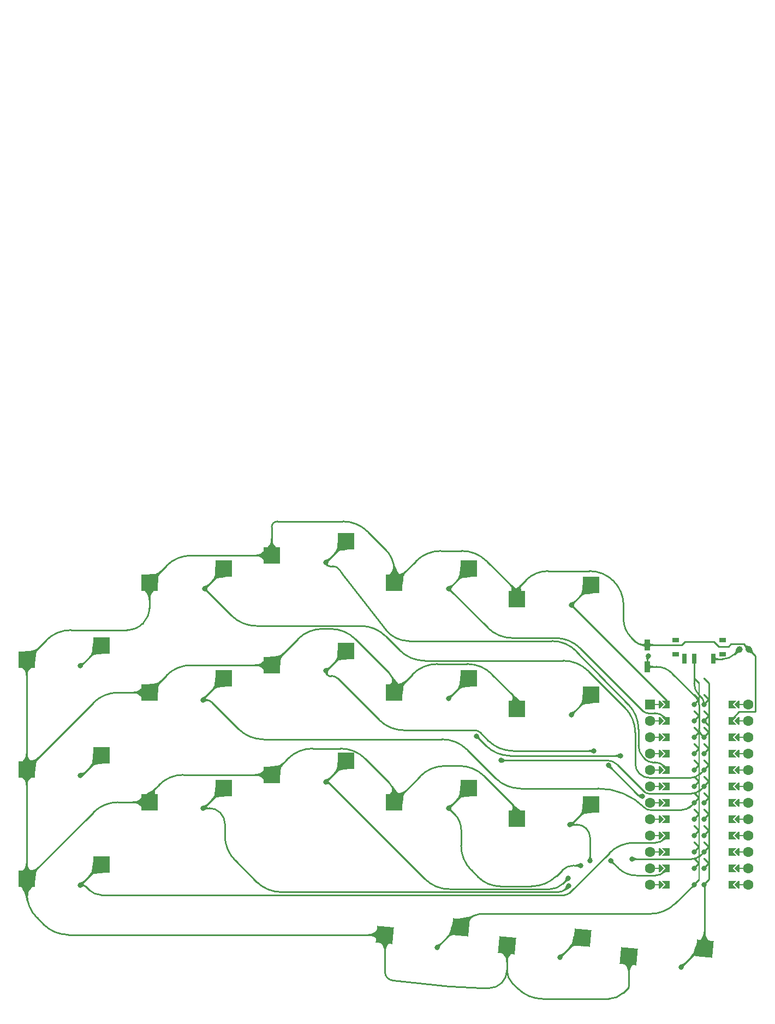
<source format=gbr>
%TF.GenerationSoftware,KiCad,Pcbnew,(6.0.7-1)-1*%
%TF.CreationDate,2022-08-21T13:44:39+10:00*%
%TF.ProjectId,buckyboard_v1,6275636b-7962-46f6-9172-645f76312e6b,v1.0.0*%
%TF.SameCoordinates,Original*%
%TF.FileFunction,Copper,L1,Top*%
%TF.FilePolarity,Positive*%
%FSLAX46Y46*%
G04 Gerber Fmt 4.6, Leading zero omitted, Abs format (unit mm)*
G04 Created by KiCad (PCBNEW (6.0.7-1)-1) date 2022-08-21 13:44:39*
%MOMM*%
%LPD*%
G01*
G04 APERTURE LIST*
G04 Aperture macros list*
%AMRotRect*
0 Rectangle, with rotation*
0 The origin of the aperture is its center*
0 $1 length*
0 $2 width*
0 $3 Rotation angle, in degrees counterclockwise*
0 Add horizontal line*
21,1,$1,$2,0,0,$3*%
%AMFreePoly0*
4,1,6,0.600000,0.200000,0.000000,-0.400000,-0.600000,0.200000,-0.600000,0.400000,0.600000,0.400000,0.600000,0.200000,0.600000,0.200000,$1*%
%AMFreePoly1*
4,1,5,0.125000,-0.500000,-0.125000,-0.500000,-0.125000,0.500000,0.125000,0.500000,0.125000,-0.500000,0.125000,-0.500000,$1*%
%AMFreePoly2*
4,1,49,0.088388,4.152388,0.854389,3.386388,0.867708,3.368551,0.871189,3.365530,0.871982,3.362827,0.875852,3.357644,0.882333,3.327543,0.891000,3.298000,0.891000,0.766000,0.887805,0.743969,0.888131,0.739371,0.886780,0.736898,0.885852,0.730498,0.869154,0.704638,0.854389,0.677612,0.088388,-0.088388,0.064607,-0.106146,0.062500,-0.108253,0.061385,-0.108552,0.059644,-0.109852,
0.043810,-0.113261,0.000000,-0.125000,-0.004774,-0.123721,-0.009154,-0.124664,-0.028953,-0.117242,-0.062500,-0.108253,-0.068237,-0.102516,-0.075052,-0.099961,-0.087614,-0.083139,-0.108253,-0.062500,-0.111178,-0.051584,-0.117161,-0.043572,-0.118539,-0.024114,-0.125000,0.000000,-0.121239,0.014035,-0.122131,0.026629,-0.113759,0.041953,-0.108253,0.062500,-0.095642,0.075111,-0.088388,0.088388,
0.641000,0.817777,0.641000,3.246223,-0.088388,3.975612,-0.109852,4.004356,-0.124664,4.073154,-0.099961,4.139052,-0.043572,4.181161,0.026629,4.186131,0.088388,4.152388,0.088388,4.152388,$1*%
%AMFreePoly3*
4,1,6,0.600000,-0.250000,-0.600000,-0.250000,-0.600000,1.000000,0.000000,0.400000,0.600000,1.000000,0.600000,-0.250000,0.600000,-0.250000,$1*%
%AMFreePoly4*
4,1,49,0.088388,4.152388,0.850389,3.390388,0.863708,3.372551,0.867189,3.369530,0.867982,3.366827,0.871852,3.361644,0.878333,3.331543,0.887000,3.302000,0.887000,0.762000,0.883805,0.739969,0.884131,0.735371,0.882780,0.732898,0.881852,0.726498,0.865154,0.700638,0.850389,0.673612,0.088388,-0.088388,0.064607,-0.106146,0.062500,-0.108253,0.061385,-0.108552,0.059644,-0.109852,
0.043810,-0.113261,0.000000,-0.125000,-0.004774,-0.123721,-0.009154,-0.124664,-0.028953,-0.117242,-0.062500,-0.108253,-0.068237,-0.102516,-0.075052,-0.099961,-0.087614,-0.083139,-0.108253,-0.062500,-0.111178,-0.051584,-0.117161,-0.043572,-0.118539,-0.024114,-0.125000,0.000000,-0.121239,0.014035,-0.122131,0.026629,-0.113759,0.041953,-0.108253,0.062500,-0.095642,0.075111,-0.088388,0.088388,
0.637000,0.813777,0.637000,3.250223,-0.088388,3.975612,-0.109852,4.004356,-0.124664,4.073154,-0.099961,4.139052,-0.043572,4.181161,0.026629,4.186131,0.088388,4.152388,0.088388,4.152388,$1*%
G04 Aperture macros list end*
%TA.AperFunction,ComponentPad*%
%ADD10C,1.000000*%
%TD*%
%TA.AperFunction,SMDPad,CuDef*%
%ADD11R,2.600000X2.600000*%
%TD*%
%TA.AperFunction,SMDPad,CuDef*%
%ADD12R,0.900000X1.700000*%
%TD*%
%TA.AperFunction,SMDPad,CuDef*%
%ADD13RotRect,2.600000X2.600000X355.000000*%
%TD*%
%TA.AperFunction,ComponentPad*%
%ADD14C,1.600000*%
%TD*%
%TA.AperFunction,SMDPad,CuDef*%
%ADD15FreePoly0,90.000000*%
%TD*%
%TA.AperFunction,SMDPad,CuDef*%
%ADD16FreePoly0,270.000000*%
%TD*%
%TA.AperFunction,ComponentPad*%
%ADD17R,1.600000X1.600000*%
%TD*%
%TA.AperFunction,SMDPad,CuDef*%
%ADD18FreePoly1,90.000000*%
%TD*%
%TA.AperFunction,SMDPad,CuDef*%
%ADD19FreePoly1,270.000000*%
%TD*%
%TA.AperFunction,SMDPad,CuDef*%
%ADD20FreePoly2,270.000000*%
%TD*%
%TA.AperFunction,ComponentPad*%
%ADD21C,0.800000*%
%TD*%
%TA.AperFunction,SMDPad,CuDef*%
%ADD22FreePoly3,270.000000*%
%TD*%
%TA.AperFunction,SMDPad,CuDef*%
%ADD23FreePoly4,90.000000*%
%TD*%
%TA.AperFunction,SMDPad,CuDef*%
%ADD24FreePoly3,90.000000*%
%TD*%
%TA.AperFunction,SMDPad,CuDef*%
%ADD25R,1.000000X0.800000*%
%TD*%
%TA.AperFunction,SMDPad,CuDef*%
%ADD26R,0.700000X1.500000*%
%TD*%
%TA.AperFunction,ViaPad*%
%ADD27C,0.800000*%
%TD*%
%TA.AperFunction,Conductor*%
%ADD28C,0.250000*%
%TD*%
G04 APERTURE END LIST*
D10*
%TO.P,,2*%
%TO.N,GND*%
X103750000Y39350000D03*
%TO.P,,1*%
%TO.N,pos*%
X102250000Y39350000D03*
%TD*%
D11*
%TO.P,S1,1*%
%TO.N,matrix_pinky_bottom*%
X3275000Y5950000D03*
%TO.P,S1,2*%
%TO.N,GND*%
X-8275000Y3750000D03*
%TD*%
%TO.P,S2,1*%
%TO.N,matrix_pinky_home*%
X3275000Y22950000D03*
%TO.P,S2,2*%
%TO.N,GND*%
X-8275000Y20750000D03*
%TD*%
%TO.P,S15,1*%
%TO.N,matrix_inner_top*%
X79275000Y49300000D03*
%TO.P,S15,2*%
%TO.N,GND*%
X67725000Y47100000D03*
%TD*%
%TO.P,S5,1*%
%TO.N,matrix_ring_home*%
X22275000Y34850000D03*
%TO.P,S5,2*%
%TO.N,GND*%
X10725000Y32650000D03*
%TD*%
%TO.P,S12,1*%
%TO.N,matrix_index_top*%
X60275000Y51850000D03*
%TO.P,S12,2*%
%TO.N,GND*%
X48725000Y49650000D03*
%TD*%
%TO.P,S14,1*%
%TO.N,matrix_inner_home*%
X79275000Y32300000D03*
%TO.P,S14,2*%
%TO.N,GND*%
X67725000Y30100000D03*
%TD*%
%TO.P,S11,1*%
%TO.N,matrix_index_home*%
X60275000Y34850000D03*
%TO.P,S11,2*%
%TO.N,GND*%
X48725000Y32650000D03*
%TD*%
%TO.P,S6,1*%
%TO.N,matrix_ring_top*%
X22275000Y51850000D03*
%TO.P,S6,2*%
%TO.N,GND*%
X10725000Y49650000D03*
%TD*%
D12*
%TO.P,,1*%
%TO.N,RST*%
X88000000Y36650000D03*
%TO.P,,2*%
%TO.N,GND*%
X88000000Y40050000D03*
%TD*%
D11*
%TO.P,S7,1*%
%TO.N,matrix_middle_bottom*%
X41275000Y22100000D03*
%TO.P,S7,2*%
%TO.N,GND*%
X29725000Y19900000D03*
%TD*%
D13*
%TO.P,S17,1*%
%TO.N,thumbs_home*%
X77908813Y-5364036D03*
%TO.P,S17,2*%
%TO.N,GND*%
X66211022Y-6549015D03*
%TD*%
%TO.P,S18,1*%
%TO.N,thumbs_far*%
X96836513Y-7019995D03*
%TO.P,S18,2*%
%TO.N,GND*%
X85138722Y-8204974D03*
%TD*%
D14*
%TO.P,MCU1,*%
%TO.N,*%
X103620000Y13040000D03*
X88380000Y18120000D03*
X103620000Y18120000D03*
D15*
X90158000Y23200000D03*
D16*
X101842000Y15580000D03*
D17*
X88380000Y30820000D03*
D14*
X103620000Y28280000D03*
D18*
X89650000Y30820000D03*
D19*
X102350000Y23200000D03*
X102350000Y25740000D03*
D18*
X89650000Y13040000D03*
X89650000Y7960000D03*
D14*
X103620000Y2880000D03*
D18*
X89650000Y15580000D03*
D19*
X102350000Y7960000D03*
D14*
X103620000Y5420000D03*
D15*
X90158000Y30820000D03*
D14*
X88380000Y13040000D03*
D18*
X89650000Y23200000D03*
D14*
X88380000Y10500000D03*
D18*
X89650000Y25740000D03*
D19*
X102350000Y2880000D03*
D14*
X103620000Y15580000D03*
D19*
X102350000Y13040000D03*
D15*
X90158000Y20660000D03*
D14*
X103620000Y25740000D03*
X103620000Y7960000D03*
D16*
X101842000Y18120000D03*
D14*
X88380000Y30820000D03*
D19*
X102350000Y5420000D03*
D14*
X88380000Y5420000D03*
D15*
X90158000Y13040000D03*
D16*
X101842000Y7960000D03*
D19*
X102350000Y30820000D03*
D15*
X90158000Y25740000D03*
D18*
X89650000Y20660000D03*
D16*
X101842000Y28280000D03*
D14*
X88380000Y25740000D03*
X103620000Y20660000D03*
D15*
X90158000Y10500000D03*
D14*
X88380000Y7960000D03*
D18*
X89650000Y10500000D03*
D16*
X101842000Y2880000D03*
D14*
X88380000Y2880000D03*
D15*
X90158000Y7960000D03*
D14*
X103620000Y30820000D03*
X88380000Y20660000D03*
D18*
X89650000Y5420000D03*
X89650000Y18120000D03*
D14*
X103620000Y23200000D03*
X88380000Y23200000D03*
D15*
X90158000Y18120000D03*
D19*
X102350000Y20660000D03*
X102350000Y28280000D03*
D15*
X90158000Y5420000D03*
D16*
X101842000Y20660000D03*
D19*
X102350000Y15580000D03*
D14*
X88380000Y28280000D03*
D16*
X101842000Y25740000D03*
D15*
X90158000Y28280000D03*
D18*
X89650000Y28280000D03*
D16*
X101842000Y10500000D03*
X101842000Y13040000D03*
D15*
X90158000Y15580000D03*
D19*
X102350000Y10500000D03*
D14*
X88380000Y15580000D03*
D16*
X101842000Y5420000D03*
X101842000Y30820000D03*
X101842000Y23200000D03*
D18*
X89650000Y2880000D03*
D19*
X102350000Y18120000D03*
D14*
X103620000Y10500000D03*
D15*
X90158000Y2880000D03*
D20*
%TO.P,MCU1,1*%
%TO.N,RAW*%
X96762000Y30820000D03*
D21*
X96762000Y30820000D03*
D22*
X100826000Y30820000D03*
D20*
%TO.P,MCU1,2*%
%TO.N,GND*%
X96762000Y28280000D03*
D21*
X96762000Y28280000D03*
D22*
X100826000Y28280000D03*
D21*
%TO.P,MCU1,3*%
%TO.N,RST*%
X96762000Y25740000D03*
D22*
X100826000Y25740000D03*
D20*
X96762000Y25740000D03*
D22*
%TO.P,MCU1,4*%
%TO.N,VCC*%
X100826000Y23200000D03*
D20*
X96762000Y23200000D03*
D21*
X96762000Y23200000D03*
%TO.P,MCU1,5*%
%TO.N,matrix_ring_top*%
X96762000Y20660000D03*
D20*
X96762000Y20660000D03*
D22*
X100826000Y20660000D03*
%TO.P,MCU1,6*%
%TO.N,matrix_pinky_home*%
X100826000Y18120000D03*
D20*
X96762000Y18120000D03*
D21*
X96762000Y18120000D03*
%TO.P,MCU1,7*%
%TO.N,matrix_middle_home*%
X96762000Y15580000D03*
D20*
X96762000Y15580000D03*
D22*
X100826000Y15580000D03*
D20*
%TO.P,MCU1,8*%
%TO.N,matrix_inner_home*%
X96762000Y13040000D03*
D22*
X100826000Y13040000D03*
D21*
X96762000Y13040000D03*
D22*
%TO.P,MCU1,9*%
%TO.N,matrix_ring_bottom*%
X100826000Y10500000D03*
D21*
X96762000Y10500000D03*
D20*
X96762000Y10500000D03*
%TO.P,MCU1,10*%
%TO.N,matrix_index_bottom*%
X96762000Y7960000D03*
D22*
X100826000Y7960000D03*
D21*
X96762000Y7960000D03*
D20*
%TO.P,MCU1,11*%
%TO.N,thumbs_home*%
X96762000Y5420000D03*
D21*
X96762000Y5420000D03*
D22*
X100826000Y5420000D03*
%TO.P,MCU1,12*%
%TO.N,thumbs_far*%
X100826000Y2880000D03*
D21*
X96762000Y2880000D03*
D20*
X96762000Y2880000D03*
D23*
%TO.P,MCU1,13*%
%TO.N,thumbs_near*%
X95238000Y2880000D03*
D21*
X95238000Y2880000D03*
D24*
X91174000Y2880000D03*
%TO.P,MCU1,14*%
%TO.N,matrix_inner_bottom*%
X91174000Y5420000D03*
D23*
X95238000Y5420000D03*
D21*
X95238000Y5420000D03*
D23*
%TO.P,MCU1,15*%
%TO.N,matrix_middle_bottom*%
X95238000Y7960000D03*
D24*
X91174000Y7960000D03*
D21*
X95238000Y7960000D03*
%TO.P,MCU1,16*%
%TO.N,matrix_pinky_bottom*%
X95238000Y10500000D03*
D24*
X91174000Y10500000D03*
D23*
X95238000Y10500000D03*
D21*
%TO.P,MCU1,17*%
%TO.N,matrix_index_home*%
X95238000Y13040000D03*
D23*
X95238000Y13040000D03*
D24*
X91174000Y13040000D03*
D23*
%TO.P,MCU1,18*%
%TO.N,matrix_ring_home*%
X95238000Y15580000D03*
D24*
X91174000Y15580000D03*
D21*
X95238000Y15580000D03*
D23*
%TO.P,MCU1,19*%
%TO.N,matrix_pinky_top*%
X95238000Y18120000D03*
D21*
X95238000Y18120000D03*
D24*
X91174000Y18120000D03*
D23*
%TO.P,MCU1,20*%
%TO.N,matrix_middle_top*%
X95238000Y20660000D03*
D21*
X95238000Y20660000D03*
D24*
X91174000Y20660000D03*
%TO.P,MCU1,21*%
%TO.N,GND*%
X91174000Y23200000D03*
D21*
X95238000Y23200000D03*
D23*
X95238000Y23200000D03*
D24*
%TO.P,MCU1,22*%
X91174000Y25740000D03*
D23*
X95238000Y25740000D03*
D21*
X95238000Y25740000D03*
D24*
%TO.P,MCU1,23*%
%TO.N,matrix_index_top*%
X91174000Y28280000D03*
D23*
X95238000Y28280000D03*
D21*
X95238000Y28280000D03*
%TO.P,MCU1,24*%
%TO.N,matrix_inner_top*%
X95238000Y30820000D03*
D24*
X91174000Y30820000D03*
D23*
X95238000Y30820000D03*
%TD*%
D25*
%TO.P,,*%
%TO.N,*%
X92350000Y38570000D03*
X99650000Y40780000D03*
X99650000Y38570000D03*
X92350000Y40780000D03*
D26*
%TO.P,,1*%
%TO.N,pos*%
X98250000Y37920000D03*
%TO.P,,2*%
%TO.N,RAW*%
X95250000Y37920000D03*
%TO.P,,3*%
%TO.N,N/C*%
X93750000Y37920000D03*
%TD*%
D11*
%TO.P,S4,1*%
%TO.N,matrix_ring_bottom*%
X22275000Y17850000D03*
%TO.P,S4,2*%
%TO.N,GND*%
X10725000Y15650000D03*
%TD*%
%TO.P,S3,1*%
%TO.N,matrix_pinky_top*%
X3275000Y39950000D03*
%TO.P,S3,2*%
%TO.N,GND*%
X-8275000Y37750000D03*
%TD*%
%TO.P,S8,1*%
%TO.N,matrix_middle_home*%
X41275000Y39100000D03*
%TO.P,S8,2*%
%TO.N,GND*%
X29725000Y36900000D03*
%TD*%
%TO.P,S13,1*%
%TO.N,matrix_inner_bottom*%
X79275000Y15300000D03*
%TO.P,S13,2*%
%TO.N,GND*%
X67725000Y13100000D03*
%TD*%
%TO.P,S9,1*%
%TO.N,matrix_middle_top*%
X41275000Y56100000D03*
%TO.P,S9,2*%
%TO.N,GND*%
X29725000Y53900000D03*
%TD*%
%TO.P,S10,1*%
%TO.N,matrix_index_bottom*%
X60275000Y17850000D03*
%TO.P,S10,2*%
%TO.N,GND*%
X48725000Y15650000D03*
%TD*%
D13*
%TO.P,S16,1*%
%TO.N,thumbs_near*%
X58981114Y-3708077D03*
%TO.P,S16,2*%
%TO.N,GND*%
X47283323Y-4893056D03*
%TD*%
D27*
%TO.N,matrix_pinky_bottom*%
X0Y2794000D03*
%TO.N,matrix_pinky_home*%
X0Y19812000D03*
X65320000Y22130000D03*
%TO.N,matrix_pinky_top*%
X83820500Y22860500D03*
X0Y36830000D03*
X61472300Y25912300D03*
%TO.N,matrix_ring_bottom*%
X75750000Y2650000D03*
X19050000Y14732000D03*
%TO.N,matrix_ring_home*%
X19050000Y31496000D03*
%TO.N,matrix_ring_top*%
X19304000Y48768000D03*
%TO.N,matrix_middle_bottom*%
X38100000Y18796000D03*
X75710000Y3850000D03*
%TO.N,matrix_middle_home*%
X81930000Y21405500D03*
X87189910Y16586898D03*
X87189910Y16586898D03*
X38100000Y36068000D03*
X79710000Y23610000D03*
%TO.N,matrix_middle_top*%
X38100000Y52832000D03*
%TO.N,matrix_index_bottom*%
X77659514Y5853265D03*
X85580000Y6850000D03*
X57150000Y14732000D03*
%TO.N,matrix_index_home*%
X57150000Y31750000D03*
%TO.N,matrix_index_top*%
X57150000Y48768000D03*
%TO.N,matrix_inner_bottom*%
X75946000Y12192000D03*
X79100000Y6600000D03*
X82310000Y6600000D03*
%TO.N,matrix_inner_home*%
X76200000Y29210000D03*
%TO.N,matrix_inner_top*%
X76200000Y46228000D03*
%TO.N,thumbs_near*%
X55372000Y-6858000D03*
%TO.N,thumbs_home*%
X74422000Y-8382000D03*
%TO.N,thumbs_far*%
X93218000Y-9906000D03*
%TO.N,RST*%
X88138000Y38354000D03*
%TD*%
D28*
%TO.N,matrix_middle_top*%
X89152785Y21843994D02*
G75*
G02*
X90582000Y21252000I15J-2021194D01*
G01*
X89152785Y21844000D02*
X88721227Y21844000D01*
X87725597Y22256391D02*
G75*
G03*
X88721227Y21844000I995603J995609D01*
G01*
X87375999Y22605999D02*
X87725604Y22256398D01*
X87375991Y22605991D02*
G75*
G02*
X86614000Y24445630I1839609J1839609D01*
G01*
X85036440Y30823363D02*
G75*
G02*
X86614000Y26953535I-3957740J-3869863D01*
G01*
X77012012Y39030214D02*
X85036465Y30823387D01*
X86614000Y26953535D02*
X86614000Y24445630D01*
X73186572Y40639984D02*
G75*
G02*
X77012012Y39030214I28J-5350184D01*
G01*
X50992446Y40640000D02*
X73186572Y40640000D01*
X90582000Y21252000D02*
X91174000Y20660000D01*
X40259003Y51646752D02*
G75*
G03*
X41073542Y50498523I12953397J8325948D01*
G01*
X38189802Y52488197D02*
X38269249Y52408750D01*
X40259042Y51646777D02*
G75*
G03*
X39173362Y52239501I-1085642J-697877D01*
G01*
X39173362Y52239501D02*
X38677853Y52239501D01*
X47399362Y42393566D02*
X41073542Y50498523D01*
X38677853Y52239481D02*
G75*
G02*
X38269249Y52408750I47J577919D01*
G01*
X38100000Y52832000D02*
X38100000Y52705000D01*
X38099998Y52705000D02*
G75*
G03*
X38189802Y52488197I306602J0D01*
G01*
X50992446Y40640027D02*
G75*
G02*
X47399362Y42393566I-46J4557873D01*
G01*
%TO.N,GND*%
X103750000Y39350000D02*
X104779720Y38320280D01*
X104779720Y38320280D02*
X104779720Y29726961D01*
X104779720Y29726961D02*
X104747192Y29694433D01*
X104747192Y29694433D02*
X102240433Y29694433D01*
X102240433Y29694433D02*
X100826000Y28280000D01*
X93353264Y40050000D02*
X93808265Y40505001D01*
X99051989Y39782530D02*
X100575350Y39782530D01*
X98329518Y40505001D02*
X99051989Y39782530D01*
X93808265Y40505001D02*
X98329518Y40505001D01*
X88000000Y40050000D02*
X93353264Y40050000D01*
X100575350Y39782530D02*
X100967820Y40175000D01*
X102925000Y40175000D02*
X103750000Y39350000D01*
X100967820Y40175000D02*
X102925000Y40175000D01*
%TO.N,matrix_middle_home*%
X63293293Y25216706D02*
X62052432Y26457563D01*
%TO.N,matrix_index_bottom*%
X70036036Y2619990D02*
G75*
G03*
X73883791Y4213793I-36J5441610D01*
G01*
X74767994Y5097978D02*
G75*
G02*
X76591389Y5853265I1823406J-1823378D01*
G01*
X65332854Y2620000D02*
X65211618Y2620000D01*
%TO.N,matrix_middle_bottom*%
X69011620Y2170000D02*
X68999164Y2170000D01*
X61476610Y2170000D02*
X60201090Y2170000D01*
X63798492Y2170000D02*
X62752129Y2170000D01*
X68556951Y2170000D02*
X68357644Y2170000D01*
X68357644Y2170000D02*
X68158337Y2170000D01*
X66962496Y2170000D02*
X66563882Y2170000D01*
X67211629Y2170000D02*
X67111976Y2170000D01*
X68756258Y2170000D02*
X68556951Y2170000D01*
X69777709Y2170000D02*
X69528575Y2170000D01*
X69080132Y2170000D02*
X69030305Y2170000D01*
X68949338Y2170000D02*
X68887054Y2170000D01*
X68887054Y2170000D02*
X68824770Y2170000D01*
X71372167Y2170000D02*
X71123033Y2170000D01*
X70325802Y2170000D02*
X70051755Y2170000D01*
X72599152Y2170000D02*
X72586696Y2170000D01*
X69129959Y2170000D02*
X69080132Y2170000D01*
X69179786Y2170000D02*
X69129959Y2170000D01*
X62171659Y2170000D02*
X62057081Y2170000D01*
X65243470Y2170000D02*
X64994336Y2170000D01*
X70848985Y2170000D02*
X70574937Y2170000D01*
X70992237Y2170000D02*
X70979780Y2170000D01*
X69908504Y2170000D02*
X69896048Y2170000D01*
X71820607Y2170000D02*
X71770780Y2170000D01*
X62286237Y2170000D02*
X62171659Y2170000D01*
X71870434Y2170000D02*
X71820607Y2170000D01*
X72536871Y2170000D02*
X72474585Y2170000D01*
X72474585Y2170000D02*
X72412299Y2170000D01*
X72075969Y2170000D02*
X72013686Y2170000D01*
X65392950Y2170000D02*
X65343123Y2170000D01*
X72667664Y2170000D02*
X72617837Y2170000D01*
X71914033Y2170000D02*
X71901576Y2170000D01*
X71521647Y2170000D02*
X71471820Y2170000D01*
X69229613Y2170000D02*
X69179786Y2170000D01*
X72343788Y2170000D02*
X72144481Y2170000D01*
X71901576Y2170000D02*
X71889119Y2170000D01*
X71770780Y2170000D02*
X71720954Y2170000D01*
X72717491Y2170000D02*
X72667664Y2170000D01*
X71004694Y2170000D02*
X70992237Y2170000D01*
X72835831Y2170000D02*
X72823374Y2170000D01*
X71720954Y2170000D02*
X71671128Y2170000D01*
X68999164Y2170000D02*
X68986708Y2170000D01*
X65442777Y2170000D02*
X65392950Y2170000D01*
X72767318Y2170000D02*
X72717491Y2170000D01*
X71571474Y2170000D02*
X71521647Y2170000D01*
X72810917Y2170000D02*
X72798460Y2170000D01*
X69920960Y2170000D02*
X69908504Y2170000D01*
X66439314Y2170000D02*
X65965959Y2170000D01*
X65492604Y2170000D02*
X65442777Y2170000D01*
X58348627Y2170000D02*
X57653520Y2170000D01*
X65835164Y2170000D02*
X65623400Y2170000D01*
X72586696Y2170000D02*
X72574240Y2170000D01*
X72798460Y2170000D02*
X72786003Y2170000D01*
X65542431Y2170000D02*
X65492604Y2170000D01*
X64446241Y2170000D02*
X64197107Y2170000D01*
X67311282Y2170000D02*
X67211629Y2170000D01*
X69379094Y2170000D02*
X69329267Y2170000D01*
X64695375Y2170000D02*
X64446241Y2170000D01*
X72013686Y2170000D02*
X71951403Y2170000D01*
X67560416Y2170000D02*
X67361109Y2170000D01*
X60086395Y2170000D02*
X58696181Y2170000D01*
X67959030Y2170000D02*
X67759723Y2170000D01*
X67759723Y2170000D02*
X67560416Y2170000D01*
X68158337Y2170000D02*
X67959030Y2170000D01*
X69428921Y2170000D02*
X69379094Y2170000D01*
%TO.N,matrix_ring_bottom*%
X67221476Y1720000D02*
G75*
G02*
X67221476Y1720000I0J0D01*
G01*
X63817414Y1720000D02*
X63795284Y1720000D01*
X66116296Y1720000D02*
X65817870Y1720000D01*
X65033245Y1720000D02*
X65011115Y1720000D01*
X59407420Y1720000D02*
X57937423Y1720000D01*
X61153714Y1720000D02*
X60877418Y1720000D01*
X66414722Y1720000D02*
X66116296Y1720000D01*
X64988985Y1720000D02*
X64966855Y1720000D01*
X67058349Y1720000D02*
X66997658Y1720000D01*
X61430010Y1720000D02*
X61153714Y1720000D01*
X65011115Y1720000D02*
X64988985Y1720000D01*
X67132955Y1720000D02*
X67221476Y1720000D01*
X67221476Y1720000D02*
X67132955Y1720000D01*
X57937423Y1720000D02*
X56467426Y1720000D01*
X48564848Y1720000D02*
X43878560Y1720000D01*
X56398352Y1720000D02*
X54790207Y1720000D01*
X63513456Y1720000D02*
X62927670Y1720000D01*
X66923052Y1720000D02*
X66713148Y1720000D01*
X66691017Y1720000D02*
X66436852Y1720000D01*
X53251136Y1720000D02*
X48564848Y1720000D01*
X67119040Y1720000D02*
X67058349Y1720000D01*
X62256212Y1720000D02*
X61797509Y1720000D01*
X63861674Y1720000D02*
X63839544Y1720000D01*
X63839544Y1720000D02*
X63817414Y1720000D01*
X61706306Y1720000D02*
X61430010Y1720000D01*
X60578992Y1720000D02*
X59705845Y1720000D01*
%TO.N,matrix_index_bottom*%
X58119761Y13762260D02*
G75*
G02*
X59089501Y11421064I-2341161J-2341160D01*
G01*
X77659514Y5853265D02*
X76591389Y5853265D01*
X61762396Y4023609D02*
G75*
G03*
X65151000Y2620000I3388604J3388591D01*
G01*
X59089488Y8950462D02*
G75*
G03*
X60683293Y5102705I5441612J38D01*
G01*
X59089501Y11421064D02*
X59089501Y8950462D01*
X58119750Y13762249D02*
X57150000Y14732000D01*
X60683293Y5102705D02*
X61762393Y4023606D01*
X65151000Y2620000D02*
X65211618Y2620000D01*
X73883792Y4213792D02*
X74767986Y5097986D01*
X70036036Y2620000D02*
X65332854Y2620000D01*
%TO.N,RST*%
X95514577Y31945400D02*
G75*
G02*
X96000000Y30773523I-1171877J-1171900D01*
G01*
X89405000Y36649990D02*
G75*
G02*
X91803485Y35656514I0J-3391990D01*
G01*
X96000007Y27040815D02*
G75*
G03*
X96381000Y26121000I1300793J-15D01*
G01*
%TO.N,matrix_middle_bottom*%
X72599152Y2170000D02*
X72617837Y2170000D01*
X66962496Y2170000D02*
X67111976Y2170000D01*
X61476610Y2170000D02*
X62057081Y2170000D01*
X71870434Y2170000D02*
X71889119Y2170000D01*
X70051755Y2170000D02*
X69920960Y2170000D01*
X68756258Y2170000D02*
X68824770Y2170000D01*
X68949338Y2170000D02*
X68986708Y2170000D01*
X69229613Y2170000D02*
X69329267Y2170000D01*
X65965959Y2170000D02*
X65835164Y2170000D01*
X62752129Y2170000D02*
X62286237Y2170000D01*
X72767318Y2170000D02*
X72786003Y2170000D01*
X71914033Y2170000D02*
X71951403Y2170000D01*
X72823374Y2170000D02*
X72810917Y2170000D01*
X72075969Y2170000D02*
X72144481Y2170000D01*
X69528575Y2170000D02*
X69428921Y2170000D01*
X72412299Y2170000D02*
X72343788Y2170000D01*
X72536871Y2170000D02*
X72574240Y2170000D01*
X58348627Y2170000D02*
X58696181Y2170000D01*
X69777709Y2170000D02*
X69896048Y2170000D01*
X71372167Y2170000D02*
X71471820Y2170000D01*
X71123033Y2170000D02*
X71004694Y2170000D01*
X70848985Y2170000D02*
X70979780Y2170000D01*
X64994336Y2170000D02*
X64695375Y2170000D01*
X69011620Y2170000D02*
X69030305Y2170000D01*
X71671128Y2170000D02*
X71571474Y2170000D01*
X63798492Y2170000D02*
X64197107Y2170000D01*
X67311282Y2170000D02*
X67361109Y2170000D01*
%TO.N,matrix_ring_top*%
X94645187Y19420006D02*
G75*
G03*
X96141999Y20040001I13J2116794D01*
G01*
X86106016Y21663138D02*
G75*
G03*
X86763000Y20077000I2243084J-38D01*
G01*
X88349138Y19420016D02*
G75*
G02*
X86763000Y20077000I-38J2243084D01*
G01*
%TO.N,matrix_ring_bottom*%
X67265737Y1720000D02*
G75*
G02*
X67265737Y1720000I0J0D01*
G01*
X66997658Y1720000D02*
X66923052Y1720000D01*
X59407420Y1720000D02*
X59705845Y1720000D01*
X62927670Y1720000D02*
X62256212Y1720000D01*
X54790207Y1720000D02*
X53251136Y1720000D01*
X67265737Y1720000D02*
X67221476Y1720000D01*
X67265737Y1720000D02*
X67221476Y1720000D01*
X67132955Y1720000D02*
X67119040Y1720000D01*
X66414722Y1720000D02*
X66436852Y1720000D01*
%TO.N,matrix_ring_top*%
X43539338Y42978313D02*
G75*
G02*
X47387094Y41384509I-38J-5441613D01*
G01*
X74962036Y37592000D02*
X53433567Y37592000D01*
X86106000Y21663138D02*
X86106000Y26448036D01*
X23499905Y44572094D02*
G75*
G03*
X27347661Y42978302I3847755J3847756D01*
G01*
X86106010Y26448036D02*
G75*
G03*
X84512207Y30295792I-5441610J-36D01*
G01*
X53433567Y37591991D02*
G75*
G02*
X49585810Y39185792I33J5441609D01*
G01*
X84512207Y30295792D02*
X78809792Y35998207D01*
X19304000Y48768000D02*
X23499905Y44572094D01*
X88349138Y19420000D02*
X94645187Y19420000D01*
X96142000Y20040000D02*
X96762000Y20660000D01*
X49585810Y39185792D02*
X47387094Y41384509D01*
X74962036Y37592010D02*
G75*
G02*
X78809792Y35998207I-36J-5441610D01*
G01*
X27347661Y42978302D02*
X43539338Y42978302D01*
%TO.N,RST*%
X96381000Y26121000D02*
X96762000Y25740000D01*
X96000000Y30773523D02*
X96000000Y27040815D01*
X91803485Y35656514D02*
X95514588Y31945411D01*
X88000000Y36650000D02*
X89405000Y36650000D01*
%TO.N,matrix_pinky_bottom*%
X883460Y2563236D02*
X1414696Y2031999D01*
X3113927Y5907927D02*
X0Y2794000D01*
X0Y2794000D02*
X326348Y2794000D01*
X89253504Y9375000D02*
X85948963Y9375000D01*
X3254327Y1270000D02*
X75144626Y1270000D01*
X82101207Y7781207D02*
X75904927Y1584927D01*
X3215500Y5950000D02*
X3275000Y5950000D01*
X90611500Y9937500D02*
X91174000Y10500000D01*
X3215500Y5949984D02*
G75*
G03*
X3113927Y5907927I0J-143684D01*
G01*
X1414698Y2032001D02*
G75*
G03*
X3254327Y1270000I1839632J1839629D01*
G01*
X75904908Y1584946D02*
G75*
G02*
X75144626Y1270000I-760308J760254D01*
G01*
X85948963Y9375010D02*
G75*
G03*
X82101208Y7781206I37J-5441610D01*
G01*
X326348Y2793996D02*
G75*
G02*
X883459Y2563235I2J-787876D01*
G01*
X90611499Y9937501D02*
G75*
G02*
X89253504Y9375000I-1357999J1357999D01*
G01*
%TO.N,GND*%
X48725000Y49650000D02*
X52091207Y53016207D01*
X84226853Y-13914589D02*
X85064615Y-13076828D01*
X47929504Y18695495D02*
X44243791Y22381208D01*
X2031207Y14056207D02*
X-8275000Y3750000D01*
X38842734Y42528302D02*
X37607265Y42528302D01*
X44615095Y57588207D02*
X47371490Y54831812D01*
X62690490Y19684509D02*
X67176992Y15198007D01*
X13381207Y35306207D02*
X10725000Y32650000D01*
X59214036Y54610000D02*
X55938963Y54610000D01*
X55412963Y37084000D02*
X60037036Y37084000D01*
X49520495Y33445495D02*
X51565207Y35490207D01*
X10730000Y47088542D02*
X10730000Y45732009D01*
X47283323Y-10704313D02*
X47283323Y-4893056D01*
X67725000Y47875000D02*
X67725000Y47413250D01*
X67725000Y30875000D02*
X67725000Y30100000D01*
X12264500Y18360500D02*
X11139011Y17235011D01*
X13381207Y52306207D02*
X10725000Y49650000D01*
X82025409Y-14826458D02*
X71735076Y-14826458D01*
X5878963Y32650000D02*
X10725000Y32650000D01*
X9770786Y43416263D02*
X9712261Y43357738D01*
X97469500Y27572500D02*
X96762000Y28280000D01*
X29725000Y36900000D02*
X33759509Y40934509D01*
X48725000Y51564151D02*
X48725000Y49650000D01*
X85138722Y-12897920D02*
X85138722Y-8204974D01*
X57261181Y-12922759D02*
X48514141Y-11992066D01*
X66211022Y-10415003D02*
X66211022Y-6549015D01*
X85459999Y41219999D02*
X86145631Y40534368D01*
X7255223Y42340000D02*
X-1431036Y42340000D01*
X67725000Y13875000D02*
X67725000Y13100000D01*
X-5668107Y-3299263D02*
X-6704384Y-2262986D01*
X49520495Y16445495D02*
X52759509Y19684509D01*
X10725000Y47100613D02*
X10725000Y49650000D01*
X17228963Y53900000D02*
X29725000Y53900000D01*
X68273007Y49198007D02*
X69145000Y50070000D01*
X29718000Y55461949D02*
X29718000Y58314789D01*
X-8275000Y3750000D02*
X-8275000Y1528814D01*
X67887320Y-13232665D02*
X67018088Y-12363433D01*
X63061792Y53016207D02*
X67281997Y48796002D01*
X47929504Y35695495D02*
X42690490Y40934509D01*
X29725000Y19900000D02*
X15981181Y19900000D01*
X10139500Y15650000D02*
X5878963Y15650000D01*
X-8275000Y3750000D02*
X-8275000Y20750000D01*
X79015040Y51490000D02*
X72573183Y51490000D01*
X30585210Y59182000D02*
X40767339Y59182000D01*
X67176992Y32198007D02*
X63884792Y35490207D01*
X-5278792Y40746207D02*
X-8275000Y37750000D01*
X17228963Y36900000D02*
X29725000Y36900000D01*
X67725000Y47726500D02*
X67725000Y47413250D01*
X2031207Y31056207D02*
X-8275000Y20750000D01*
X61931036Y-13170499D02*
X63455526Y-13170499D01*
X84290000Y44044629D02*
X84290000Y46215040D01*
X29725000Y19900000D02*
X32206208Y22381208D01*
X-1820351Y-4893056D02*
X47283323Y-4893056D01*
X88000000Y40050000D02*
X87315000Y40050000D01*
X-8275000Y37750000D02*
X-8275000Y20750000D01*
X29725000Y53900000D02*
X29725000Y55445050D01*
X40396035Y23975001D02*
X36053964Y23975001D01*
X58842734Y21278302D02*
X56607265Y21278302D01*
X51565215Y35490199D02*
G75*
G02*
X55412963Y37084000I3847785J-3847799D01*
G01*
X7255223Y42339996D02*
G75*
G03*
X9712261Y43357738I-3J3474774D01*
G01*
X84226859Y-13914595D02*
G75*
G02*
X82025409Y-14826458I-2201459J2201495D01*
G01*
X48725017Y33775000D02*
G75*
G03*
X49520495Y33445495I465983J0D01*
G01*
X63455526Y-13170516D02*
G75*
G03*
X65403956Y-12363433I-26J2755516D01*
G01*
X69145005Y50069995D02*
G75*
G02*
X72573183Y51490000I3428195J-3428195D01*
G01*
X10730040Y47088542D02*
G75*
G03*
X10727500Y47094578I-8540J-42D01*
G01*
X40767339Y59182012D02*
G75*
G02*
X44615095Y57588207I-39J-5441612D01*
G01*
X47283311Y-10704313D02*
G75*
G03*
X47644661Y-11576661I1233689J13D01*
G01*
X57261182Y-12922754D02*
G75*
G03*
X61931036Y-13170499I4669918J43889454D01*
G01*
X40396035Y23975010D02*
G75*
G02*
X44243791Y22381208I-35J-5441610D01*
G01*
X10730000Y45732009D02*
G75*
G02*
X9770786Y43416263I-3274960J1D01*
G01*
X29725020Y55445050D02*
G75*
G03*
X29721499Y55453499I-12020J-50D01*
G01*
X85459991Y41219991D02*
G75*
G02*
X84290000Y44044629I2824609J2824609D01*
G01*
X87315000Y40049989D02*
G75*
G02*
X86145631Y40534368I0J1653711D01*
G01*
X-1820351Y-4893055D02*
G75*
G02*
X-5668107Y-3299263I4J5441558D01*
G01*
X10139500Y15650000D02*
G75*
G03*
X10725000Y16235500I0J585500D01*
G01*
X52759515Y19684503D02*
G75*
G02*
X56607265Y21278302I3847785J-3847803D01*
G01*
X42690484Y40934503D02*
G75*
G03*
X38842734Y42528302I-3847784J-3847803D01*
G01*
X67281997Y48796002D02*
G75*
G02*
X67725000Y47726500I-1069497J-1069502D01*
G01*
X67018093Y-12363428D02*
G75*
G02*
X66211022Y-10415003I1948407J1948428D01*
G01*
X47371490Y54831812D02*
G75*
G02*
X48725000Y51564151I-3267660J-3267662D01*
G01*
X13381210Y52306204D02*
G75*
G02*
X17228963Y53900000I3847760J-3847754D01*
G01*
X33759515Y40934503D02*
G75*
G02*
X37607265Y42528302I3847785J-3847803D01*
G01*
X2031210Y31056204D02*
G75*
G02*
X5878963Y32650000I3847760J-3847754D01*
G01*
X71735076Y-14826472D02*
G75*
G02*
X67887320Y-13232665I24J5441572D01*
G01*
X5878963Y15650004D02*
G75*
G03*
X2031207Y14056207I7J-5441554D01*
G01*
X68273010Y49198004D02*
G75*
G03*
X67725000Y47875000I1322990J-1323004D01*
G01*
X67176989Y32198004D02*
G75*
G02*
X67725000Y30875000I-1322989J-1323004D01*
G01*
X48724996Y33775000D02*
G75*
G03*
X47929504Y35695495I-2715996J0D01*
G01*
X62690484Y19684503D02*
G75*
G03*
X58842734Y21278302I-3847784J-3847803D01*
G01*
X48725017Y16775000D02*
G75*
G03*
X49520495Y16445495I465983J0D01*
G01*
X-6704384Y-2262986D02*
G75*
G02*
X-8275000Y1528814I3791801J3791802D01*
G01*
X84290016Y46215040D02*
G75*
G03*
X82745000Y49945000I-5275016J-40D01*
G01*
X52091215Y53016199D02*
G75*
G02*
X55938963Y54610000I3847785J-3847799D01*
G01*
X11139016Y17235006D02*
G75*
G03*
X10725000Y16235500I999484J-999506D01*
G01*
X13381210Y35306204D02*
G75*
G02*
X17228963Y36900000I3847760J-3847754D01*
G01*
X29718005Y58314789D02*
G75*
G02*
X29972001Y58927999I867195J11D01*
G01*
X10727501Y47094579D02*
G75*
G02*
X10725000Y47100613I5999J6021D01*
G01*
X67725000Y47413250D02*
G75*
G02*
X67725000Y47413250I0J0D01*
G01*
X36053964Y23975010D02*
G75*
G03*
X32206209Y22381207I36J-5441610D01*
G01*
X67176989Y15198004D02*
G75*
G02*
X67725000Y13875000I-1322989J-1323004D01*
G01*
X82744988Y49944988D02*
G75*
G03*
X79015040Y51490000I-3729988J-3729988D01*
G01*
X63884785Y35490200D02*
G75*
G03*
X60037036Y37084000I-3847785J-3847800D01*
G01*
X-1431036Y42339999D02*
G75*
G03*
X-5278792Y40746207I4J-5441558D01*
G01*
X59214036Y54610010D02*
G75*
G02*
X63061792Y53016207I-36J-5441610D01*
G01*
X48514143Y-11992049D02*
G75*
G02*
X47644661Y-11576661I152957J1437849D01*
G01*
X65403960Y-12363437D02*
G75*
G03*
X66211022Y-10415003I-1948460J1948437D01*
G01*
X29971997Y58928003D02*
G75*
G02*
X30585210Y59182000I613203J-613203D01*
G01*
X85064607Y-13076820D02*
G75*
G03*
X85138722Y-12897920I-178907J178920D01*
G01*
X15981181Y19900007D02*
G75*
G03*
X12264500Y18360500I19J-5256207D01*
G01*
X48724996Y16775000D02*
G75*
G03*
X47929504Y18695495I-2715996J0D01*
G01*
X29718021Y55461949D02*
G75*
G03*
X29721500Y55453500I11879J-49D01*
G01*
%TO.N,matrix_pinky_home*%
X3275000Y22891500D02*
X3275000Y22950000D01*
X88181300Y16995000D02*
X94841504Y16995000D01*
X83309030Y21492375D02*
X87541311Y17260092D01*
X96199500Y17557500D02*
X96762000Y18120000D01*
X81769669Y22130000D02*
X65320000Y22130000D01*
X127000Y19812000D02*
X0Y19812000D01*
X343802Y19901802D02*
X3233634Y22791634D01*
X343801Y19901803D02*
G75*
G02*
X127000Y19812000I-216801J216797D01*
G01*
X94841504Y16994998D02*
G75*
G03*
X96199500Y17557500I-4J1920502D01*
G01*
X83309049Y21492394D02*
G75*
G03*
X81769669Y22130000I-1539349J-1539394D01*
G01*
X87541307Y17260088D02*
G75*
G03*
X88181300Y16995000I639993J640012D01*
G01*
X3233627Y22791641D02*
G75*
G03*
X3275000Y22891500I-99827J99859D01*
G01*
%TO.N,matrix_pinky_top*%
X83819646Y22860000D02*
X66682902Y22860000D01*
X83820500Y22860500D02*
X83820250Y22860250D01*
X77500Y36830000D02*
X0Y36830000D01*
X209800Y36884800D02*
X3275000Y39950000D01*
X61472300Y25912300D02*
X62998450Y24386150D01*
X83820211Y22860283D02*
G75*
G02*
X83819646Y22860000I-611J517D01*
G01*
X62998449Y24386149D02*
G75*
G03*
X66682902Y22860000I3684451J3684451D01*
G01*
X209800Y36884800D02*
G75*
G02*
X77500Y36830000I-132300J132300D01*
G01*
%TO.N,matrix_ring_bottom*%
X67265737Y1720000D02*
X67309998Y1720000D01*
X43878560Y1720000D02*
X31209963Y1720000D01*
X65817870Y1720000D02*
X65033245Y1720000D01*
X22445814Y10484149D02*
X22445814Y12309929D01*
X20038499Y14732000D02*
X19050000Y14732000D01*
X67265737Y1720000D02*
X67309998Y1720000D01*
X63795284Y1720000D02*
X63513456Y1720000D01*
X71907767Y1720000D02*
X74162390Y1720000D01*
X66713148Y1720000D02*
X66691017Y1720000D01*
X19050000Y14732000D02*
X19103500Y14732000D01*
X70824716Y1720000D02*
X74162390Y1720000D01*
X56467426Y1720000D02*
X56398352Y1720000D01*
X67442781Y1720000D02*
X70824716Y1720000D01*
X67398520Y1720000D02*
X67442781Y1720000D01*
X24039606Y6636393D02*
X27362207Y3313792D01*
X67398520Y1720000D02*
X67354259Y1720000D01*
X67442781Y1720000D02*
X71907767Y1720000D01*
X67309998Y1720000D02*
X67354259Y1720000D01*
X21725972Y14033025D02*
X21736406Y14022592D01*
X19194830Y14769830D02*
X22275000Y17850000D01*
X67398520Y1720000D02*
X67442781Y1720000D01*
X75750000Y2650000D02*
X75285000Y2185000D01*
X61797509Y1720000D02*
X61706306Y1720000D01*
X67309998Y1720000D02*
X67354259Y1720000D01*
X64966855Y1720000D02*
X63861674Y1720000D01*
X67398520Y1720000D02*
X67354259Y1720000D01*
X60877418Y1720000D02*
X60578992Y1720000D01*
X24039607Y6636394D02*
G75*
G02*
X22445814Y10484149I3847753J3847756D01*
G01*
X67398520Y1720000D02*
G75*
G02*
X67398520Y1720000I0J0D01*
G01*
X20038499Y14731983D02*
G75*
G02*
X21725972Y14033025I1J-2386483D01*
G01*
X31209963Y1719960D02*
G75*
G02*
X27362208Y3313793I37J5441540D01*
G01*
X67354259Y1720000D02*
G75*
G02*
X67354259Y1720000I0J0D01*
G01*
X74162390Y1720004D02*
G75*
G03*
X75285000Y2185000I10J1587596D01*
G01*
X67442781Y1720000D02*
G75*
G02*
X67442781Y1720000I0J0D01*
G01*
X22445822Y12309929D02*
G75*
G03*
X21736406Y14022592I-2422122J-29D01*
G01*
X67309998Y1720000D02*
G75*
G02*
X67309998Y1720000I0J0D01*
G01*
X19103500Y14732012D02*
G75*
G03*
X19194830Y14769830I0J129188D01*
G01*
X71907767Y1720001D02*
G75*
G02*
X70824716Y1720001I-541526J1072021823D01*
G01*
%TO.N,matrix_ring_home*%
X28423464Y25400000D02*
X56166036Y25400000D01*
X93317504Y14455000D02*
X88361381Y14455000D01*
X94675500Y15017500D02*
X95238000Y15580000D01*
X19095608Y31670608D02*
X22275000Y34850000D01*
X80334240Y17780000D02*
X68293963Y17780000D01*
X19050000Y31496000D02*
X19050000Y31560500D01*
X19561750Y31496000D02*
X19050000Y31496000D01*
X20435363Y31134137D02*
X24575708Y26993792D01*
X64446207Y19373792D02*
X60013792Y23806207D01*
X56166036Y25400010D02*
G75*
G02*
X60013792Y23806207I-36J-5441610D01*
G01*
X24575706Y26993790D02*
G75*
G03*
X28423464Y25400000I3847754J3847760D01*
G01*
X94675499Y15017501D02*
G75*
G02*
X93317504Y14455000I-1357999J1357999D01*
G01*
X68293963Y17779960D02*
G75*
G02*
X64446208Y19373793I37J5441540D01*
G01*
X19049996Y31560500D02*
G75*
G02*
X19095609Y31670607I155704J0D01*
G01*
X88361381Y14454993D02*
G75*
G02*
X87597647Y14771352I19J1080107D01*
G01*
X19561750Y31496027D02*
G75*
G02*
X20435363Y31134137I-50J-1235527D01*
G01*
X80334240Y17780025D02*
G75*
G02*
X87597645Y14771350I-40J-10271925D01*
G01*
%TO.N,matrix_ring_top*%
X22235755Y51699755D02*
X19304000Y48768000D01*
X22275000Y51794500D02*
X22275000Y51850000D01*
X22235757Y51699753D02*
G75*
G03*
X22275000Y51794500I-94757J94747D01*
G01*
%TO.N,matrix_middle_bottom*%
X60201090Y2170000D02*
X60086395Y2170000D01*
X41229391Y21925391D02*
X38100000Y18796000D01*
X65243470Y2170000D02*
X65343123Y2170000D01*
X38263002Y18796000D02*
X38100000Y18796000D01*
X57305967Y2170000D02*
X64966856Y2170000D01*
X72842060Y2170000D02*
X72835831Y2170000D01*
X65623400Y2170000D02*
X65542431Y2170000D01*
X57653520Y2170000D02*
X57305967Y2170000D01*
X41275000Y22035500D02*
X41275000Y22100000D01*
X70325802Y2170000D02*
X70574937Y2170000D01*
X66563882Y2170000D02*
X66439314Y2170000D01*
X74870000Y3010000D02*
X75710000Y3850000D01*
X38541263Y18680740D02*
X53458211Y3763792D01*
X57305967Y2169962D02*
G75*
G02*
X53458211Y3763792I33J5441538D01*
G01*
X41275004Y22035500D02*
G75*
G02*
X41229390Y21925392I-155704J0D01*
G01*
X74870012Y3009988D02*
G75*
G02*
X72842060Y2170000I-2027912J2027912D01*
G01*
X38263002Y18796007D02*
G75*
G02*
X38541263Y18680740I-2J-393507D01*
G01*
%TO.N,matrix_middle_home*%
X81930000Y21405500D02*
X81930000Y21387750D01*
X61200368Y26810499D02*
X50233464Y26810499D01*
X67153963Y23610000D02*
X79710000Y23610000D01*
X86544524Y16755475D02*
X81942551Y21357448D01*
X46385708Y28404291D02*
X39950014Y34839985D01*
X38171500Y36068000D02*
X38100000Y36068000D01*
X38100000Y35786627D02*
X38100000Y36068000D01*
X86951506Y16586898D02*
X87189910Y16586898D01*
X38647126Y35239501D02*
X38985499Y35239501D01*
X63306206Y25203792D02*
X63293293Y25216706D01*
X38293558Y36118558D02*
X41275000Y39100000D01*
X38985499Y35239508D02*
G75*
G02*
X39950014Y34839985I1J-1364008D01*
G01*
X86544512Y16755463D02*
G75*
G03*
X86951506Y16586898I406988J407037D01*
G01*
X63306215Y25203801D02*
G75*
G03*
X67153963Y23610000I3847785J3847799D01*
G01*
X38171500Y36067996D02*
G75*
G03*
X38293557Y36118559I0J172604D01*
G01*
X81930020Y21387750D02*
G75*
G03*
X81942551Y21357448I42780J-50D01*
G01*
X38647126Y35239511D02*
G75*
G02*
X38260249Y35399750I-26J547089D01*
G01*
X62052447Y26457578D02*
G75*
G03*
X61200368Y26810499I-852047J-852078D01*
G01*
X38260241Y35399742D02*
G75*
G02*
X38100000Y35786627I386859J386858D01*
G01*
X50233464Y26810460D02*
G75*
G02*
X46385709Y28404292I36J5441540D01*
G01*
%TO.N,matrix_middle_top*%
X41275000Y56053500D02*
X41275000Y56100000D01*
X38100000Y52832000D02*
X41242119Y55974119D01*
X41274988Y56053500D02*
G75*
G02*
X41242119Y55974119I-112288J0D01*
G01*
%TO.N,matrix_index_bottom*%
X96199500Y7397500D02*
X96762000Y7960000D01*
X60265525Y17847525D02*
X57150000Y14732000D01*
X60271500Y17850000D02*
X60275000Y17850000D01*
X85605606Y6835000D02*
X94841504Y6835000D01*
X85587500Y6842500D02*
X85580000Y6850000D01*
X85605606Y6835003D02*
G75*
G02*
X85587500Y6842500I-6J25597D01*
G01*
X96199499Y7397501D02*
G75*
G02*
X94841504Y6835000I-1357999J1357999D01*
G01*
X60271500Y17849985D02*
G75*
G03*
X60265525Y17847525I0J-8485D01*
G01*
%TO.N,matrix_index_home*%
X57162500Y31750000D02*
X57150000Y31750000D01*
X57183838Y31758838D02*
X60275000Y34850000D01*
X57183843Y31758833D02*
G75*
G02*
X57162500Y31750000I-21343J21367D01*
G01*
%TO.N,matrix_index_top*%
X90582000Y28872000D02*
X91174000Y28280000D01*
X63215677Y42702322D02*
X57150000Y48768000D01*
X57150000Y48768000D02*
X57171500Y48768000D01*
X57208202Y48783202D02*
X60275000Y51850000D01*
X67063433Y41108530D02*
X73731506Y41108530D01*
X87317610Y29776389D02*
X77579262Y39514737D01*
X89152785Y29464000D02*
X88071784Y29464000D01*
X88071784Y29464000D02*
G75*
G02*
X87317610Y29776389I16J1066600D01*
G01*
X57171500Y48767999D02*
G75*
G03*
X57208202Y48783202I0J51901D01*
G01*
X89152785Y29463994D02*
G75*
G02*
X90582000Y28872000I15J-2021194D01*
G01*
X67063433Y41108560D02*
G75*
G02*
X63215678Y42702323I-33J5441540D01*
G01*
X77579255Y39514730D02*
G75*
G03*
X73731506Y41108530I-3847755J-3847730D01*
G01*
%TO.N,matrix_inner_bottom*%
X75946000Y12192000D02*
X76056500Y12192000D01*
X82310000Y6600000D02*
X83462500Y5447500D01*
X77056589Y12192000D02*
X75946000Y12192000D01*
X76245135Y12270135D02*
X79275000Y15300000D01*
X90611500Y4857500D02*
X91174000Y5420000D01*
X86244881Y4295000D02*
X89253504Y4295000D01*
X79100000Y10148589D02*
X79100000Y6600000D01*
X78501502Y11593502D02*
G75*
G02*
X79100000Y10148589I-1444902J-1444902D01*
G01*
X90611499Y4857501D02*
G75*
G02*
X89253504Y4295000I-1357999J1357999D01*
G01*
X76245141Y12270129D02*
G75*
G02*
X76056500Y12192000I-188641J188671D01*
G01*
X78501502Y11593502D02*
G75*
G03*
X77056589Y12192000I-1444902J-1444902D01*
G01*
X83462506Y5447506D02*
G75*
G03*
X86244881Y4295000I2782394J2782394D01*
G01*
%TO.N,matrix_inner_home*%
X76200000Y29210000D02*
X79269696Y32279696D01*
X79275000Y32292500D02*
X79275000Y32300000D01*
X79269695Y32279697D02*
G75*
G03*
X79275000Y32292500I-12795J12803D01*
G01*
%TO.N,matrix_inner_top*%
X91174000Y31037000D02*
X91174000Y30820000D01*
X76200000Y46228000D02*
X79270939Y49298939D01*
X79273500Y49300000D02*
X79275000Y49300000D01*
X76200000Y46228000D02*
X91020557Y31407442D01*
X91020561Y31407446D02*
G75*
G02*
X91174000Y31037000I-370461J-370446D01*
G01*
X79273500Y49300006D02*
G75*
G03*
X79270939Y49298939I0J-3606D01*
G01*
%TO.N,thumbs_near*%
X62493960Y-1650298D02*
X88453737Y-1650298D01*
X58359574Y-3870425D02*
X55372000Y-6858000D01*
X92301493Y-56506D02*
X95238000Y2880000D01*
X60010002Y-2679187D02*
X59143462Y-3545728D01*
X59143450Y-3545716D02*
G75*
G02*
X58751518Y-3708077I-391950J391916D01*
G01*
X60010011Y-2679196D02*
G75*
G02*
X62493960Y-1650298I2483989J-2484004D01*
G01*
X88453737Y-1650310D02*
G75*
G03*
X92301493Y-56506I-37J5441610D01*
G01*
X58359559Y-3870410D02*
G75*
G02*
X58751518Y-3708077I391941J-391990D01*
G01*
%TO.N,thumbs_home*%
X77884585Y-5364036D02*
X77674388Y-5364036D01*
X77908813Y-5388264D02*
X77908813Y-6165187D01*
X77908813Y-5388264D02*
X77908813Y-5412492D01*
X77274200Y-5529799D02*
X74422000Y-8382000D01*
X77674388Y-5364032D02*
G75*
G03*
X77274201Y-5529800I12J-565968D01*
G01*
X77884585Y-5364087D02*
G75*
G02*
X77908813Y-5388264I15J-24213D01*
G01*
X77908813Y-5388264D02*
G75*
G02*
X77908813Y-5388264I0J0D01*
G01*
X77884585Y-5364087D02*
G75*
G02*
X77908813Y-5388264I15J-24213D01*
G01*
%TO.N,thumbs_far*%
X93218000Y-9906000D02*
X95845024Y-7278975D01*
X96799256Y2842743D02*
X96762000Y2880000D01*
X96836513Y-6653741D02*
X96836513Y2752798D01*
X96470259Y-7019913D02*
G75*
G03*
X96836513Y-6653741I41J366213D01*
G01*
X96470259Y-7019963D02*
G75*
G03*
X95845025Y-7278976I41J-884237D01*
G01*
X96799260Y2842747D02*
G75*
G02*
X96836513Y2752798I-89960J-89947D01*
G01*
%TO.N,RAW*%
X96762000Y31164000D02*
X96762000Y30820000D01*
X95250000Y34089145D02*
X95250000Y37920000D01*
X96006000Y32264000D02*
X96518755Y31751244D01*
X96518758Y31751247D02*
G75*
G02*
X96762000Y31164000I-587258J-587247D01*
G01*
X96005987Y32263987D02*
G75*
G02*
X95250000Y34089145I1825113J1825113D01*
G01*
%TO.N,RST*%
X88069000Y38285000D02*
X88138000Y38354000D01*
X88000000Y36650000D02*
X88000000Y38118419D01*
X87999993Y38118419D02*
G75*
G02*
X88069001Y38284999I235607J-19D01*
G01*
%TO.N,pos*%
X98378033Y37845000D02*
X99680804Y37845000D01*
X98287500Y37882500D02*
X98250000Y37920000D01*
X101497500Y38597500D02*
X102250000Y39350000D01*
X98287490Y37882490D02*
G75*
G03*
X98378033Y37845000I90510J90510D01*
G01*
X101497499Y38597501D02*
G75*
G02*
X99680804Y37845000I-1816699J1816699D01*
G01*
%TD*%
%TA.AperFunction,Conductor*%
%TO.N,GND*%
G36*
X104213840Y39514253D02*
G01*
X104222043Y39510665D01*
X104224795Y39505990D01*
X104251995Y39417416D01*
X104252201Y39416654D01*
X104272436Y39330427D01*
X104272548Y39329891D01*
X104287132Y39251375D01*
X104287159Y39251225D01*
X104299747Y39178196D01*
X104313976Y39108697D01*
X104333516Y39040601D01*
X104333645Y39040289D01*
X104333648Y39040281D01*
X104361904Y38972063D01*
X104362049Y38971713D01*
X104403257Y38899838D01*
X104460820Y38822782D01*
X104461015Y38822570D01*
X104461019Y38822565D01*
X104530832Y38746612D01*
X104533908Y38738202D01*
X104530491Y38730421D01*
X104369579Y38569509D01*
X104361306Y38566082D01*
X104353389Y38569168D01*
X104277443Y38638972D01*
X104277435Y38638979D01*
X104277217Y38639179D01*
X104200161Y38696742D01*
X104199858Y38696916D01*
X104199853Y38696919D01*
X104168294Y38715012D01*
X104128286Y38737950D01*
X104127313Y38738353D01*
X104059718Y38766351D01*
X104059710Y38766354D01*
X104059398Y38766483D01*
X104059073Y38766576D01*
X104059068Y38766578D01*
X104024265Y38776564D01*
X103991302Y38786023D01*
X103991076Y38786069D01*
X103991069Y38786071D01*
X103921926Y38800227D01*
X103921916Y38800229D01*
X103921803Y38800252D01*
X103848774Y38812840D01*
X103848624Y38812867D01*
X103770108Y38827451D01*
X103769572Y38827563D01*
X103730141Y38836816D01*
X103683318Y38847804D01*
X103682582Y38848004D01*
X103594009Y38875206D01*
X103587108Y38880909D01*
X103585747Y38886160D01*
X103573224Y39526776D01*
X104213840Y39514253D01*
G37*
%TD.AperFunction*%
%TD*%
%TA.AperFunction,Conductor*%
%TO.N,GND*%
G36*
X103146611Y40130832D02*
G01*
X103222782Y40060820D01*
X103299838Y40003257D01*
X103300141Y40003083D01*
X103300146Y40003080D01*
X103331705Y39984987D01*
X103371713Y39962049D01*
X103372063Y39961904D01*
X103440281Y39933648D01*
X103440289Y39933645D01*
X103440601Y39933516D01*
X103440926Y39933423D01*
X103440931Y39933421D01*
X103475734Y39923435D01*
X103508697Y39913976D01*
X103508923Y39913930D01*
X103508930Y39913928D01*
X103578073Y39899772D01*
X103578083Y39899770D01*
X103578196Y39899747D01*
X103645010Y39888230D01*
X103651225Y39887159D01*
X103651375Y39887132D01*
X103729891Y39872548D01*
X103730427Y39872436D01*
X103789547Y39858562D01*
X103816659Y39852200D01*
X103817412Y39851996D01*
X103905991Y39824794D01*
X103912892Y39819090D01*
X103914253Y39813841D01*
X103926776Y39173224D01*
X103286159Y39185747D01*
X103277956Y39189335D01*
X103275205Y39194010D01*
X103248008Y39282569D01*
X103247801Y39283331D01*
X103227563Y39369572D01*
X103227451Y39370108D01*
X103212867Y39448624D01*
X103212840Y39448774D01*
X103202588Y39508251D01*
X103200252Y39521803D01*
X103200227Y39521926D01*
X103186071Y39591069D01*
X103186069Y39591076D01*
X103186023Y39591302D01*
X103166483Y39659398D01*
X103166354Y39659710D01*
X103166351Y39659718D01*
X103138095Y39727936D01*
X103137950Y39728286D01*
X103096742Y39800161D01*
X103039179Y39877217D01*
X103038979Y39877435D01*
X103038972Y39877443D01*
X102969168Y39953389D01*
X102966092Y39961799D01*
X102969509Y39969579D01*
X103130421Y40130491D01*
X103138694Y40133918D01*
X103146611Y40130832D01*
G37*
%TD.AperFunction*%
%TD*%
%TA.AperFunction,Conductor*%
%TO.N,pos*%
G36*
X102422950Y39523273D02*
G01*
X102426538Y39514611D01*
X102424638Y39417430D01*
X102414515Y38899553D01*
X102414253Y38886160D01*
X102410665Y38877956D01*
X102405991Y38875206D01*
X102317417Y38848004D01*
X102316681Y38847804D01*
X102269858Y38836816D01*
X102230427Y38827563D01*
X102229891Y38827451D01*
X102151375Y38812867D01*
X102151225Y38812840D01*
X102078196Y38800252D01*
X102078083Y38800229D01*
X102078073Y38800227D01*
X102008930Y38786071D01*
X102008923Y38786069D01*
X102008697Y38786023D01*
X101975734Y38776564D01*
X101940931Y38766578D01*
X101940926Y38766576D01*
X101940601Y38766483D01*
X101940289Y38766354D01*
X101940281Y38766351D01*
X101873509Y38738694D01*
X101871713Y38737950D01*
X101831705Y38715012D01*
X101800146Y38696919D01*
X101800141Y38696916D01*
X101799838Y38696742D01*
X101722782Y38639179D01*
X101722570Y38638984D01*
X101722565Y38638980D01*
X101646612Y38569168D01*
X101638201Y38566092D01*
X101630421Y38569509D01*
X101469509Y38730421D01*
X101466082Y38738694D01*
X101469168Y38746612D01*
X101538980Y38822565D01*
X101538984Y38822570D01*
X101539179Y38822782D01*
X101596742Y38899838D01*
X101637950Y38971713D01*
X101638095Y38972063D01*
X101666351Y39040281D01*
X101666354Y39040289D01*
X101666483Y39040601D01*
X101686023Y39108697D01*
X101700252Y39178196D01*
X101712840Y39251225D01*
X101712867Y39251375D01*
X101727451Y39329891D01*
X101727563Y39330427D01*
X101747801Y39416668D01*
X101748008Y39417430D01*
X101775205Y39505990D01*
X101780909Y39512892D01*
X101786158Y39514253D01*
X102233646Y39523000D01*
X102414611Y39526538D01*
X102422950Y39523273D01*
G37*
%TD.AperFunction*%
%TD*%
%TA.AperFunction,Conductor*%
%TO.N,matrix_middle_top*%
G36*
X38497066Y52783648D02*
G01*
X38491972Y52745544D01*
X38491972Y52745543D01*
X38491905Y52745039D01*
X38489521Y52727207D01*
X38489515Y52727166D01*
X38485151Y52695369D01*
X38481755Y52670621D01*
X38475636Y52615169D01*
X38473030Y52562135D01*
X38475804Y52512799D01*
X38485825Y52468443D01*
X38504960Y52430348D01*
X38535076Y52399796D01*
X38547243Y52393643D01*
X38577337Y52378424D01*
X38577340Y52378423D01*
X38578040Y52378069D01*
X38625402Y52368527D01*
X38632835Y52363533D01*
X38634740Y52355968D01*
X38627369Y52277153D01*
X38613627Y52130229D01*
X38609445Y52122311D01*
X38600888Y52119670D01*
X38599895Y52119806D01*
X38528737Y52132681D01*
X38526561Y52133297D01*
X38461012Y52158919D01*
X38458983Y52159949D01*
X38406256Y52193588D01*
X38404770Y52194713D01*
X38360678Y52233959D01*
X38359887Y52234733D01*
X38320464Y52277153D01*
X38320338Y52277291D01*
X38282011Y52319876D01*
X38281992Y52319896D01*
X38281863Y52320039D01*
X38281713Y52320185D01*
X38241101Y52359588D01*
X38241096Y52359592D01*
X38240787Y52359892D01*
X38193204Y52393999D01*
X38135173Y52419551D01*
X38071757Y52431974D01*
X38064298Y52436928D01*
X38062320Y52442908D01*
X38061154Y52467805D01*
X38054248Y52615169D01*
X38051650Y52670621D01*
X38050739Y52690054D01*
X38050630Y52692378D01*
X38035220Y53021218D01*
X38497066Y52783648D01*
G37*
%TD.AperFunction*%
%TD*%
%TA.AperFunction,Conductor*%
%TO.N,GND*%
G36*
X104213840Y39514253D02*
G01*
X104222043Y39510665D01*
X104224795Y39505990D01*
X104251995Y39417416D01*
X104252201Y39416654D01*
X104272436Y39330427D01*
X104272548Y39329891D01*
X104287132Y39251375D01*
X104287159Y39251225D01*
X104299747Y39178196D01*
X104313976Y39108697D01*
X104333516Y39040601D01*
X104333645Y39040289D01*
X104333648Y39040281D01*
X104361904Y38972063D01*
X104362049Y38971713D01*
X104403257Y38899838D01*
X104460820Y38822782D01*
X104461015Y38822570D01*
X104461019Y38822565D01*
X104530832Y38746612D01*
X104533908Y38738202D01*
X104530491Y38730421D01*
X104369579Y38569509D01*
X104361306Y38566082D01*
X104353389Y38569168D01*
X104277443Y38638972D01*
X104277435Y38638979D01*
X104277217Y38639179D01*
X104200161Y38696742D01*
X104199858Y38696916D01*
X104199853Y38696919D01*
X104168294Y38715012D01*
X104128286Y38737950D01*
X104127313Y38738353D01*
X104059718Y38766351D01*
X104059710Y38766354D01*
X104059398Y38766483D01*
X104059073Y38766576D01*
X104059068Y38766578D01*
X104024265Y38776564D01*
X103991302Y38786023D01*
X103991076Y38786069D01*
X103991069Y38786071D01*
X103921926Y38800227D01*
X103921916Y38800229D01*
X103921803Y38800252D01*
X103848774Y38812840D01*
X103848624Y38812867D01*
X103770108Y38827451D01*
X103769572Y38827563D01*
X103730141Y38836816D01*
X103683318Y38847804D01*
X103682582Y38848004D01*
X103594009Y38875206D01*
X103587108Y38880909D01*
X103585747Y38886160D01*
X103573224Y39526776D01*
X104213840Y39514253D01*
G37*
%TD.AperFunction*%
%TD*%
%TA.AperFunction,Conductor*%
%TO.N,GND*%
G36*
X88203621Y40451070D02*
G01*
X88275642Y40413190D01*
X88276259Y40412842D01*
X88343592Y40372048D01*
X88343988Y40371796D01*
X88403166Y40332611D01*
X88403239Y40332563D01*
X88457955Y40295747D01*
X88457997Y40295721D01*
X88458015Y40295709D01*
X88511370Y40262435D01*
X88511377Y40262431D01*
X88511563Y40262315D01*
X88567692Y40233098D01*
X88629971Y40208927D01*
X88630319Y40208839D01*
X88630321Y40208838D01*
X88701706Y40190714D01*
X88702029Y40190632D01*
X88759238Y40182877D01*
X88787214Y40179084D01*
X88787219Y40179084D01*
X88787496Y40179046D01*
X88878762Y40175444D01*
X88886893Y40171693D01*
X88890000Y40163753D01*
X88890000Y39936247D01*
X88886573Y39927974D01*
X88878763Y39924556D01*
X88787496Y39920953D01*
X88787222Y39920916D01*
X88787212Y39920915D01*
X88743229Y39914952D01*
X88702029Y39909367D01*
X88701706Y39909285D01*
X88630321Y39891161D01*
X88630319Y39891160D01*
X88629971Y39891072D01*
X88567692Y39866901D01*
X88511563Y39837684D01*
X88511377Y39837568D01*
X88511370Y39837564D01*
X88458015Y39804290D01*
X88457997Y39804278D01*
X88457955Y39804252D01*
X88457896Y39804212D01*
X88403269Y39767456D01*
X88403197Y39767408D01*
X88343989Y39728203D01*
X88343592Y39727951D01*
X88276259Y39687157D01*
X88275645Y39686811D01*
X88203620Y39648929D01*
X88194704Y39648111D01*
X88190067Y39650850D01*
X87775000Y40050000D01*
X88000000Y40266372D01*
X88030547Y40295747D01*
X88190064Y40449148D01*
X88198404Y40452413D01*
X88203621Y40451070D01*
G37*
%TD.AperFunction*%
%TD*%
%TA.AperFunction,Conductor*%
%TO.N,GND*%
G36*
X103146611Y40130832D02*
G01*
X103222782Y40060820D01*
X103299838Y40003257D01*
X103300141Y40003083D01*
X103300146Y40003080D01*
X103331705Y39984987D01*
X103371713Y39962049D01*
X103372063Y39961904D01*
X103440281Y39933648D01*
X103440289Y39933645D01*
X103440601Y39933516D01*
X103440926Y39933423D01*
X103440931Y39933421D01*
X103475734Y39923435D01*
X103508697Y39913976D01*
X103508923Y39913930D01*
X103508930Y39913928D01*
X103578073Y39899772D01*
X103578083Y39899770D01*
X103578196Y39899747D01*
X103645010Y39888230D01*
X103651225Y39887159D01*
X103651375Y39887132D01*
X103729891Y39872548D01*
X103730427Y39872436D01*
X103789547Y39858562D01*
X103816659Y39852200D01*
X103817412Y39851996D01*
X103905991Y39824794D01*
X103912892Y39819090D01*
X103914253Y39813841D01*
X103926776Y39173224D01*
X103286159Y39185747D01*
X103277956Y39189335D01*
X103275205Y39194010D01*
X103248008Y39282569D01*
X103247801Y39283331D01*
X103227563Y39369572D01*
X103227451Y39370108D01*
X103212867Y39448624D01*
X103212840Y39448774D01*
X103202588Y39508251D01*
X103200252Y39521803D01*
X103200227Y39521926D01*
X103186071Y39591069D01*
X103186069Y39591076D01*
X103186023Y39591302D01*
X103166483Y39659398D01*
X103166354Y39659710D01*
X103166351Y39659718D01*
X103138095Y39727936D01*
X103137950Y39728286D01*
X103096742Y39800161D01*
X103039179Y39877217D01*
X103038979Y39877435D01*
X103038972Y39877443D01*
X102969168Y39953389D01*
X102966092Y39961799D01*
X102969509Y39969579D01*
X103130421Y40130491D01*
X103138694Y40133918D01*
X103146611Y40130832D01*
G37*
%TD.AperFunction*%
%TD*%
%TA.AperFunction,Conductor*%
%TO.N,matrix_index_bottom*%
G36*
X77491216Y6207440D02*
G01*
X77729530Y5978265D01*
X77850745Y5861698D01*
X77854333Y5853494D01*
X77850745Y5844832D01*
X77491217Y5499091D01*
X77482878Y5495826D01*
X77477705Y5497146D01*
X77415508Y5529528D01*
X77414979Y5529821D01*
X77406253Y5534953D01*
X77355575Y5564761D01*
X77355299Y5564931D01*
X77302704Y5598146D01*
X77302702Y5598149D01*
X77302701Y5598148D01*
X77253951Y5628954D01*
X77253941Y5628960D01*
X77253873Y5629003D01*
X77205866Y5656788D01*
X77205664Y5656885D01*
X77205658Y5656888D01*
X77155853Y5680758D01*
X77155578Y5680890D01*
X77099903Y5700700D01*
X77074071Y5706701D01*
X77036038Y5715536D01*
X77036035Y5715536D01*
X77035736Y5715606D01*
X77035427Y5715644D01*
X77035423Y5715645D01*
X76991400Y5721102D01*
X76959975Y5724998D01*
X76913726Y5726668D01*
X76880792Y5727858D01*
X76872648Y5731581D01*
X76869514Y5739550D01*
X76869514Y5966980D01*
X76872941Y5975253D01*
X76880792Y5978672D01*
X76904384Y5979524D01*
X76959975Y5981531D01*
X76991400Y5985427D01*
X77035423Y5990884D01*
X77035427Y5990885D01*
X77035736Y5990923D01*
X77036035Y5990993D01*
X77036038Y5990993D01*
X77099584Y6005755D01*
X77099582Y6005755D01*
X77099903Y6005829D01*
X77155578Y6025639D01*
X77175280Y6035082D01*
X77205658Y6049641D01*
X77205664Y6049644D01*
X77205866Y6049741D01*
X77253873Y6077526D01*
X77302701Y6108381D01*
X77355299Y6141598D01*
X77355575Y6141768D01*
X77414979Y6176708D01*
X77415508Y6177001D01*
X77477705Y6209384D01*
X77486626Y6210165D01*
X77491216Y6207440D01*
G37*
%TD.AperFunction*%
%TD*%
%TA.AperFunction,Conductor*%
%TO.N,matrix_index_bottom*%
G36*
X57527846Y14863270D02*
G01*
X57551545Y14788089D01*
X57566088Y14732000D01*
X57566462Y14730557D01*
X57568907Y14721126D01*
X57568994Y14720768D01*
X57582698Y14660090D01*
X57582697Y14660090D01*
X57582698Y14660087D01*
X57595407Y14603745D01*
X57609706Y14550153D01*
X57609783Y14549934D01*
X57609784Y14549931D01*
X57628118Y14497844D01*
X57628121Y14497836D01*
X57628222Y14497550D01*
X57653582Y14444175D01*
X57653755Y14443897D01*
X57653759Y14443890D01*
X57688250Y14388525D01*
X57688414Y14388262D01*
X57688600Y14388024D01*
X57688603Y14388019D01*
X57735194Y14328243D01*
X57735200Y14328236D01*
X57735345Y14328050D01*
X57749335Y14313012D01*
X57789314Y14270037D01*
X57792440Y14261646D01*
X57789021Y14253795D01*
X57628204Y14092977D01*
X57619931Y14089550D01*
X57611964Y14092683D01*
X57553949Y14146653D01*
X57553763Y14146798D01*
X57553756Y14146804D01*
X57524959Y14169248D01*
X57493737Y14193584D01*
X57437825Y14228416D01*
X57437533Y14228555D01*
X57437527Y14228558D01*
X57411991Y14240691D01*
X57384449Y14253777D01*
X57384163Y14253878D01*
X57384155Y14253881D01*
X57332068Y14272215D01*
X57332065Y14272216D01*
X57331846Y14272293D01*
X57278254Y14286592D01*
X57221914Y14299299D01*
X57221910Y14299302D01*
X57221910Y14299300D01*
X57161202Y14313012D01*
X57160843Y14313100D01*
X57094218Y14330375D01*
X57093637Y14330541D01*
X57026746Y14351627D01*
X57019886Y14357383D01*
X57018566Y14362557D01*
X57015921Y14497844D01*
X57011316Y14733443D01*
X57008764Y14863964D01*
X57012029Y14872303D01*
X57012966Y14872929D01*
X57013142Y14873332D01*
X57527846Y14863270D01*
G37*
%TD.AperFunction*%
%TD*%
%TA.AperFunction,Conductor*%
%TO.N,matrix_ring_top*%
G36*
X19681846Y48899270D02*
G01*
X19705545Y48824088D01*
X19720088Y48768000D01*
X19720462Y48766557D01*
X19722905Y48757133D01*
X19722992Y48756775D01*
X19736699Y48696089D01*
X19736698Y48696089D01*
X19736700Y48696085D01*
X19749407Y48639745D01*
X19763706Y48586153D01*
X19763783Y48585934D01*
X19763784Y48585931D01*
X19782118Y48533844D01*
X19782121Y48533836D01*
X19782222Y48533550D01*
X19807583Y48480175D01*
X19807756Y48479897D01*
X19807760Y48479890D01*
X19842251Y48424525D01*
X19842415Y48424262D01*
X19842601Y48424024D01*
X19842604Y48424019D01*
X19889195Y48364243D01*
X19889201Y48364236D01*
X19889346Y48364050D01*
X19903336Y48349012D01*
X19943315Y48306037D01*
X19946441Y48297646D01*
X19943022Y48289795D01*
X19782204Y48128977D01*
X19773931Y48125550D01*
X19765964Y48128683D01*
X19707949Y48182653D01*
X19707763Y48182798D01*
X19707756Y48182804D01*
X19647980Y48229395D01*
X19647975Y48229398D01*
X19647737Y48229584D01*
X19647474Y48229748D01*
X19592109Y48264239D01*
X19592102Y48264243D01*
X19591824Y48264416D01*
X19538449Y48289777D01*
X19538163Y48289878D01*
X19538155Y48289881D01*
X19486068Y48308215D01*
X19486065Y48308216D01*
X19485846Y48308293D01*
X19432254Y48322592D01*
X19375914Y48335299D01*
X19375910Y48335302D01*
X19375910Y48335300D01*
X19315202Y48349012D01*
X19314843Y48349100D01*
X19248218Y48366375D01*
X19247637Y48366541D01*
X19180746Y48387627D01*
X19173886Y48393383D01*
X19172566Y48398557D01*
X19169921Y48533844D01*
X19165316Y48769443D01*
X19162764Y48899964D01*
X19166029Y48908303D01*
X19166966Y48908929D01*
X19167142Y48909332D01*
X19681846Y48899270D01*
G37*
%TD.AperFunction*%
%TD*%
%TA.AperFunction,Conductor*%
%TO.N,matrix_ring_top*%
G36*
X96227982Y20302874D02*
G01*
X96231068Y20299236D01*
X96235725Y20290673D01*
X96236092Y20290181D01*
X96236236Y20290015D01*
X96236238Y20290012D01*
X96284483Y20234238D01*
X96284492Y20234228D01*
X96284616Y20234085D01*
X96397017Y20121684D01*
X96400444Y20113411D01*
X96397017Y20105138D01*
X96395937Y20104183D01*
X96358243Y20074804D01*
X96358236Y20074798D01*
X96358050Y20074653D01*
X96330812Y20049314D01*
X96300037Y20020685D01*
X96291646Y20017559D01*
X96283795Y20020978D01*
X96122978Y20181795D01*
X96119551Y20190068D01*
X96122685Y20198037D01*
X96156084Y20233940D01*
X96176653Y20256050D01*
X96176802Y20256241D01*
X96176813Y20256254D01*
X96211562Y20300838D01*
X96219351Y20305257D01*
X96227982Y20302874D01*
G37*
%TD.AperFunction*%
%TD*%
%TA.AperFunction,Conductor*%
%TO.N,RST*%
G36*
X96262337Y26490415D02*
G01*
X96307777Y26412349D01*
X96307782Y26412342D01*
X96307954Y26412046D01*
X96308168Y26411764D01*
X96359462Y26344053D01*
X96359466Y26344048D01*
X96359727Y26343704D01*
X96412107Y26292548D01*
X96415631Y26284316D01*
X96412302Y26276003D01*
X96409897Y26274185D01*
X96409919Y26274150D01*
X96409577Y26273931D01*
X96409201Y26273726D01*
X96399040Y26266138D01*
X96399575Y26265421D01*
X96396756Y26262286D01*
X96377952Y26248210D01*
X96377088Y26247563D01*
X96373189Y26245700D01*
X96372645Y26246428D01*
X96370784Y26245038D01*
X96370783Y26245038D01*
X96350767Y26230091D01*
X96350762Y26230087D01*
X96350437Y26229844D01*
X96350146Y26229554D01*
X96350137Y26229546D01*
X96342042Y26221474D01*
X96340793Y26220393D01*
X96336774Y26217384D01*
X96334034Y26215333D01*
X96316767Y26198066D01*
X96317232Y26197601D01*
X96315491Y26194998D01*
X96294129Y26173696D01*
X96291637Y26172034D01*
X96291186Y26172485D01*
X96286667Y26167966D01*
X96286456Y26167698D01*
X96286442Y26167682D01*
X96280867Y26160593D01*
X96279932Y26159541D01*
X96259134Y26138801D01*
X96247078Y26126780D01*
X96246675Y26126045D01*
X96230974Y26097405D01*
X96229912Y26095796D01*
X96213145Y26074476D01*
X96205337Y26070092D01*
X96196715Y26072512D01*
X96193474Y26076494D01*
X96183864Y26095796D01*
X96173989Y26115628D01*
X96134798Y26192167D01*
X96130888Y26199711D01*
X96088876Y26280754D01*
X96082755Y26292548D01*
X96040137Y26374672D01*
X96039368Y26383592D01*
X96045141Y26390449D01*
X96086295Y26411764D01*
X96246845Y26494918D01*
X96255766Y26495680D01*
X96262337Y26490415D01*
G37*
%TD.AperFunction*%
%TD*%
%TA.AperFunction,Conductor*%
%TO.N,RST*%
G36*
X88275965Y37013020D02*
G01*
X88330176Y36980176D01*
X88331384Y36979444D01*
X88343592Y36972048D01*
X88343988Y36971796D01*
X88403166Y36932611D01*
X88403239Y36932563D01*
X88457955Y36895747D01*
X88457997Y36895721D01*
X88458015Y36895709D01*
X88511370Y36862435D01*
X88511377Y36862431D01*
X88511563Y36862315D01*
X88567692Y36833098D01*
X88629971Y36808927D01*
X88630319Y36808839D01*
X88630321Y36808838D01*
X88701706Y36790714D01*
X88702029Y36790632D01*
X88759238Y36782877D01*
X88787214Y36779084D01*
X88787219Y36779084D01*
X88787496Y36779046D01*
X88878762Y36775444D01*
X88886893Y36771693D01*
X88890000Y36763753D01*
X88890000Y36536247D01*
X88886573Y36527974D01*
X88878763Y36524556D01*
X88787496Y36520953D01*
X88787222Y36520916D01*
X88787212Y36520915D01*
X88743229Y36514952D01*
X88702029Y36509367D01*
X88701706Y36509285D01*
X88630321Y36491161D01*
X88630319Y36491160D01*
X88629971Y36491072D01*
X88567692Y36466901D01*
X88511563Y36437684D01*
X88511377Y36437568D01*
X88511370Y36437564D01*
X88458015Y36404290D01*
X88457997Y36404278D01*
X88457955Y36404252D01*
X88457896Y36404212D01*
X88403269Y36367456D01*
X88403197Y36367408D01*
X88343989Y36328203D01*
X88343592Y36327951D01*
X88276259Y36287157D01*
X88275645Y36286811D01*
X88203620Y36248929D01*
X88194704Y36248111D01*
X88190067Y36250850D01*
X88004311Y36429483D01*
X87782021Y36643248D01*
X87778433Y36651452D01*
X87778841Y36653505D01*
X87778787Y36653642D01*
X88196150Y37055000D01*
X88275965Y37013020D01*
G37*
%TD.AperFunction*%
%TD*%
%TA.AperFunction,Conductor*%
%TO.N,matrix_pinky_bottom*%
G36*
X478205Y3433022D02*
G01*
X639022Y3272205D01*
X642449Y3263932D01*
X639315Y3255963D01*
X623914Y3239407D01*
X585346Y3197949D01*
X585201Y3197763D01*
X585195Y3197756D01*
X564845Y3171647D01*
X538415Y3137737D01*
X538252Y3137476D01*
X538251Y3137474D01*
X503760Y3082109D01*
X503756Y3082102D01*
X503583Y3081824D01*
X478222Y3028449D01*
X478121Y3028163D01*
X478118Y3028155D01*
X468872Y3001885D01*
X459706Y2975846D01*
X445407Y2922254D01*
X432699Y2865910D01*
X418953Y2805050D01*
X401545Y2737911D01*
X377846Y2662730D01*
X-58781Y2654195D01*
X-61257Y2654147D01*
X-61258Y2654147D01*
X-129256Y2652817D01*
X-137595Y2656082D01*
X-141183Y2664744D01*
X-139880Y2731410D01*
X-135099Y2975991D01*
X-131434Y3163443D01*
X-127846Y3171647D01*
X-123253Y3174373D01*
X-56367Y3195457D01*
X-55787Y3195623D01*
X10843Y3212899D01*
X11202Y3212987D01*
X71910Y3226699D01*
X71910Y3226698D01*
X71914Y3226700D01*
X128254Y3239407D01*
X181846Y3253706D01*
X182068Y3253784D01*
X234155Y3272118D01*
X234163Y3272121D01*
X234449Y3272222D01*
X287824Y3297583D01*
X288102Y3297756D01*
X288109Y3297760D01*
X343474Y3332251D01*
X343476Y3332252D01*
X343737Y3332415D01*
X343975Y3332601D01*
X343980Y3332604D01*
X403756Y3379195D01*
X403763Y3379201D01*
X403949Y3379346D01*
X431318Y3404807D01*
X461963Y3433315D01*
X470354Y3436441D01*
X478205Y3433022D01*
G37*
%TD.AperFunction*%
%TD*%
%TA.AperFunction,Conductor*%
%TO.N,matrix_pinky_bottom*%
G36*
X2463875Y6437455D02*
G01*
X3751115Y6379605D01*
X3759226Y6375810D01*
X3762249Y6366935D01*
X3635058Y4856395D01*
X3633012Y4850708D01*
X3511717Y4675862D01*
X3504638Y4671109D01*
X3439100Y4656568D01*
X3349352Y4636655D01*
X3348234Y4636464D01*
X3211428Y4619901D01*
X3104249Y4606926D01*
X3103391Y4606854D01*
X3038778Y4603822D01*
X2881183Y4596427D01*
X2880854Y4596417D01*
X2674660Y4593489D01*
X2610311Y4591160D01*
X2479331Y4586419D01*
X2479320Y4586418D01*
X2479068Y4586409D01*
X2478816Y4586379D01*
X2478807Y4586378D01*
X2288934Y4563549D01*
X2288930Y4563548D01*
X2288529Y4563500D01*
X2097340Y4513087D01*
X2096897Y4512886D01*
X2096894Y4512885D01*
X1900233Y4423692D01*
X1900230Y4423691D01*
X1899797Y4423494D01*
X1899404Y4423231D01*
X1899401Y4423229D01*
X1810477Y4363641D01*
X1690196Y4283042D01*
X1689899Y4282777D01*
X1689894Y4282773D01*
X1471081Y4087420D01*
X1462627Y4084467D01*
X1455016Y4087875D01*
X1293891Y4249000D01*
X1290464Y4257273D01*
X1293452Y4265082D01*
X1498005Y4493225D01*
X1646737Y4710676D01*
X1744886Y4914905D01*
X1805089Y5111633D01*
X1805148Y5111963D01*
X1805150Y5111971D01*
X1839946Y5306386D01*
X1839946Y5306388D01*
X1839981Y5306582D01*
X1862198Y5505470D01*
X1884348Y5713754D01*
X1884419Y5714299D01*
X1919072Y5937449D01*
X1919269Y5938437D01*
X1979010Y6182386D01*
X1979366Y6183566D01*
X2074109Y6446728D01*
X2080135Y6453351D01*
X2085642Y6454453D01*
X2463875Y6437455D01*
G37*
%TD.AperFunction*%
%TD*%
%TA.AperFunction,Conductor*%
%TO.N,matrix_pinky_bottom*%
G36*
X299619Y3074510D02*
G01*
X361938Y3035983D01*
X418275Y3003979D01*
X461542Y2981061D01*
X463202Y2980182D01*
X463203Y2980181D01*
X470999Y2976052D01*
X471054Y2976023D01*
X522660Y2949660D01*
X522697Y2949641D01*
X575531Y2922411D01*
X575739Y2922301D01*
X632123Y2891788D01*
X632397Y2891635D01*
X691005Y2857560D01*
X694898Y2855296D01*
X695241Y2855088D01*
X766227Y2810488D01*
X766553Y2810276D01*
X838888Y2761409D01*
X843825Y2753938D01*
X841933Y2745019D01*
X711845Y2558585D01*
X704301Y2553761D01*
X696354Y2555174D01*
X640666Y2587662D01*
X640664Y2587663D01*
X640148Y2587964D01*
X639578Y2588155D01*
X639576Y2588156D01*
X615469Y2596236D01*
X581114Y2607752D01*
X580387Y2607806D01*
X580384Y2607807D01*
X548293Y2610206D01*
X527017Y2611797D01*
X526296Y2611669D01*
X476884Y2602898D01*
X476880Y2602897D01*
X476306Y2602795D01*
X475758Y2602578D01*
X427783Y2583583D01*
X427780Y2583582D01*
X427430Y2583443D01*
X378835Y2556435D01*
X378679Y2556335D01*
X378674Y2556332D01*
X328972Y2524469D01*
X276507Y2490383D01*
X276095Y2490127D01*
X219633Y2456685D01*
X218793Y2456233D01*
X163991Y2429550D01*
X155052Y2429009D01*
X150350Y2432049D01*
X127583Y2456233D01*
X-58781Y2654195D01*
X-58782Y2654195D01*
X-190738Y2794363D01*
X-193913Y2802734D01*
X-190238Y2810900D01*
X-189190Y2811776D01*
X-187638Y2812927D01*
X228894Y3122035D01*
X299619Y3074510D01*
G37*
%TD.AperFunction*%
%TD*%
%TA.AperFunction,Conductor*%
%TO.N,GND*%
G36*
X50475838Y51561973D02*
G01*
X50636973Y51400838D01*
X50640400Y51392565D01*
X50637425Y51384770D01*
X50438748Y51162446D01*
X50343961Y51021814D01*
X50329439Y51000268D01*
X50295579Y50950032D01*
X50295384Y50949610D01*
X50295381Y50949605D01*
X50262265Y50878001D01*
X50203112Y50750101D01*
X50149175Y50556976D01*
X50121595Y50364983D01*
X50108199Y50168447D01*
X50108197Y50168403D01*
X50096828Y49961952D01*
X50096792Y49961468D01*
X50075314Y49739519D01*
X50075184Y49738577D01*
X50031495Y49495425D01*
X50031220Y49494248D01*
X49955393Y49231655D01*
X49949805Y49224657D01*
X49944383Y49223204D01*
X48920394Y49203186D01*
X48338775Y49191816D01*
X48277546Y49190619D01*
X48269207Y49193884D01*
X48265619Y49202546D01*
X48270845Y49469890D01*
X48298372Y50878001D01*
X48569830Y50956388D01*
X48814045Y51000268D01*
X49036692Y51021814D01*
X49243447Y51033199D01*
X49439983Y51046595D01*
X49452492Y51048392D01*
X49631976Y51074175D01*
X49632331Y51074274D01*
X49632335Y51074275D01*
X49824654Y51127987D01*
X49824656Y51127988D01*
X49825101Y51128112D01*
X49899338Y51162446D01*
X50024605Y51220381D01*
X50024610Y51220384D01*
X50025032Y51220579D01*
X50237446Y51363748D01*
X50459770Y51562424D01*
X50468221Y51565382D01*
X50475838Y51561973D01*
G37*
%TD.AperFunction*%
%TD*%
%TA.AperFunction,Conductor*%
%TO.N,GND*%
G36*
X-6524162Y5661973D02*
G01*
X-6363027Y5500838D01*
X-6359600Y5492565D01*
X-6362576Y5484770D01*
X-6561251Y5262446D01*
X-6656038Y5121814D01*
X-6670560Y5100268D01*
X-6704420Y5050032D01*
X-6704615Y5049610D01*
X-6704618Y5049605D01*
X-6737734Y4978001D01*
X-6796887Y4850101D01*
X-6850824Y4656976D01*
X-6878404Y4464983D01*
X-6891800Y4268447D01*
X-6891802Y4268403D01*
X-6903171Y4061952D01*
X-6903207Y4061468D01*
X-6924685Y3839519D01*
X-6924815Y3838577D01*
X-6968504Y3595425D01*
X-6968779Y3594248D01*
X-7044607Y3331655D01*
X-7050195Y3324657D01*
X-7055617Y3323204D01*
X-8734619Y3290381D01*
X-8701628Y4978001D01*
X-8430169Y5056388D01*
X-8185954Y5100268D01*
X-7963307Y5121814D01*
X-7756552Y5133199D01*
X-7700476Y5137021D01*
X-7698714Y5137141D01*
X-7560236Y5146580D01*
X-7560016Y5146595D01*
X-7368023Y5174175D01*
X-7367668Y5174274D01*
X-7367664Y5174275D01*
X-7175345Y5227987D01*
X-7175343Y5227988D01*
X-7174898Y5228112D01*
X-7100661Y5262446D01*
X-6975394Y5320381D01*
X-6975389Y5320384D01*
X-6974967Y5320579D01*
X-6762553Y5463748D01*
X-6540230Y5662424D01*
X-6531779Y5665382D01*
X-6524162Y5661973D01*
G37*
%TD.AperFunction*%
%TD*%
%TA.AperFunction,Conductor*%
%TO.N,GND*%
G36*
X12475838Y34561973D02*
G01*
X12636973Y34400838D01*
X12640400Y34392565D01*
X12637425Y34384770D01*
X12438748Y34162446D01*
X12379320Y34074275D01*
X12329439Y34000268D01*
X12295579Y33950032D01*
X12295384Y33949610D01*
X12295381Y33949605D01*
X12258278Y33869381D01*
X12203112Y33750101D01*
X12202988Y33749656D01*
X12202987Y33749654D01*
X12186019Y33688897D01*
X12149175Y33556976D01*
X12121595Y33364983D01*
X12108199Y33168447D01*
X12108197Y33168403D01*
X12096828Y32961952D01*
X12096792Y32961468D01*
X12075314Y32739519D01*
X12075184Y32738577D01*
X12031495Y32495425D01*
X12031220Y32494248D01*
X11955393Y32231655D01*
X11949805Y32224657D01*
X11944383Y32223204D01*
X10910160Y32202986D01*
X10265381Y32190381D01*
X10294675Y33688897D01*
X10298204Y33869382D01*
X10301791Y33877585D01*
X10306654Y33880393D01*
X10569249Y33956220D01*
X10570423Y33956495D01*
X10813579Y34000184D01*
X10814516Y34000314D01*
X10878225Y34006479D01*
X11036468Y34021792D01*
X11036952Y34021828D01*
X11125398Y34026699D01*
X11243447Y34033199D01*
X11243486Y34033202D01*
X11243510Y34033203D01*
X11439763Y34046580D01*
X11439983Y34046595D01*
X11631976Y34074175D01*
X11632331Y34074274D01*
X11632335Y34074275D01*
X11824654Y34127987D01*
X11824656Y34127988D01*
X11825101Y34128112D01*
X11899338Y34162446D01*
X12024605Y34220381D01*
X12024610Y34220384D01*
X12025032Y34220579D01*
X12237446Y34363748D01*
X12459770Y34562424D01*
X12468221Y34565382D01*
X12475838Y34561973D01*
G37*
%TD.AperFunction*%
%TD*%
%TA.AperFunction,Conductor*%
%TO.N,GND*%
G36*
X50486450Y34572575D02*
G01*
X50647575Y34411450D01*
X50651002Y34403177D01*
X50648022Y34395376D01*
X50447965Y34171761D01*
X50447747Y34171440D01*
X50447747Y34171439D01*
X50373510Y34061758D01*
X50303459Y33958263D01*
X50303267Y33957851D01*
X50303265Y33957848D01*
X50267126Y33880411D01*
X50209716Y33757396D01*
X50209589Y33756950D01*
X50209587Y33756944D01*
X50154678Y33563798D01*
X50154572Y33563425D01*
X50125860Y33370619D01*
X50125844Y33370396D01*
X50111415Y33173242D01*
X50111413Y33173206D01*
X50099088Y32965815D01*
X50099051Y32965343D01*
X50076712Y32742307D01*
X50076581Y32741380D01*
X50032139Y32496956D01*
X50031867Y32495795D01*
X49955397Y32231648D01*
X49949804Y32224655D01*
X49944387Y32223204D01*
X49489160Y32214304D01*
X48381945Y32192660D01*
X48277546Y32190619D01*
X48269207Y32193884D01*
X48265619Y32202546D01*
X48270673Y32461074D01*
X48270673Y32461075D01*
X48298372Y33878001D01*
X48571361Y33957031D01*
X48816847Y34001666D01*
X49040563Y34024073D01*
X49248242Y34036415D01*
X49331073Y34042477D01*
X49445619Y34050860D01*
X49445842Y34050893D01*
X49445849Y34050894D01*
X49528860Y34063256D01*
X49638425Y34079572D01*
X49638798Y34079678D01*
X49831944Y34134587D01*
X49831950Y34134589D01*
X49832396Y34134716D01*
X49912389Y34172048D01*
X50032848Y34228265D01*
X50032851Y34228267D01*
X50033263Y34228459D01*
X50246761Y34372965D01*
X50470376Y34573022D01*
X50478827Y34575984D01*
X50486450Y34572575D01*
G37*
%TD.AperFunction*%
%TD*%
%TA.AperFunction,Conductor*%
%TO.N,GND*%
G36*
X47291756Y-4251825D02*
G01*
X47921987Y-4907188D01*
X48447346Y-5453497D01*
X48450611Y-5461836D01*
X48449157Y-5467260D01*
X48317094Y-5706559D01*
X48316456Y-5707586D01*
X48226200Y-5837381D01*
X48175415Y-5910413D01*
X48174841Y-5911171D01*
X48033086Y-6083301D01*
X48032769Y-6083669D01*
X47894795Y-6237723D01*
X47765295Y-6386168D01*
X47649037Y-6541429D01*
X47550617Y-6716129D01*
X47474627Y-6922886D01*
X47425665Y-7174321D01*
X47425643Y-7174713D01*
X47408943Y-7472012D01*
X47405057Y-7480080D01*
X47397261Y-7483056D01*
X47169385Y-7483056D01*
X47161112Y-7479629D01*
X47157703Y-7472012D01*
X47141002Y-7174713D01*
X47140980Y-7174321D01*
X47092018Y-6922886D01*
X47016028Y-6716129D01*
X46917608Y-6541429D01*
X46801350Y-6386168D01*
X46671850Y-6237723D01*
X46533876Y-6083669D01*
X46533559Y-6083301D01*
X46391804Y-5911171D01*
X46391230Y-5910413D01*
X46249844Y-5707090D01*
X46113323Y-5459712D01*
X47270870Y-4256006D01*
X47274891Y-4251825D01*
X47283093Y-4248237D01*
X47291756Y-4251825D01*
G37*
%TD.AperFunction*%
%TD*%
%TA.AperFunction,Conductor*%
%TO.N,GND*%
G36*
X12475838Y51561973D02*
G01*
X12636973Y51400838D01*
X12640400Y51392565D01*
X12637425Y51384770D01*
X12438748Y51162446D01*
X12379320Y51074275D01*
X12329439Y51000268D01*
X12295579Y50950032D01*
X12295384Y50949610D01*
X12295381Y50949605D01*
X12258278Y50869381D01*
X12203112Y50750101D01*
X12149175Y50556976D01*
X12121595Y50364983D01*
X12108199Y50168447D01*
X12108197Y50168403D01*
X12096828Y49961952D01*
X12096792Y49961468D01*
X12075314Y49739519D01*
X12075184Y49738577D01*
X12031495Y49495425D01*
X12031220Y49494248D01*
X11955393Y49231655D01*
X11949805Y49224657D01*
X11944383Y49223204D01*
X10265381Y49190381D01*
X10280460Y49961692D01*
X10298204Y50869382D01*
X10301791Y50877585D01*
X10306654Y50880393D01*
X10569249Y50956220D01*
X10570423Y50956495D01*
X10813579Y51000184D01*
X10814516Y51000314D01*
X10878225Y51006479D01*
X11036468Y51021792D01*
X11036952Y51021828D01*
X11125398Y51026699D01*
X11243447Y51033199D01*
X11243486Y51033202D01*
X11243510Y51033203D01*
X11439763Y51046580D01*
X11439983Y51046595D01*
X11631976Y51074175D01*
X11632331Y51074274D01*
X11632335Y51074275D01*
X11824654Y51127987D01*
X11824656Y51127988D01*
X11825101Y51128112D01*
X11899338Y51162446D01*
X12024605Y51220381D01*
X12024610Y51220384D01*
X12025032Y51220579D01*
X12237446Y51363748D01*
X12459770Y51562424D01*
X12468221Y51565382D01*
X12475838Y51561973D01*
G37*
%TD.AperFunction*%
%TD*%
%TA.AperFunction,Conductor*%
%TO.N,GND*%
G36*
X10164559Y33814023D02*
G01*
X10292996Y33690511D01*
X10292997Y33690511D01*
X11375000Y32650000D01*
X10910160Y32202986D01*
X10908568Y32201455D01*
X10164559Y31485977D01*
X10156220Y31482712D01*
X10150796Y31484166D01*
X9911496Y31616228D01*
X9910469Y31616866D01*
X9873310Y31642705D01*
X9707635Y31757912D01*
X9706890Y31758476D01*
X9534754Y31900236D01*
X9534386Y31900553D01*
X9380374Y32038489D01*
X9380332Y32038527D01*
X9231887Y32168027D01*
X9076626Y32284285D01*
X8901926Y32382705D01*
X8695169Y32458695D01*
X8560811Y32484859D01*
X8444125Y32507581D01*
X8444123Y32507581D01*
X8443734Y32507657D01*
X8428613Y32508506D01*
X8146044Y32524380D01*
X8137976Y32528266D01*
X8135000Y32536062D01*
X8135000Y32763938D01*
X8138427Y32772211D01*
X8146044Y32775620D01*
X8443342Y32792320D01*
X8443734Y32792342D01*
X8444123Y32792418D01*
X8444125Y32792418D01*
X8560811Y32815140D01*
X8695169Y32841304D01*
X8901926Y32917294D01*
X9076626Y33015714D01*
X9231887Y33131972D01*
X9232050Y33132114D01*
X9380281Y33261427D01*
X9380306Y33261450D01*
X9380332Y33261472D01*
X9534386Y33399446D01*
X9534754Y33399763D01*
X9573041Y33431294D01*
X9706890Y33541523D01*
X9707635Y33542087D01*
X9910469Y33683133D01*
X9911496Y33683771D01*
X10150796Y33815834D01*
X10159695Y33816831D01*
X10164559Y33814023D01*
G37*
%TD.AperFunction*%
%TD*%
%TA.AperFunction,Conductor*%
%TO.N,GND*%
G36*
X31475838Y38811973D02*
G01*
X31636973Y38650838D01*
X31640400Y38642565D01*
X31637425Y38634770D01*
X31438748Y38412446D01*
X31379320Y38324275D01*
X31329439Y38250268D01*
X31295579Y38200032D01*
X31295384Y38199610D01*
X31295381Y38199605D01*
X31258278Y38119381D01*
X31203112Y38000101D01*
X31202988Y37999656D01*
X31202987Y37999654D01*
X31186019Y37938897D01*
X31149175Y37806976D01*
X31121595Y37614983D01*
X31108199Y37418447D01*
X31108197Y37418403D01*
X31096828Y37211952D01*
X31096792Y37211468D01*
X31075314Y36989519D01*
X31075184Y36988577D01*
X31031495Y36745425D01*
X31031220Y36744248D01*
X30955393Y36481655D01*
X30949805Y36474657D01*
X30944383Y36473204D01*
X29910160Y36452986D01*
X29265381Y36440381D01*
X29294675Y37938897D01*
X29298204Y38119382D01*
X29301791Y38127585D01*
X29306654Y38130393D01*
X29569249Y38206220D01*
X29570423Y38206495D01*
X29813579Y38250184D01*
X29814516Y38250314D01*
X29878225Y38256479D01*
X30036468Y38271792D01*
X30036952Y38271828D01*
X30125398Y38276699D01*
X30243447Y38283199D01*
X30243486Y38283202D01*
X30243510Y38283203D01*
X30439763Y38296580D01*
X30439983Y38296595D01*
X30631976Y38324175D01*
X30632331Y38324274D01*
X30632335Y38324275D01*
X30824654Y38377987D01*
X30824656Y38377988D01*
X30825101Y38378112D01*
X30899338Y38412446D01*
X31024605Y38470381D01*
X31024610Y38470384D01*
X31025032Y38470579D01*
X31237446Y38613748D01*
X31459770Y38812424D01*
X31468221Y38815382D01*
X31475838Y38811973D01*
G37*
%TD.AperFunction*%
%TD*%
%TA.AperFunction,Conductor*%
%TO.N,GND*%
G36*
X48661271Y52877582D02*
G01*
X48666807Y52870765D01*
X48781583Y52496183D01*
X48781609Y52496108D01*
X48781618Y52496081D01*
X48893339Y52175973D01*
X48893378Y52175862D01*
X49001619Y51906259D01*
X49109106Y51672819D01*
X49218639Y51460991D01*
X49333018Y51256220D01*
X49455043Y51043954D01*
X49587516Y50809640D01*
X49733234Y50538725D01*
X49895000Y50216656D01*
X48920394Y49203186D01*
X48733433Y49008769D01*
X48725229Y49005181D01*
X48716567Y49008769D01*
X48538512Y49193925D01*
X48538511Y49193925D01*
X48270891Y49472217D01*
X48270891Y49472218D01*
X48269277Y49473896D01*
X48269277Y49473897D01*
X47560915Y50210506D01*
X47557650Y50218845D01*
X47559048Y50224167D01*
X47718285Y50519646D01*
X47718730Y50520401D01*
X47751249Y50571224D01*
X47885360Y50780819D01*
X47885630Y50781222D01*
X48048316Y51011921D01*
X48048323Y51011916D01*
X48048331Y51011942D01*
X48199238Y51224919D01*
X48219068Y51256229D01*
X48330378Y51431985D01*
X48330555Y51432264D01*
X48330695Y51432551D01*
X48330699Y51432559D01*
X48434349Y51645760D01*
X48434349Y51645761D01*
X48434557Y51646188D01*
X48503538Y51878926D01*
X48529787Y52142713D01*
X48529747Y52143225D01*
X48505631Y52449369D01*
X48505630Y52449374D01*
X48505598Y52449783D01*
X48425707Y52801604D01*
X48427217Y52810431D01*
X48433869Y52815435D01*
X48652372Y52878577D01*
X48661271Y52877582D01*
G37*
%TD.AperFunction*%
%TD*%
%TA.AperFunction,Conductor*%
%TO.N,GND*%
G36*
X85147155Y-7563743D02*
G01*
X86302745Y-8765415D01*
X86306010Y-8773754D01*
X86304556Y-8779178D01*
X86172493Y-9018477D01*
X86171855Y-9019504D01*
X86030814Y-9222331D01*
X86030240Y-9223089D01*
X85888485Y-9395219D01*
X85888168Y-9395587D01*
X85750194Y-9549641D01*
X85620694Y-9698086D01*
X85504436Y-9853347D01*
X85406016Y-10028047D01*
X85330026Y-10234804D01*
X85281064Y-10486239D01*
X85281042Y-10486631D01*
X85264342Y-10783930D01*
X85260456Y-10791998D01*
X85252660Y-10794974D01*
X85024784Y-10794974D01*
X85016511Y-10791547D01*
X85013102Y-10783930D01*
X84996401Y-10486631D01*
X84996379Y-10486239D01*
X84947417Y-10234804D01*
X84871427Y-10028047D01*
X84773007Y-9853347D01*
X84656749Y-9698086D01*
X84527249Y-9549641D01*
X84389275Y-9395587D01*
X84388958Y-9395219D01*
X84247203Y-9223089D01*
X84246629Y-9222331D01*
X84105588Y-9019504D01*
X84104950Y-9018477D01*
X83972888Y-8779178D01*
X83971891Y-8770279D01*
X83974699Y-8765415D01*
X85130289Y-7563743D01*
X85138493Y-7560155D01*
X85147155Y-7563743D01*
G37*
%TD.AperFunction*%
%TD*%
%TA.AperFunction,Conductor*%
%TO.N,GND*%
G36*
X66219455Y-5907784D02*
G01*
X67375045Y-7109456D01*
X67378310Y-7117795D01*
X67376856Y-7123219D01*
X67244793Y-7362518D01*
X67244155Y-7363545D01*
X67103114Y-7566372D01*
X67102540Y-7567130D01*
X66960785Y-7739260D01*
X66960468Y-7739628D01*
X66822494Y-7893682D01*
X66692994Y-8042127D01*
X66576736Y-8197388D01*
X66478316Y-8372088D01*
X66402326Y-8578845D01*
X66353364Y-8830280D01*
X66353342Y-8830672D01*
X66336642Y-9127971D01*
X66332756Y-9136039D01*
X66324960Y-9139015D01*
X66097084Y-9139015D01*
X66088811Y-9135588D01*
X66085402Y-9127971D01*
X66068701Y-8830672D01*
X66068679Y-8830280D01*
X66019717Y-8578845D01*
X65943727Y-8372088D01*
X65845307Y-8197388D01*
X65729049Y-8042127D01*
X65599549Y-7893682D01*
X65461575Y-7739628D01*
X65461258Y-7739260D01*
X65319503Y-7567130D01*
X65318929Y-7566372D01*
X65177888Y-7363545D01*
X65177250Y-7362518D01*
X65045188Y-7123219D01*
X65044191Y-7114320D01*
X65046999Y-7109456D01*
X66202589Y-5907784D01*
X66210793Y-5904196D01*
X66219455Y-5907784D01*
G37*
%TD.AperFunction*%
%TD*%
%TA.AperFunction,Conductor*%
%TO.N,GND*%
G36*
X50486450Y17572575D02*
G01*
X50647575Y17411450D01*
X50651002Y17403177D01*
X50648022Y17395376D01*
X50447965Y17171761D01*
X50447747Y17171440D01*
X50447747Y17171439D01*
X50373510Y17061758D01*
X50303459Y16958263D01*
X50303267Y16957851D01*
X50303265Y16957848D01*
X50267126Y16880411D01*
X50209716Y16757396D01*
X50209589Y16756950D01*
X50209587Y16756944D01*
X50154678Y16563798D01*
X50154572Y16563425D01*
X50125860Y16370619D01*
X50125844Y16370396D01*
X50111415Y16173242D01*
X50111413Y16173206D01*
X50099088Y15965815D01*
X50099051Y15965343D01*
X50076712Y15742307D01*
X50076581Y15741380D01*
X50032139Y15496956D01*
X50031867Y15495795D01*
X49955397Y15231648D01*
X49949804Y15224655D01*
X49944387Y15223204D01*
X49489160Y15214304D01*
X48381945Y15192660D01*
X48277546Y15190619D01*
X48269207Y15193884D01*
X48265619Y15202546D01*
X48270673Y15461074D01*
X48270673Y15461075D01*
X48298372Y16878001D01*
X48571361Y16957031D01*
X48816847Y17001666D01*
X49040563Y17024073D01*
X49248242Y17036415D01*
X49331073Y17042477D01*
X49445619Y17050860D01*
X49445842Y17050893D01*
X49445849Y17050894D01*
X49528860Y17063256D01*
X49638425Y17079572D01*
X49638798Y17079678D01*
X49831944Y17134587D01*
X49831950Y17134589D01*
X49832396Y17134716D01*
X49912389Y17172048D01*
X50032848Y17228265D01*
X50032851Y17228267D01*
X50033263Y17228459D01*
X50246761Y17372965D01*
X50470376Y17573022D01*
X50478827Y17575984D01*
X50486450Y17572575D01*
G37*
%TD.AperFunction*%
%TD*%
%TA.AperFunction,Conductor*%
%TO.N,GND*%
G36*
X11765428Y49218083D02*
G01*
X11889029Y49089553D01*
X11892294Y49081214D01*
X11890844Y49075798D01*
X11758651Y48835792D01*
X11758030Y48834789D01*
X11757756Y48834392D01*
X11617204Y48631166D01*
X11616643Y48630420D01*
X11475382Y48457445D01*
X11475084Y48457095D01*
X11337780Y48302133D01*
X11209079Y48152767D01*
X11208952Y48152595D01*
X11093880Y47996876D01*
X11093876Y47996870D01*
X11093653Y47996568D01*
X11093467Y47996233D01*
X10996385Y47821594D01*
X10996016Y47820931D01*
X10920684Y47613253D01*
X10872173Y47360929D01*
X10872152Y47360545D01*
X10855613Y47062407D01*
X10851733Y47054336D01*
X10843931Y47051355D01*
X10616061Y47051355D01*
X10607788Y47054782D01*
X10604379Y47062398D01*
X10604379Y47062407D01*
X10587620Y47360545D01*
X10587592Y47361047D01*
X10587592Y47361050D01*
X10587570Y47361435D01*
X10538360Y47613955D01*
X10461991Y47821594D01*
X10363081Y47997029D01*
X10362863Y47997320D01*
X10362859Y47997326D01*
X10246388Y48152756D01*
X10246252Y48152938D01*
X10116122Y48302001D01*
X9977479Y48456708D01*
X9977166Y48457071D01*
X9834744Y48629930D01*
X9834169Y48630689D01*
X9833838Y48631166D01*
X9788146Y48696853D01*
X9692476Y48834392D01*
X9691838Y48835419D01*
X9559167Y49075795D01*
X9558169Y49084694D01*
X9560977Y49089559D01*
X10276455Y49833568D01*
X10277986Y49835160D01*
X10725000Y50300000D01*
X11765428Y49218083D01*
G37*
%TD.AperFunction*%
%TD*%
%TA.AperFunction,Conductor*%
%TO.N,GND*%
G36*
X30363728Y53910840D02*
G01*
X30366230Y53908434D01*
X30369819Y53900230D01*
X30366231Y53891567D01*
X29710868Y53261336D01*
X29164559Y52735977D01*
X29156220Y52732712D01*
X29150796Y52734166D01*
X28911496Y52866228D01*
X28910469Y52866866D01*
X28873310Y52892705D01*
X28707635Y53007912D01*
X28706890Y53008476D01*
X28534754Y53150236D01*
X28534386Y53150553D01*
X28380374Y53288489D01*
X28380332Y53288527D01*
X28231887Y53418027D01*
X28076626Y53534285D01*
X27901926Y53632705D01*
X27695169Y53708695D01*
X27560811Y53734859D01*
X27444125Y53757581D01*
X27444123Y53757581D01*
X27443734Y53757657D01*
X27428613Y53758506D01*
X27146044Y53774380D01*
X27137976Y53778266D01*
X27135000Y53786062D01*
X27135000Y54013938D01*
X27138427Y54022211D01*
X27146044Y54025620D01*
X27443342Y54042320D01*
X27443734Y54042342D01*
X27444123Y54042418D01*
X27444125Y54042418D01*
X27560811Y54065140D01*
X27695169Y54091304D01*
X27901926Y54167294D01*
X28076626Y54265714D01*
X28231887Y54381972D01*
X28232050Y54382114D01*
X28380281Y54511427D01*
X28380306Y54511450D01*
X28380332Y54511472D01*
X28534386Y54649446D01*
X28534754Y54649763D01*
X28573041Y54681294D01*
X28706890Y54791523D01*
X28707635Y54792087D01*
X28779653Y54842166D01*
X28779654Y54842167D01*
X28910965Y54933478D01*
X29158344Y55070000D01*
X30363728Y53910840D01*
G37*
%TD.AperFunction*%
%TD*%
%TA.AperFunction,Conductor*%
%TO.N,GND*%
G36*
X-7236103Y3319675D02*
G01*
X-7234572Y3318083D01*
X-7110860Y3189438D01*
X-7107595Y3181099D01*
X-7108946Y3175867D01*
X-7283121Y2845858D01*
X-7283459Y2845261D01*
X-7459408Y2554573D01*
X-7459590Y2554282D01*
X-7627040Y2296274D01*
X-7779206Y2057571D01*
X-7909355Y1824690D01*
X-7909473Y1824410D01*
X-7909477Y1824402D01*
X-7919830Y1799847D01*
X-8010829Y1584028D01*
X-8076972Y1321983D01*
X-8101127Y1024951D01*
X-8076637Y679330D01*
X-8076568Y678975D01*
X-8076567Y678971D01*
X-7998986Y282448D01*
X-8000760Y273670D01*
X-8007658Y268843D01*
X-8228301Y214281D01*
X-8237154Y215622D01*
X-8242436Y222706D01*
X-8254381Y268843D01*
X-8350044Y638319D01*
X-8361883Y679330D01*
X-8453016Y995004D01*
X-8453044Y995101D01*
X-8552187Y1297310D01*
X-8561643Y1322457D01*
X-8651071Y1560261D01*
X-8651125Y1560405D01*
X-8661038Y1583589D01*
X-8753472Y1799755D01*
X-8753511Y1799847D01*
X-8862998Y2031094D01*
X-8983237Y2269608D01*
X-9117860Y2530803D01*
X-9117883Y2530848D01*
X-9270560Y2830223D01*
X-9270627Y2830356D01*
X-9441360Y3175976D01*
X-9441952Y3184911D01*
X-9439303Y3189268D01*
X-8901688Y3748321D01*
X-8901688Y3748322D01*
X-8275000Y4400000D01*
X-7236103Y3319675D01*
G37*
%TD.AperFunction*%
%TD*%
%TA.AperFunction,Conductor*%
%TO.N,GND*%
G36*
X29164559Y21064023D02*
G01*
X29292996Y20940511D01*
X29292997Y20940511D01*
X30375000Y19900000D01*
X29910160Y19452986D01*
X29908568Y19451455D01*
X29164559Y18735977D01*
X29156220Y18732712D01*
X29150796Y18734166D01*
X28911496Y18866228D01*
X28910469Y18866866D01*
X28873310Y18892705D01*
X28707635Y19007912D01*
X28706890Y19008476D01*
X28534754Y19150236D01*
X28534386Y19150553D01*
X28380374Y19288489D01*
X28380332Y19288527D01*
X28231887Y19418027D01*
X28076626Y19534285D01*
X27901926Y19632705D01*
X27695169Y19708695D01*
X27560811Y19734859D01*
X27444125Y19757581D01*
X27444123Y19757581D01*
X27443734Y19757657D01*
X27428613Y19758506D01*
X27146044Y19774380D01*
X27137976Y19778266D01*
X27135000Y19786062D01*
X27135000Y20013938D01*
X27138427Y20022211D01*
X27146044Y20025620D01*
X27443342Y20042320D01*
X27443734Y20042342D01*
X27444123Y20042418D01*
X27444125Y20042418D01*
X27560811Y20065140D01*
X27695169Y20091304D01*
X27901926Y20167294D01*
X28076626Y20265714D01*
X28231887Y20381972D01*
X28232050Y20382114D01*
X28380281Y20511427D01*
X28380306Y20511450D01*
X28380332Y20511472D01*
X28534386Y20649446D01*
X28534754Y20649763D01*
X28573041Y20681294D01*
X28706890Y20791523D01*
X28707635Y20792087D01*
X28910469Y20933133D01*
X28911496Y20933771D01*
X29150796Y21065834D01*
X29159695Y21066831D01*
X29164559Y21064023D01*
G37*
%TD.AperFunction*%
%TD*%
%TA.AperFunction,Conductor*%
%TO.N,GND*%
G36*
X11375000Y15650000D02*
G01*
X10995501Y15285054D01*
X10164554Y14485972D01*
X10156215Y14482707D01*
X10150800Y14484157D01*
X9909886Y14616889D01*
X9908891Y14617507D01*
X9704559Y14758944D01*
X9703816Y14759504D01*
X9530290Y14901403D01*
X9529946Y14901696D01*
X9374533Y15039633D01*
X9374456Y15039700D01*
X9224815Y15168889D01*
X9224653Y15169029D01*
X9067970Y15285054D01*
X8950144Y15350692D01*
X8892181Y15382982D01*
X8892177Y15382984D01*
X8891771Y15383210D01*
X8683398Y15458951D01*
X8536696Y15487213D01*
X8430579Y15507656D01*
X8430574Y15507657D01*
X8430193Y15507730D01*
X8429800Y15507752D01*
X8429799Y15507752D01*
X8130551Y15524386D01*
X8122480Y15528267D01*
X8119500Y15536068D01*
X8119500Y15763932D01*
X8122927Y15772205D01*
X8130551Y15775614D01*
X8429799Y15792247D01*
X8429800Y15792247D01*
X8430193Y15792269D01*
X8430574Y15792342D01*
X8430579Y15792343D01*
X8536696Y15812786D01*
X8683398Y15841048D01*
X8891771Y15916789D01*
X8892177Y15917015D01*
X8892181Y15917017D01*
X9067641Y16014762D01*
X9067970Y16014945D01*
X9224653Y16130970D01*
X9374478Y16260318D01*
X9374533Y16260366D01*
X9529946Y16398303D01*
X9530290Y16398596D01*
X9703821Y16540498D01*
X9704563Y16541058D01*
X9908891Y16682492D01*
X9909886Y16683110D01*
X9933786Y16696278D01*
X9952125Y16706381D01*
X9952128Y16706383D01*
X10158344Y16820000D01*
X11375000Y15650000D01*
G37*
%TD.AperFunction*%
%TD*%
%TA.AperFunction,Conductor*%
%TO.N,GND*%
G36*
X-8152789Y6336573D02*
G01*
X-8149380Y6328956D01*
X-8132657Y6031265D01*
X-8083695Y5779830D01*
X-8007705Y5573073D01*
X-7909285Y5398373D01*
X-7793027Y5243112D01*
X-7792887Y5242952D01*
X-7792885Y5242949D01*
X-7702023Y5138795D01*
X-7663527Y5094667D01*
X-7525380Y4940420D01*
X-7383180Y4767749D01*
X-7241521Y4564034D01*
X-7105000Y4316656D01*
X-8275000Y3100000D01*
X-9002283Y3856285D01*
X-9439023Y4310441D01*
X-9442288Y4318780D01*
X-9440834Y4324204D01*
X-9308771Y4563503D01*
X-9308133Y4564530D01*
X-9167092Y4767357D01*
X-9166518Y4768115D01*
X-9024763Y4940245D01*
X-9024446Y4940613D01*
X-8886510Y5094625D01*
X-8886472Y5094667D01*
X-8871824Y5111457D01*
X-8757114Y5242949D01*
X-8757112Y5242952D01*
X-8756972Y5243112D01*
X-8640714Y5398373D01*
X-8542294Y5573073D01*
X-8466304Y5779830D01*
X-8417342Y6031265D01*
X-8400620Y6328956D01*
X-8396734Y6337024D01*
X-8388938Y6340000D01*
X-8161062Y6340000D01*
X-8152789Y6336573D01*
G37*
%TD.AperFunction*%
%TD*%
%TA.AperFunction,Conductor*%
%TO.N,GND*%
G36*
X-7234572Y20318083D02*
G01*
X-7110977Y20189559D01*
X-7107712Y20181220D01*
X-7109166Y20175796D01*
X-7241228Y19936496D01*
X-7241866Y19935469D01*
X-7382907Y19732642D01*
X-7383481Y19731884D01*
X-7525236Y19559754D01*
X-7525553Y19559386D01*
X-7663527Y19405332D01*
X-7793027Y19256887D01*
X-7909285Y19101626D01*
X-8007705Y18926926D01*
X-8083695Y18720169D01*
X-8132657Y18468734D01*
X-8132679Y18468342D01*
X-8149380Y18171044D01*
X-8153266Y18162976D01*
X-8161062Y18160000D01*
X-8388938Y18160000D01*
X-8397211Y18163427D01*
X-8400620Y18171044D01*
X-8417320Y18468342D01*
X-8417342Y18468734D01*
X-8466304Y18720169D01*
X-8542294Y18926926D01*
X-8640714Y19101626D01*
X-8756972Y19256887D01*
X-8886472Y19405332D01*
X-9024446Y19559386D01*
X-9024763Y19559754D01*
X-9166518Y19731884D01*
X-9167092Y19732642D01*
X-9308133Y19935469D01*
X-9308771Y19936496D01*
X-9440834Y20175796D01*
X-9441831Y20184695D01*
X-9439023Y20189559D01*
X-8901688Y20748321D01*
X-8901688Y20748322D01*
X-8275000Y21400000D01*
X-7234572Y20318083D01*
G37*
%TD.AperFunction*%
%TD*%
%TA.AperFunction,Conductor*%
%TO.N,GND*%
G36*
X-6524162Y39661972D02*
G01*
X-6363027Y39500838D01*
X-6359600Y39492565D01*
X-6362576Y39484770D01*
X-6561251Y39262446D01*
X-6704420Y39050033D01*
X-6704615Y39049611D01*
X-6704618Y39049606D01*
X-6737927Y38977585D01*
X-6796887Y38850101D01*
X-6850824Y38656976D01*
X-6878404Y38464983D01*
X-6891800Y38268447D01*
X-6891802Y38268403D01*
X-6903171Y38061952D01*
X-6903207Y38061468D01*
X-6924685Y37839519D01*
X-6924815Y37838577D01*
X-6968504Y37595425D01*
X-6968779Y37594248D01*
X-7044607Y37331655D01*
X-7050195Y37324657D01*
X-7055617Y37323204D01*
X-8734619Y37290381D01*
X-8719540Y38061692D01*
X-8701796Y38969382D01*
X-8698209Y38977585D01*
X-8693346Y38980393D01*
X-8430750Y39056220D01*
X-8429576Y39056495D01*
X-8186420Y39100184D01*
X-8185483Y39100314D01*
X-8121774Y39106479D01*
X-7963531Y39121792D01*
X-7963047Y39121828D01*
X-7874592Y39126699D01*
X-7756553Y39133199D01*
X-7756514Y39133202D01*
X-7756490Y39133203D01*
X-7560236Y39146579D01*
X-7560016Y39146594D01*
X-7368023Y39174174D01*
X-7367668Y39174273D01*
X-7367664Y39174274D01*
X-7175345Y39227986D01*
X-7175343Y39227987D01*
X-7174898Y39228111D01*
X-7100659Y39262446D01*
X-6975394Y39320380D01*
X-6975389Y39320383D01*
X-6974967Y39320578D01*
X-6762553Y39463748D01*
X-6540230Y39662423D01*
X-6531779Y39665381D01*
X-6524162Y39661972D01*
G37*
%TD.AperFunction*%
%TD*%
%TA.AperFunction,Conductor*%
%TO.N,GND*%
G36*
X29164559Y38064023D02*
G01*
X29292996Y37940511D01*
X29292997Y37940511D01*
X30375000Y36900000D01*
X29910160Y36452986D01*
X29908568Y36451455D01*
X29164559Y35735977D01*
X29156220Y35732712D01*
X29150796Y35734166D01*
X28911496Y35866228D01*
X28910469Y35866866D01*
X28873310Y35892705D01*
X28707635Y36007912D01*
X28706890Y36008476D01*
X28534754Y36150236D01*
X28534386Y36150553D01*
X28380374Y36288489D01*
X28380332Y36288527D01*
X28231887Y36418027D01*
X28076626Y36534285D01*
X27901926Y36632705D01*
X27695169Y36708695D01*
X27560811Y36734859D01*
X27444125Y36757581D01*
X27444123Y36757581D01*
X27443734Y36757657D01*
X27428613Y36758506D01*
X27146044Y36774380D01*
X27137976Y36778266D01*
X27135000Y36786062D01*
X27135000Y37013938D01*
X27138427Y37022211D01*
X27146044Y37025620D01*
X27443342Y37042320D01*
X27443734Y37042342D01*
X27444123Y37042418D01*
X27444125Y37042418D01*
X27560811Y37065140D01*
X27695169Y37091304D01*
X27901926Y37167294D01*
X28076626Y37265714D01*
X28231887Y37381972D01*
X28232050Y37382114D01*
X28380281Y37511427D01*
X28380306Y37511450D01*
X28380332Y37511472D01*
X28534386Y37649446D01*
X28534754Y37649763D01*
X28573041Y37681294D01*
X28706890Y37791523D01*
X28707635Y37792087D01*
X28910469Y37933133D01*
X28911496Y37933771D01*
X29150796Y38065834D01*
X29159695Y38066831D01*
X29164559Y38064023D01*
G37*
%TD.AperFunction*%
%TD*%
%TA.AperFunction,Conductor*%
%TO.N,GND*%
G36*
X-6524162Y22661973D02*
G01*
X-6363027Y22500838D01*
X-6359600Y22492565D01*
X-6362576Y22484770D01*
X-6561251Y22262446D01*
X-6656038Y22121814D01*
X-6670560Y22100268D01*
X-6704420Y22050032D01*
X-6704615Y22049610D01*
X-6704618Y22049605D01*
X-6737734Y21978001D01*
X-6796887Y21850101D01*
X-6850824Y21656976D01*
X-6878404Y21464983D01*
X-6891800Y21268447D01*
X-6891802Y21268403D01*
X-6903171Y21061952D01*
X-6903207Y21061468D01*
X-6924685Y20839519D01*
X-6924815Y20838577D01*
X-6968504Y20595425D01*
X-6968779Y20594248D01*
X-7044607Y20331655D01*
X-7050195Y20324657D01*
X-7055617Y20323204D01*
X-8734619Y20290381D01*
X-8701628Y21978001D01*
X-8430169Y22056388D01*
X-8185954Y22100268D01*
X-7963307Y22121814D01*
X-7756552Y22133199D01*
X-7700476Y22137021D01*
X-7698714Y22137141D01*
X-7560236Y22146580D01*
X-7560016Y22146595D01*
X-7368023Y22174175D01*
X-7367668Y22174274D01*
X-7367664Y22174275D01*
X-7175345Y22227987D01*
X-7175343Y22227988D01*
X-7174898Y22228112D01*
X-7100661Y22262446D01*
X-6975394Y22320381D01*
X-6975389Y22320384D01*
X-6974967Y22320579D01*
X-6762553Y22463748D01*
X-6540230Y22662424D01*
X-6531779Y22665382D01*
X-6524162Y22661973D01*
G37*
%TD.AperFunction*%
%TD*%
%TA.AperFunction,Conductor*%
%TO.N,GND*%
G36*
X31475838Y21811973D02*
G01*
X31636973Y21650838D01*
X31640400Y21642565D01*
X31637425Y21634770D01*
X31438748Y21412446D01*
X31379320Y21324275D01*
X31329439Y21250268D01*
X31295579Y21200032D01*
X31295384Y21199610D01*
X31295381Y21199605D01*
X31258278Y21119381D01*
X31203112Y21000101D01*
X31202988Y20999656D01*
X31202987Y20999654D01*
X31186019Y20938897D01*
X31149175Y20806976D01*
X31121595Y20614983D01*
X31108199Y20418447D01*
X31108197Y20418403D01*
X31096828Y20211952D01*
X31096792Y20211468D01*
X31075314Y19989519D01*
X31075184Y19988577D01*
X31031495Y19745425D01*
X31031220Y19744248D01*
X30955393Y19481655D01*
X30949805Y19474657D01*
X30944383Y19473204D01*
X29910160Y19452986D01*
X29265381Y19440381D01*
X29294675Y20938897D01*
X29298204Y21119382D01*
X29301791Y21127585D01*
X29306654Y21130393D01*
X29569249Y21206220D01*
X29570423Y21206495D01*
X29813579Y21250184D01*
X29814516Y21250314D01*
X29878225Y21256479D01*
X30036468Y21271792D01*
X30036952Y21271828D01*
X30125398Y21276699D01*
X30243447Y21283199D01*
X30243486Y21283202D01*
X30243510Y21283203D01*
X30439763Y21296580D01*
X30439983Y21296595D01*
X30631976Y21324175D01*
X30632331Y21324274D01*
X30632335Y21324275D01*
X30824654Y21377987D01*
X30824656Y21377988D01*
X30825101Y21378112D01*
X30899338Y21412446D01*
X31024605Y21470381D01*
X31024610Y21470384D01*
X31025032Y21470579D01*
X31237446Y21613748D01*
X31459770Y21812424D01*
X31468221Y21815382D01*
X31475838Y21811973D01*
G37*
%TD.AperFunction*%
%TD*%
%TA.AperFunction,Conductor*%
%TO.N,GND*%
G36*
X46722883Y-3729033D02*
G01*
X47806239Y-4770845D01*
X47924554Y-4884623D01*
X47928142Y-4892827D01*
X47924553Y-4901489D01*
X46716667Y-6063056D01*
X46469288Y-5926534D01*
X46265958Y-5785143D01*
X46265213Y-5784579D01*
X46093077Y-5642819D01*
X46092709Y-5642502D01*
X45938697Y-5504566D01*
X45938655Y-5504528D01*
X45790210Y-5375028D01*
X45634949Y-5258770D01*
X45460249Y-5160350D01*
X45253492Y-5084360D01*
X45119134Y-5058196D01*
X45002448Y-5035474D01*
X45002446Y-5035474D01*
X45002057Y-5035398D01*
X44986488Y-5034523D01*
X44704367Y-5018676D01*
X44696299Y-5014790D01*
X44693323Y-5006994D01*
X44693323Y-4779118D01*
X44696750Y-4770845D01*
X44704367Y-4767436D01*
X45001665Y-4750735D01*
X45002057Y-4750713D01*
X45002446Y-4750637D01*
X45002448Y-4750637D01*
X45119134Y-4727915D01*
X45253492Y-4701751D01*
X45460249Y-4625761D01*
X45634949Y-4527341D01*
X45790210Y-4411083D01*
X45790373Y-4410941D01*
X45938604Y-4281628D01*
X45938629Y-4281605D01*
X45938655Y-4281583D01*
X46092709Y-4143609D01*
X46093077Y-4143292D01*
X46131364Y-4111761D01*
X46265213Y-4001532D01*
X46265958Y-4000968D01*
X46468792Y-3859922D01*
X46469819Y-3859284D01*
X46709119Y-3727222D01*
X46718018Y-3726225D01*
X46722883Y-3729033D01*
G37*
%TD.AperFunction*%
%TD*%
%TA.AperFunction,Conductor*%
%TO.N,GND*%
G36*
X87809889Y40449192D02*
G01*
X87958468Y40306311D01*
X88225000Y40050000D01*
X87858750Y39697795D01*
X87809693Y39650619D01*
X87801354Y39647354D01*
X87796537Y39648496D01*
X87693396Y39697795D01*
X87597903Y39741711D01*
X87512907Y39778557D01*
X87512841Y39778583D01*
X87512830Y39778588D01*
X87434045Y39810101D01*
X87434024Y39810109D01*
X87433944Y39810141D01*
X87405327Y39820543D01*
X87356642Y39838239D01*
X87356638Y39838240D01*
X87356551Y39838272D01*
X87276266Y39864759D01*
X87276217Y39864774D01*
X87276198Y39864780D01*
X87188625Y39891410D01*
X87089165Y39920034D01*
X86973423Y39952440D01*
X86848213Y39987297D01*
X86841163Y39992817D01*
X86840083Y40001713D01*
X86901121Y40220460D01*
X86906645Y40227507D01*
X86915028Y40228713D01*
X87028116Y40202526D01*
X87134651Y40189952D01*
X87227443Y40191722D01*
X87227876Y40191797D01*
X87227877Y40191797D01*
X87247712Y40195229D01*
X87310202Y40206041D01*
X87310596Y40206170D01*
X87310603Y40206172D01*
X87358547Y40221899D01*
X87386639Y40231114D01*
X87460463Y40265148D01*
X87535386Y40306347D01*
X87615118Y40352919D01*
X87703153Y40402945D01*
X87703561Y40403167D01*
X87796407Y40451153D01*
X87805330Y40451907D01*
X87809889Y40449192D01*
G37*
%TD.AperFunction*%
%TD*%
%TA.AperFunction,Conductor*%
%TO.N,GND*%
G36*
X-8152789Y23336573D02*
G01*
X-8149380Y23328956D01*
X-8132657Y23031265D01*
X-8083695Y22779830D01*
X-8007705Y22573073D01*
X-7909285Y22398373D01*
X-7793027Y22243112D01*
X-7792887Y22242952D01*
X-7792885Y22242949D01*
X-7702023Y22138795D01*
X-7663527Y22094667D01*
X-7525380Y21940420D01*
X-7383180Y21767749D01*
X-7241521Y21564034D01*
X-7105000Y21316656D01*
X-8275000Y20100000D01*
X-9002283Y20856285D01*
X-9439023Y21310441D01*
X-9442288Y21318780D01*
X-9440834Y21324204D01*
X-9308771Y21563503D01*
X-9308133Y21564530D01*
X-9167092Y21767357D01*
X-9166518Y21768115D01*
X-9024763Y21940245D01*
X-9024446Y21940613D01*
X-8886510Y22094625D01*
X-8886472Y22094667D01*
X-8871824Y22111457D01*
X-8757114Y22242949D01*
X-8757112Y22242952D01*
X-8756972Y22243112D01*
X-8640714Y22398373D01*
X-8542294Y22573073D01*
X-8466304Y22779830D01*
X-8417342Y23031265D01*
X-8400620Y23328956D01*
X-8396734Y23337024D01*
X-8388938Y23340000D01*
X-8161062Y23340000D01*
X-8152789Y23336573D01*
G37*
%TD.AperFunction*%
%TD*%
%TA.AperFunction,Conductor*%
%TO.N,GND*%
G36*
X-7234572Y37318083D02*
G01*
X-7110977Y37189559D01*
X-7107712Y37181220D01*
X-7109166Y37175796D01*
X-7241228Y36936496D01*
X-7241866Y36935469D01*
X-7382907Y36732642D01*
X-7383481Y36731884D01*
X-7525236Y36559754D01*
X-7525553Y36559386D01*
X-7663527Y36405332D01*
X-7793027Y36256887D01*
X-7909285Y36101626D01*
X-8007705Y35926926D01*
X-8083695Y35720169D01*
X-8132657Y35468734D01*
X-8132679Y35468342D01*
X-8149380Y35171044D01*
X-8153266Y35162976D01*
X-8161062Y35160000D01*
X-8388938Y35160000D01*
X-8397211Y35163427D01*
X-8400620Y35171044D01*
X-8417320Y35468342D01*
X-8417342Y35468734D01*
X-8466304Y35720169D01*
X-8542294Y35926926D01*
X-8640714Y36101626D01*
X-8756972Y36256887D01*
X-8886472Y36405332D01*
X-9024446Y36559386D01*
X-9024763Y36559754D01*
X-9166518Y36731884D01*
X-9167092Y36732642D01*
X-9308133Y36935469D01*
X-9308771Y36936496D01*
X-9440834Y37175796D01*
X-9441831Y37184695D01*
X-9439023Y37189559D01*
X-8723545Y37933568D01*
X-8722014Y37935160D01*
X-8275000Y38400000D01*
X-7234572Y37318083D01*
G37*
%TD.AperFunction*%
%TD*%
%TA.AperFunction,Conductor*%
%TO.N,GND*%
G36*
X29840214Y56494701D02*
G01*
X29843622Y56487087D01*
X29860483Y56188011D01*
X29860560Y56187617D01*
X29909731Y55936059D01*
X29909838Y55935510D01*
X29986423Y55727933D01*
X30085596Y55552589D01*
X30202714Y55396785D01*
X30202862Y55396616D01*
X30333134Y55247830D01*
X30472036Y55093230D01*
X30472356Y55092860D01*
X30615013Y54920063D01*
X30615589Y54919304D01*
X30757444Y54715633D01*
X30758084Y54714604D01*
X30890369Y54475042D01*
X30890831Y54474206D01*
X30891831Y54465307D01*
X30889022Y54460440D01*
X30877875Y54448848D01*
X29735840Y53261272D01*
X29733433Y53258769D01*
X29725229Y53255181D01*
X29716566Y53258770D01*
X29714160Y53261272D01*
X28555000Y54466656D01*
X28691515Y54714599D01*
X28832495Y54918647D01*
X28833036Y54919368D01*
X28974062Y55092322D01*
X28974365Y55092679D01*
X28978127Y55096933D01*
X29111401Y55247645D01*
X29239820Y55397025D01*
X29354974Y55553234D01*
X29451625Y55727527D01*
X29452140Y55728455D01*
X29452141Y55728456D01*
X29452365Y55728861D01*
X29527498Y55936494D01*
X29575664Y56187617D01*
X29575802Y56188338D01*
X29575802Y56188342D01*
X29575875Y56188720D01*
X29592388Y56487076D01*
X29596267Y56495146D01*
X29604070Y56498128D01*
X29831941Y56498128D01*
X29840214Y56494701D01*
G37*
%TD.AperFunction*%
%TD*%
%TA.AperFunction,Conductor*%
%TO.N,GND*%
G36*
X66797353Y49457827D02*
G01*
X67023162Y49243056D01*
X67230385Y49066894D01*
X67416778Y48926275D01*
X67588365Y48810271D01*
X67751168Y48707956D01*
X67911211Y48608401D01*
X68074516Y48500679D01*
X68247107Y48373863D01*
X68435006Y48217025D01*
X68644238Y48019238D01*
X68015662Y46755288D01*
X68015076Y46754111D01*
X68015076Y46754110D01*
X67992681Y46709077D01*
X67905440Y46533651D01*
X67878088Y46478652D01*
X67871336Y46472770D01*
X67862402Y46473386D01*
X67861235Y46474053D01*
X67750339Y46546144D01*
X67750340Y46546144D01*
X66464317Y47382167D01*
X66459249Y47389549D01*
X66459452Y47395216D01*
X66524966Y47622513D01*
X66525322Y47623559D01*
X66609768Y47837468D01*
X66610016Y47838049D01*
X66689431Y48010725D01*
X66700694Y48035216D01*
X66701206Y48036310D01*
X66745660Y48131396D01*
X66786919Y48219646D01*
X66857922Y48395269D01*
X66903066Y48566301D01*
X66911713Y48736964D01*
X66873227Y48911474D01*
X66776972Y49094050D01*
X66776571Y49094525D01*
X66776568Y49094529D01*
X66619254Y49280696D01*
X66616532Y49289227D01*
X66619918Y49296521D01*
X66781018Y49457621D01*
X66789291Y49461048D01*
X66797353Y49457827D01*
G37*
%TD.AperFunction*%
%TD*%
%TA.AperFunction,Conductor*%
%TO.N,GND*%
G36*
X68461893Y49547242D02*
G01*
X68622917Y49386218D01*
X68626344Y49377945D01*
X68623648Y49370474D01*
X68596715Y49338013D01*
X68468326Y49183273D01*
X68380462Y49000506D01*
X68355306Y48826207D01*
X68355436Y48825357D01*
X68355436Y48825354D01*
X68381204Y48656828D01*
X68381299Y48656207D01*
X68381524Y48655623D01*
X68381525Y48655621D01*
X68429418Y48531575D01*
X68446884Y48486337D01*
X68540504Y48312427D01*
X68650600Y48130308D01*
X68721647Y48010165D01*
X68765436Y47936115D01*
X68765773Y47935505D01*
X68873715Y47725303D01*
X68874211Y47724201D01*
X68961011Y47501125D01*
X68960817Y47492172D01*
X68957290Y47487646D01*
X67642787Y46465282D01*
X67634153Y46462908D01*
X67626368Y46467335D01*
X67625260Y46469050D01*
X67498371Y46709077D01*
X66805762Y48019238D01*
X67002537Y48212886D01*
X67172703Y48374562D01*
X67323572Y48512921D01*
X67462457Y48636615D01*
X67596673Y48754299D01*
X67630335Y48783895D01*
X67631429Y48784857D01*
X67631431Y48784858D01*
X67733532Y48874627D01*
X67733540Y48874634D01*
X67880317Y49006224D01*
X67880391Y49006292D01*
X68044436Y49157830D01*
X68233108Y49338013D01*
X68445407Y49547301D01*
X68453704Y49550669D01*
X68461893Y49547242D01*
G37*
%TD.AperFunction*%
%TD*%
%TA.AperFunction,Conductor*%
%TO.N,GND*%
G36*
X67004592Y32547302D02*
G01*
X67216890Y32338013D01*
X67405562Y32157830D01*
X67569608Y32006292D01*
X67569682Y32006224D01*
X67716459Y31874634D01*
X67716467Y31874627D01*
X67853326Y31754299D01*
X67987474Y31636675D01*
X67987542Y31636615D01*
X68126368Y31512973D01*
X68126494Y31512859D01*
X68277221Y31374630D01*
X68277372Y31374489D01*
X68447383Y31212960D01*
X68447531Y31212817D01*
X68638031Y31025346D01*
X68641524Y31017101D01*
X68640168Y31011539D01*
X67824740Y29469050D01*
X67817844Y29463337D01*
X67808928Y29464174D01*
X67807213Y29465282D01*
X67802369Y29469050D01*
X66492710Y30487646D01*
X66488283Y30495431D01*
X66488989Y30501125D01*
X66575788Y30724201D01*
X66576284Y30725303D01*
X66684226Y30935505D01*
X66684563Y30936115D01*
X66733718Y31019238D01*
X66799398Y31130308D01*
X66909419Y31312301D01*
X66909422Y31312306D01*
X66909495Y31312427D01*
X67003114Y31486337D01*
X67068700Y31656207D01*
X67068795Y31656828D01*
X67094563Y31825354D01*
X67094563Y31825357D01*
X67094693Y31826207D01*
X67069536Y32000506D01*
X66981672Y32183273D01*
X66826351Y32370474D01*
X66823705Y32379029D01*
X66827082Y32386218D01*
X66988106Y32547242D01*
X66996379Y32550669D01*
X67004592Y32547302D01*
G37*
%TD.AperFunction*%
%TD*%
%TA.AperFunction,Conductor*%
%TO.N,GND*%
G36*
X48444660Y35237894D02*
G01*
X48612657Y34971078D01*
X48768003Y34743893D01*
X48768069Y34743804D01*
X48768077Y34743793D01*
X48830800Y34659427D01*
X48908753Y34554574D01*
X49039090Y34391626D01*
X49163197Y34243551D01*
X49257377Y34131904D01*
X49285180Y34098944D01*
X49285317Y34098779D01*
X49329605Y34044283D01*
X49329606Y34044283D01*
X49409458Y33946027D01*
X49539979Y33773585D01*
X49681005Y33570026D01*
X49836719Y33323854D01*
X48913320Y32203047D01*
X48906049Y32194221D01*
X48754408Y32010162D01*
X48746503Y32005956D01*
X48737938Y32008572D01*
X48737215Y32009220D01*
X48736248Y32010162D01*
X47776071Y32945195D01*
X47543322Y33171850D01*
X47539786Y33180077D01*
X47541148Y33185713D01*
X47580037Y33259047D01*
X47660712Y33411176D01*
X47661415Y33412335D01*
X47802277Y33616081D01*
X47802794Y33616771D01*
X47929388Y33773585D01*
X47950272Y33799455D01*
X47950435Y33799652D01*
X48093256Y33968635D01*
X48093272Y33968654D01*
X48093339Y33968734D01*
X48220342Y34131618D01*
X48320188Y34295814D01*
X48381715Y34468937D01*
X48393758Y34658604D01*
X48345154Y34872434D01*
X48344854Y34873045D01*
X48344853Y34873049D01*
X48229450Y35108433D01*
X48228885Y35117369D01*
X48233890Y35123588D01*
X48428694Y35241665D01*
X48437546Y35243023D01*
X48444660Y35237894D01*
G37*
%TD.AperFunction*%
%TD*%
%TA.AperFunction,Conductor*%
%TO.N,GND*%
G36*
X11723209Y17979924D02*
G01*
X11884332Y17818801D01*
X11887759Y17810528D01*
X11884980Y17802958D01*
X11851876Y17763941D01*
X11726015Y17615601D01*
X11725725Y17615061D01*
X11638138Y17452098D01*
X11627564Y17432425D01*
X11586032Y17257358D01*
X11590846Y17086108D01*
X11631437Y16914383D01*
X11697232Y16737892D01*
X11772891Y16563350D01*
X11777628Y16552421D01*
X11777662Y16552342D01*
X11862027Y16353741D01*
X11862266Y16353131D01*
X11939948Y16137425D01*
X11940276Y16136356D01*
X11998898Y15906817D01*
X11997625Y15897953D01*
X11993639Y15893924D01*
X10558684Y15021638D01*
X9805762Y16569238D01*
X9953283Y16707221D01*
X9953287Y16707224D01*
X10017962Y16767718D01*
X10018610Y16768281D01*
X10210493Y16923001D01*
X10211181Y16923515D01*
X10388807Y17046382D01*
X10389394Y17046763D01*
X10558643Y17149449D01*
X10558960Y17149634D01*
X10725576Y17243702D01*
X10725583Y17243706D01*
X10895030Y17340587D01*
X10895156Y17340659D01*
X10895241Y17340712D01*
X10895261Y17340724D01*
X11073071Y17451894D01*
X11073073Y17451895D01*
X11073218Y17451986D01*
X11265449Y17589259D01*
X11265609Y17589391D01*
X11265617Y17589397D01*
X11477399Y17763941D01*
X11477539Y17764056D01*
X11573988Y17854929D01*
X11706913Y17980167D01*
X11715284Y17983346D01*
X11723209Y17979924D01*
G37*
%TD.AperFunction*%
%TD*%
%TA.AperFunction,Conductor*%
%TO.N,GND*%
G36*
X67004592Y15547302D02*
G01*
X67216890Y15338013D01*
X67405562Y15157830D01*
X67569608Y15006292D01*
X67569682Y15006224D01*
X67716459Y14874634D01*
X67716467Y14874627D01*
X67853326Y14754299D01*
X67987474Y14636675D01*
X67987542Y14636615D01*
X68126368Y14512973D01*
X68126494Y14512859D01*
X68277221Y14374630D01*
X68277372Y14374489D01*
X68447383Y14212960D01*
X68447531Y14212817D01*
X68638031Y14025346D01*
X68641524Y14017101D01*
X68640168Y14011539D01*
X67824740Y12469050D01*
X67817844Y12463337D01*
X67808928Y12464174D01*
X67807213Y12465282D01*
X67802369Y12469050D01*
X66492710Y13487646D01*
X66488283Y13495431D01*
X66488989Y13501125D01*
X66575788Y13724201D01*
X66576284Y13725303D01*
X66684226Y13935505D01*
X66684563Y13936115D01*
X66733718Y14019238D01*
X66799398Y14130308D01*
X66909419Y14312301D01*
X66909422Y14312306D01*
X66909495Y14312427D01*
X67003114Y14486337D01*
X67068700Y14656207D01*
X67068795Y14656828D01*
X67094563Y14825354D01*
X67094563Y14825357D01*
X67094693Y14826207D01*
X67069536Y15000506D01*
X66981672Y15183273D01*
X66826351Y15370474D01*
X66823705Y15379029D01*
X66827082Y15386218D01*
X66988106Y15547242D01*
X66996379Y15550669D01*
X67004592Y15547302D01*
G37*
%TD.AperFunction*%
%TD*%
%TA.AperFunction,Conductor*%
%TO.N,GND*%
G36*
X48444660Y18237894D02*
G01*
X48612657Y17971078D01*
X48768003Y17743893D01*
X48768069Y17743804D01*
X48768077Y17743793D01*
X48830800Y17659427D01*
X48908753Y17554574D01*
X49039090Y17391626D01*
X49163197Y17243551D01*
X49257377Y17131904D01*
X49285180Y17098944D01*
X49285317Y17098779D01*
X49329605Y17044283D01*
X49329606Y17044283D01*
X49409458Y16946027D01*
X49539979Y16773585D01*
X49681005Y16570026D01*
X49836719Y16323854D01*
X48913320Y15203047D01*
X48906049Y15194221D01*
X48754408Y15010162D01*
X48746503Y15005956D01*
X48737938Y15008572D01*
X48737215Y15009220D01*
X48736248Y15010162D01*
X47776071Y15945195D01*
X47543322Y16171850D01*
X47539786Y16180077D01*
X47541148Y16185713D01*
X47580037Y16259047D01*
X47660712Y16411176D01*
X47661415Y16412335D01*
X47802277Y16616081D01*
X47802794Y16616771D01*
X47929388Y16773585D01*
X47950272Y16799455D01*
X47950435Y16799652D01*
X48093256Y16968635D01*
X48093272Y16968654D01*
X48093339Y16968734D01*
X48220342Y17131618D01*
X48320188Y17295814D01*
X48381715Y17468937D01*
X48393758Y17658604D01*
X48345154Y17872434D01*
X48344854Y17873045D01*
X48344853Y17873049D01*
X48229450Y18108433D01*
X48228885Y18117369D01*
X48233890Y18123588D01*
X48428694Y18241665D01*
X48437546Y18243023D01*
X48444660Y18237894D01*
G37*
%TD.AperFunction*%
%TD*%
%TA.AperFunction,Conductor*%
%TO.N,matrix_pinky_home*%
G36*
X96219630Y17777234D02*
G01*
X96223598Y17772972D01*
X96235725Y17750673D01*
X96236092Y17750181D01*
X96236236Y17750015D01*
X96236238Y17750012D01*
X96284483Y17694238D01*
X96284492Y17694228D01*
X96284616Y17694085D01*
X96434544Y17544157D01*
X96437971Y17535884D01*
X96434544Y17527611D01*
X96432413Y17525926D01*
X96431655Y17525459D01*
X96356933Y17475402D01*
X96356896Y17475376D01*
X96276936Y17419502D01*
X96186935Y17356245D01*
X96186843Y17356181D01*
X96082103Y17284049D01*
X96081942Y17283940D01*
X95967387Y17207828D01*
X95958600Y17206104D01*
X95951107Y17211189D01*
X95856687Y17356213D01*
X95827353Y17401270D01*
X95825711Y17410072D01*
X95830498Y17417273D01*
X95914426Y17475376D01*
X95936086Y17490371D01*
X95982387Y17527611D01*
X96028649Y17564820D01*
X96028653Y17564823D01*
X96028855Y17564986D01*
X96102881Y17636878D01*
X96161592Y17708277D01*
X96188968Y17751038D01*
X96203468Y17773688D01*
X96210815Y17778808D01*
X96219630Y17777234D01*
G37*
%TD.AperFunction*%
%TD*%
%TA.AperFunction,Conductor*%
%TO.N,matrix_pinky_home*%
G36*
X65501809Y22486119D02*
G01*
X65564005Y22453736D01*
X65564534Y22453443D01*
X65623938Y22418503D01*
X65624214Y22418333D01*
X65676809Y22385118D01*
X65676811Y22385115D01*
X65676812Y22385116D01*
X65725640Y22354261D01*
X65773647Y22326476D01*
X65773849Y22326379D01*
X65773855Y22326376D01*
X65804233Y22311817D01*
X65823935Y22302374D01*
X65879610Y22282564D01*
X65879931Y22282490D01*
X65879929Y22282490D01*
X65943475Y22267728D01*
X65943478Y22267728D01*
X65943777Y22267658D01*
X65944086Y22267620D01*
X65944090Y22267619D01*
X65988113Y22262162D01*
X66019538Y22258266D01*
X66075541Y22256244D01*
X66098722Y22255407D01*
X66106866Y22251684D01*
X66110000Y22243715D01*
X66110000Y22016285D01*
X66106573Y22008012D01*
X66098722Y22004593D01*
X66066068Y22003413D01*
X66019538Y22001733D01*
X65988113Y21997837D01*
X65944090Y21992380D01*
X65944086Y21992379D01*
X65943777Y21992341D01*
X65943478Y21992271D01*
X65943475Y21992271D01*
X65905442Y21983436D01*
X65879610Y21977435D01*
X65823935Y21957625D01*
X65823660Y21957493D01*
X65773855Y21933623D01*
X65773849Y21933620D01*
X65773647Y21933523D01*
X65725640Y21905738D01*
X65676812Y21874883D01*
X65624214Y21841666D01*
X65623938Y21841496D01*
X65573260Y21811688D01*
X65564534Y21806556D01*
X65564005Y21806263D01*
X65501809Y21773881D01*
X65492889Y21773100D01*
X65488297Y21775826D01*
X65128769Y22121567D01*
X65125181Y22129771D01*
X65128769Y22138433D01*
X65249984Y22255000D01*
X65488297Y22484174D01*
X65496635Y22487439D01*
X65501809Y22486119D01*
G37*
%TD.AperFunction*%
%TD*%
%TA.AperFunction,Conductor*%
%TO.N,matrix_pinky_home*%
G36*
X588576Y20307565D02*
G01*
X749391Y20146750D01*
X752818Y20138477D01*
X749596Y20130414D01*
X684101Y20061547D01*
X625624Y19992817D01*
X578605Y19930688D01*
X578521Y19930565D01*
X578512Y19930552D01*
X557463Y19899594D01*
X539622Y19873357D01*
X539580Y19873290D01*
X539569Y19873274D01*
X505252Y19819022D01*
X472148Y19765997D01*
X471994Y19765757D01*
X436819Y19712355D01*
X436493Y19711886D01*
X395816Y19656241D01*
X395373Y19655673D01*
X345718Y19595861D01*
X345228Y19595306D01*
X288618Y19535282D01*
X280448Y19531615D01*
X275200Y19532688D01*
X138444Y19595861D01*
X-178136Y19742101D01*
X-184210Y19748682D01*
X-183634Y19758075D01*
X44563Y20201700D01*
X51394Y20207489D01*
X56559Y20207939D01*
X113914Y20200064D01*
X114088Y20200039D01*
X150351Y20194504D01*
X173703Y20190939D01*
X173758Y20190931D01*
X201195Y20187167D01*
X228599Y20183407D01*
X279923Y20179128D01*
X328886Y20179774D01*
X329281Y20179834D01*
X329283Y20179834D01*
X376226Y20186948D01*
X376230Y20186949D01*
X376699Y20187020D01*
X377149Y20187166D01*
X377154Y20187167D01*
X416941Y20200064D01*
X424574Y20202538D01*
X473722Y20228001D01*
X525354Y20265084D01*
X572428Y20307944D01*
X580851Y20310979D01*
X588576Y20307565D01*
G37*
%TD.AperFunction*%
%TD*%
%TA.AperFunction,Conductor*%
%TO.N,matrix_pinky_home*%
G36*
X3700933Y23434118D02*
G01*
X3705063Y23425702D01*
X3760903Y22155927D01*
X3767753Y22000158D01*
X3764586Y21991627D01*
X3660872Y21881375D01*
X3635792Y21854714D01*
X3519628Y21687265D01*
X3497012Y21654664D01*
X3490168Y21649965D01*
X3262678Y21594560D01*
X3261688Y21594364D01*
X3038692Y21560054D01*
X3038133Y21559982D01*
X2830017Y21538157D01*
X2631272Y21516245D01*
X2631079Y21516211D01*
X2631081Y21516211D01*
X2436823Y21481708D01*
X2436820Y21481707D01*
X2436475Y21481646D01*
X2436146Y21481546D01*
X2436139Y21481544D01*
X2240337Y21421857D01*
X2239914Y21421728D01*
X2035879Y21323863D01*
X1818658Y21175418D01*
X1818377Y21175166D01*
X1590790Y20971159D01*
X1582342Y20968188D01*
X1574707Y20971598D01*
X1413581Y21132724D01*
X1410154Y21140997D01*
X1413126Y21148788D01*
X1608313Y21367447D01*
X1608314Y21367448D01*
X1608586Y21367753D01*
X1737351Y21560012D01*
X1748612Y21576825D01*
X1748613Y21576827D01*
X1748881Y21577227D01*
X1756646Y21594364D01*
X1838130Y21774210D01*
X1838130Y21774211D01*
X1838332Y21774656D01*
X1888626Y21965737D01*
X1911445Y22156164D01*
X1918476Y22351634D01*
X1921401Y22557675D01*
X1921412Y22558041D01*
X1931889Y22780057D01*
X1931962Y22780918D01*
X1961611Y23024681D01*
X1961805Y23025812D01*
X2020531Y23289448D01*
X2025675Y23296778D01*
X2030981Y23298564D01*
X3692405Y23436847D01*
X3700933Y23434118D01*
G37*
%TD.AperFunction*%
%TD*%
%TA.AperFunction,Conductor*%
%TO.N,matrix_pinky_top*%
G36*
X83651748Y23214459D02*
G01*
X83683748Y23183765D01*
X83887534Y22988295D01*
X84011718Y22869178D01*
X84015316Y22860978D01*
X84011740Y22852311D01*
X83652655Y22506111D01*
X83644320Y22502836D01*
X83639145Y22504149D01*
X83635364Y22506111D01*
X83576786Y22536507D01*
X83576276Y22536788D01*
X83516721Y22571697D01*
X83516407Y22571889D01*
X83463712Y22605049D01*
X83463710Y22605052D01*
X83463709Y22605051D01*
X83414866Y22635804D01*
X83414763Y22635869D01*
X83366646Y22663619D01*
X83316246Y22687690D01*
X83315956Y22687793D01*
X83260767Y22707364D01*
X83260762Y22707365D01*
X83260456Y22707474D01*
X83260137Y22707548D01*
X83260133Y22707549D01*
X83223755Y22715971D01*
X83196165Y22722359D01*
X83195874Y22722395D01*
X83120519Y22731707D01*
X83120510Y22731708D01*
X83120265Y22731738D01*
X83120011Y22731747D01*
X83120000Y22731748D01*
X83040925Y22734594D01*
X83032781Y22738316D01*
X83029646Y22746286D01*
X83029646Y22973714D01*
X83033073Y22981987D01*
X83040925Y22985406D01*
X83119909Y22988252D01*
X83119919Y22988253D01*
X83120174Y22988262D01*
X83195997Y22997647D01*
X83260218Y23012546D01*
X83315943Y23032352D01*
X83316211Y23032480D01*
X83316215Y23032482D01*
X83338219Y23043022D01*
X83366274Y23056460D01*
X83414317Y23084262D01*
X83463175Y23115151D01*
X83515773Y23148407D01*
X83516084Y23148598D01*
X83575511Y23183622D01*
X83575999Y23183893D01*
X83638236Y23216387D01*
X83647154Y23217178D01*
X83651748Y23214459D01*
G37*
%TD.AperFunction*%
%TD*%
%TA.AperFunction,Conductor*%
%TO.N,matrix_pinky_top*%
G36*
X553612Y37389515D02*
G01*
X714420Y37228707D01*
X717847Y37220434D01*
X714662Y37212411D01*
X653124Y37147128D01*
X598911Y37081135D01*
X556635Y37020825D01*
X523115Y36964328D01*
X495171Y36909777D01*
X495133Y36909697D01*
X495132Y36909694D01*
X469623Y36855301D01*
X443369Y36799197D01*
X443214Y36798878D01*
X413125Y36739353D01*
X412841Y36738827D01*
X409197Y36732455D01*
X375735Y36673943D01*
X375364Y36673337D01*
X332406Y36607798D01*
X325005Y36602757D01*
X319654Y36602894D01*
X-162830Y36729370D01*
X-169964Y36734783D01*
X-171056Y36744095D01*
X-25797Y37221338D01*
X-20110Y37228255D01*
X-15035Y37229623D01*
X35879Y37231497D01*
X48213Y37231951D01*
X48572Y37231959D01*
X112860Y37232350D01*
X112898Y37232350D01*
X126367Y37232388D01*
X171509Y37232515D01*
X171641Y37232520D01*
X171653Y37232520D01*
X225637Y37234472D01*
X225642Y37234472D01*
X225853Y37234480D01*
X226050Y37234502D01*
X226062Y37234503D01*
X257877Y37238076D01*
X277393Y37240268D01*
X280846Y37241068D01*
X327222Y37251810D01*
X327226Y37251811D01*
X327635Y37251906D01*
X378080Y37271418D01*
X378449Y37271626D01*
X378453Y37271628D01*
X429907Y37300646D01*
X429909Y37300647D01*
X430233Y37300830D01*
X485597Y37342166D01*
X503228Y37358391D01*
X537416Y37389851D01*
X545825Y37392932D01*
X553612Y37389515D01*
G37*
%TD.AperFunction*%
%TD*%
%TA.AperFunction,Conductor*%
%TO.N,matrix_pinky_top*%
G36*
X3730793Y40406116D02*
G01*
X3734381Y40397454D01*
X3705763Y38933507D01*
X3702587Y38925719D01*
X3635792Y38854714D01*
X3519628Y38687265D01*
X3506539Y38668397D01*
X3500173Y38663826D01*
X3450833Y38649578D01*
X3430751Y38643779D01*
X3429576Y38643504D01*
X3186422Y38599815D01*
X3185483Y38599685D01*
X3121774Y38593520D01*
X2963531Y38578207D01*
X2963047Y38578171D01*
X2874601Y38573300D01*
X2756552Y38566800D01*
X2756513Y38566797D01*
X2756489Y38566796D01*
X2560236Y38553419D01*
X2560016Y38553404D01*
X2368023Y38525824D01*
X2367668Y38525725D01*
X2367664Y38525724D01*
X2175345Y38472012D01*
X2175343Y38472011D01*
X2174898Y38471887D01*
X2174475Y38471691D01*
X2174474Y38471691D01*
X1975394Y38379618D01*
X1975389Y38379615D01*
X1974967Y38379420D01*
X1762553Y38236251D01*
X1540230Y38037576D01*
X1531779Y38034618D01*
X1524162Y38038027D01*
X1363027Y38199162D01*
X1359600Y38207435D01*
X1362575Y38215230D01*
X1561251Y38437553D01*
X1661534Y38586339D01*
X1704158Y38649578D01*
X1704159Y38649580D01*
X1704420Y38649967D01*
X1704615Y38650389D01*
X1704618Y38650394D01*
X1796691Y38849474D01*
X1796691Y38849475D01*
X1796887Y38849898D01*
X1797012Y38850345D01*
X1850724Y39042664D01*
X1850725Y39042668D01*
X1850824Y39043023D01*
X1878404Y39235016D01*
X1891800Y39431552D01*
X1903171Y39638047D01*
X1903207Y39638531D01*
X1924685Y39860480D01*
X1924815Y39861422D01*
X1968504Y40104574D01*
X1968779Y40105751D01*
X2044607Y40368345D01*
X2050195Y40375343D01*
X2055617Y40376796D01*
X3258814Y40400318D01*
X3722454Y40409381D01*
X3730793Y40406116D01*
G37*
%TD.AperFunction*%
%TD*%
%TA.AperFunction,Conductor*%
%TO.N,matrix_pinky_top*%
G36*
X61841743Y26043734D02*
G01*
X61849947Y26040146D01*
X61852673Y26035553D01*
X61873757Y25968667D01*
X61873917Y25968111D01*
X61891200Y25901455D01*
X61891287Y25901097D01*
X61904999Y25840389D01*
X61904998Y25840389D01*
X61905000Y25840385D01*
X61917707Y25784045D01*
X61932006Y25730453D01*
X61932083Y25730234D01*
X61932084Y25730231D01*
X61950418Y25678144D01*
X61950421Y25678136D01*
X61950522Y25677850D01*
X61975883Y25624475D01*
X61976056Y25624197D01*
X61976060Y25624190D01*
X62010551Y25568825D01*
X62010715Y25568562D01*
X62010901Y25568324D01*
X62010904Y25568319D01*
X62057495Y25508543D01*
X62057501Y25508536D01*
X62057646Y25508350D01*
X62071636Y25493312D01*
X62111615Y25450337D01*
X62114741Y25441946D01*
X62111322Y25434095D01*
X61950504Y25273277D01*
X61942231Y25269850D01*
X61934264Y25272983D01*
X61876249Y25326953D01*
X61876063Y25327098D01*
X61876056Y25327104D01*
X61816280Y25373695D01*
X61816275Y25373698D01*
X61816037Y25373884D01*
X61815774Y25374048D01*
X61760409Y25408539D01*
X61760402Y25408543D01*
X61760124Y25408716D01*
X61706749Y25434077D01*
X61706463Y25434178D01*
X61706455Y25434181D01*
X61654368Y25452515D01*
X61654365Y25452516D01*
X61654146Y25452593D01*
X61600554Y25466892D01*
X61544214Y25479599D01*
X61544210Y25479602D01*
X61544210Y25479600D01*
X61483502Y25493312D01*
X61483143Y25493400D01*
X61416518Y25510675D01*
X61415937Y25510841D01*
X61349046Y25531927D01*
X61342186Y25537683D01*
X61340866Y25542857D01*
X61331117Y26041556D01*
X61334382Y26049895D01*
X61343044Y26053483D01*
X61841743Y26043734D01*
G37*
%TD.AperFunction*%
%TD*%
%TA.AperFunction,Conductor*%
%TO.N,matrix_ring_bottom*%
G36*
X19294274Y15055596D02*
G01*
X19354058Y15020432D01*
X19406812Y14987116D01*
X19455640Y14956261D01*
X19503647Y14928476D01*
X19553935Y14904374D01*
X19563518Y14900964D01*
X19609610Y14884564D01*
X19609931Y14884490D01*
X19609929Y14884490D01*
X19673475Y14869728D01*
X19673478Y14869728D01*
X19673777Y14869658D01*
X19674086Y14869620D01*
X19674090Y14869619D01*
X19718113Y14864162D01*
X19749538Y14860266D01*
X19805541Y14858244D01*
X19828722Y14857407D01*
X19836866Y14853684D01*
X19840000Y14845715D01*
X19840000Y14618285D01*
X19836573Y14610012D01*
X19828722Y14606593D01*
X19796068Y14605413D01*
X19749538Y14603733D01*
X19729364Y14601232D01*
X19674090Y14594380D01*
X19674086Y14594379D01*
X19673777Y14594341D01*
X19673478Y14594271D01*
X19673475Y14594271D01*
X19635442Y14585436D01*
X19609610Y14579435D01*
X19553935Y14559625D01*
X19553660Y14559493D01*
X19503855Y14535623D01*
X19503849Y14535620D01*
X19503647Y14535523D01*
X19455640Y14507738D01*
X19406812Y14476883D01*
X19354214Y14443666D01*
X19353938Y14443496D01*
X19303260Y14413688D01*
X19294534Y14408556D01*
X19294005Y14408263D01*
X19231809Y14375881D01*
X19222889Y14375100D01*
X19218297Y14377826D01*
X19054434Y14535405D01*
X18897446Y14686373D01*
X18897446Y14686374D01*
X18858769Y14723567D01*
X18855181Y14731771D01*
X18858769Y14740433D01*
X19224355Y15092000D01*
X19294274Y15055596D01*
G37*
%TD.AperFunction*%
%TD*%
%TA.AperFunction,Conductor*%
%TO.N,matrix_ring_bottom*%
G36*
X19588160Y15324021D02*
G01*
X19748955Y15163226D01*
X19752382Y15154953D01*
X19749205Y15146937D01*
X19711258Y15106587D01*
X19689236Y15083172D01*
X19636575Y15018388D01*
X19595982Y14958946D01*
X19564446Y14902946D01*
X19538956Y14848483D01*
X19516501Y14793656D01*
X19494068Y14736562D01*
X19468646Y14675300D01*
X19437223Y14607966D01*
X19396789Y14532659D01*
X18896712Y14617359D01*
X18889127Y14622120D01*
X18887215Y14631298D01*
X18930685Y14838415D01*
X18982053Y15083172D01*
X18989679Y15119505D01*
X18994732Y15126897D01*
X18999688Y15128712D01*
X19025865Y15131960D01*
X19065734Y15136908D01*
X19066137Y15136951D01*
X19101087Y15140003D01*
X19132609Y15142756D01*
X19132737Y15142766D01*
X19192985Y15147361D01*
X19193006Y15147363D01*
X19193099Y15147370D01*
X19248992Y15152989D01*
X19249169Y15153019D01*
X19249180Y15153020D01*
X19301651Y15161780D01*
X19301653Y15161780D01*
X19301950Y15161830D01*
X19353616Y15176112D01*
X19353970Y15176261D01*
X19353975Y15176263D01*
X19405276Y15197900D01*
X19405632Y15198050D01*
X19405965Y15198246D01*
X19459339Y15229685D01*
X19459347Y15229691D01*
X19459640Y15229863D01*
X19517282Y15273767D01*
X19542928Y15297494D01*
X19571941Y15324336D01*
X19580341Y15327439D01*
X19588160Y15324021D01*
G37*
%TD.AperFunction*%
%TD*%
%TA.AperFunction,Conductor*%
%TO.N,matrix_ring_bottom*%
G36*
X22730793Y18306116D02*
G01*
X22734381Y18297454D01*
X22705763Y16833507D01*
X22702587Y16825719D01*
X22635792Y16754714D01*
X22519628Y16587265D01*
X22506539Y16568397D01*
X22500173Y16563826D01*
X22450833Y16549578D01*
X22430751Y16543779D01*
X22429576Y16543504D01*
X22186422Y16499815D01*
X22185483Y16499685D01*
X22121774Y16493520D01*
X21963531Y16478207D01*
X21963047Y16478171D01*
X21874601Y16473300D01*
X21756552Y16466800D01*
X21756513Y16466797D01*
X21756489Y16466796D01*
X21560236Y16453419D01*
X21560016Y16453404D01*
X21368023Y16425824D01*
X21367668Y16425725D01*
X21367664Y16425724D01*
X21175345Y16372012D01*
X21175343Y16372011D01*
X21174898Y16371887D01*
X21174475Y16371691D01*
X21174474Y16371691D01*
X20975394Y16279618D01*
X20975389Y16279615D01*
X20974967Y16279420D01*
X20762553Y16136251D01*
X20540230Y15937576D01*
X20531779Y15934618D01*
X20524162Y15938027D01*
X20363027Y16099162D01*
X20359600Y16107435D01*
X20362575Y16115230D01*
X20561251Y16337553D01*
X20661534Y16486339D01*
X20704158Y16549578D01*
X20704159Y16549580D01*
X20704420Y16549967D01*
X20704615Y16550389D01*
X20704618Y16550394D01*
X20796691Y16749474D01*
X20796691Y16749475D01*
X20796887Y16749898D01*
X20797012Y16750345D01*
X20850724Y16942664D01*
X20850725Y16942668D01*
X20850824Y16943023D01*
X20878404Y17135016D01*
X20891800Y17331552D01*
X20903171Y17538047D01*
X20903207Y17538531D01*
X20924685Y17760480D01*
X20924815Y17761422D01*
X20968504Y18004574D01*
X20968779Y18005751D01*
X21044607Y18268345D01*
X21050195Y18275343D01*
X21055617Y18276796D01*
X22258814Y18300318D01*
X22722454Y18309381D01*
X22730793Y18306116D01*
G37*
%TD.AperFunction*%
%TD*%
%TA.AperFunction,Conductor*%
%TO.N,matrix_ring_bottom*%
G36*
X75887595Y2787918D02*
G01*
X75891183Y2779256D01*
X75881427Y2280205D01*
X75877839Y2272001D01*
X75873693Y2269426D01*
X75792139Y2240056D01*
X75774963Y2233871D01*
X75774924Y2233856D01*
X75774906Y2233849D01*
X75684621Y2198399D01*
X75684594Y2198388D01*
X75684536Y2198365D01*
X75684467Y2198335D01*
X75684455Y2198330D01*
X75605894Y2164152D01*
X75605879Y2164145D01*
X75605826Y2164122D01*
X75534670Y2129634D01*
X75534571Y2129581D01*
X75466973Y2093426D01*
X75466951Y2093414D01*
X75466905Y2093389D01*
X75398369Y2053878D01*
X75324899Y2009588D01*
X75279082Y1981522D01*
X75242356Y1959026D01*
X75242332Y1959011D01*
X75146523Y1900646D01*
X75146438Y1900595D01*
X75043353Y1838985D01*
X75034494Y1837682D01*
X75027277Y1843079D01*
X74911861Y2038518D01*
X74910604Y2047384D01*
X74915606Y2054307D01*
X75006539Y2112793D01*
X75006545Y2112797D01*
X75006770Y2112942D01*
X75086514Y2175603D01*
X75086747Y2175835D01*
X75086752Y2175840D01*
X75148419Y2237410D01*
X75148698Y2237689D01*
X75196652Y2300688D01*
X75233710Y2366090D01*
X75263202Y2435384D01*
X75288461Y2510060D01*
X75312817Y2591606D01*
X75339569Y2681393D01*
X75339653Y2681661D01*
X75369574Y2773364D01*
X75375398Y2780166D01*
X75380466Y2781432D01*
X75736135Y2788385D01*
X75879256Y2791183D01*
X75887595Y2787918D01*
G37*
%TD.AperFunction*%
%TD*%
%TA.AperFunction,Conductor*%
%TO.N,matrix_ring_home*%
G36*
X94688390Y15225927D02*
G01*
X94690355Y15224346D01*
X94810034Y15104667D01*
X94810302Y15104456D01*
X94810309Y15104450D01*
X94905318Y15029735D01*
X94905320Y15029734D01*
X94905920Y15029262D01*
X94906621Y15028962D01*
X94906624Y15028960D01*
X94928137Y15019748D01*
X94934393Y15013341D01*
X94934286Y15004387D01*
X94929671Y14999033D01*
X94907654Y14985460D01*
X94907592Y14985419D01*
X94907574Y14985407D01*
X94855468Y14950501D01*
X94832932Y14935404D01*
X94832895Y14935378D01*
X94752935Y14879504D01*
X94662933Y14816247D01*
X94662841Y14816183D01*
X94558102Y14744051D01*
X94557941Y14743942D01*
X94443385Y14667830D01*
X94434597Y14666106D01*
X94427105Y14671191D01*
X94332685Y14816215D01*
X94303351Y14861272D01*
X94301709Y14870074D01*
X94306496Y14877275D01*
X94390463Y14935404D01*
X94412084Y14950372D01*
X94479240Y15004387D01*
X94504647Y15024822D01*
X94504651Y15024825D01*
X94504853Y15024988D01*
X94578879Y15096879D01*
X94637591Y15168278D01*
X94637777Y15168568D01*
X94672228Y15222381D01*
X94679575Y15227501D01*
X94688390Y15225927D01*
G37*
%TD.AperFunction*%
%TD*%
%TA.AperFunction,Conductor*%
%TO.N,matrix_ring_home*%
G36*
X19467796Y32203515D02*
G01*
X19628594Y32042717D01*
X19632021Y32034444D01*
X19628918Y32026507D01*
X19579462Y31972939D01*
X19579304Y31972731D01*
X19579299Y31972724D01*
X19554932Y31940477D01*
X19536554Y31916156D01*
X19536381Y31915856D01*
X19536379Y31915854D01*
X19514852Y31878661D01*
X19505690Y31862832D01*
X19505539Y31862461D01*
X19494469Y31835278D01*
X19484735Y31811377D01*
X19471556Y31760203D01*
X19464022Y31707721D01*
X19460000Y31652344D01*
X19457357Y31592483D01*
X19453960Y31526550D01*
X19447677Y31452957D01*
X19009274Y31342834D01*
X18955759Y31329391D01*
X18946901Y31330699D01*
X18941459Y31338333D01*
X18923474Y31423968D01*
X18888332Y31591301D01*
X18838941Y31826477D01*
X18840594Y31835278D01*
X18844459Y31838967D01*
X18911393Y31878336D01*
X18911985Y31878661D01*
X18978114Y31912586D01*
X18978603Y31912823D01*
X19039051Y31940366D01*
X19039303Y31940477D01*
X19095927Y31964681D01*
X19095993Y31964709D01*
X19096019Y31964720D01*
X19150611Y31988612D01*
X19150632Y31988622D01*
X19150740Y31988669D01*
X19150849Y31988722D01*
X19150859Y31988727D01*
X19205126Y32015297D01*
X19205306Y32015385D01*
X19238254Y32034444D01*
X19261387Y32047825D01*
X19261394Y32047830D01*
X19261592Y32047944D01*
X19321498Y32089432D01*
X19386923Y32142937D01*
X19451501Y32203759D01*
X19459873Y32206937D01*
X19467796Y32203515D01*
G37*
%TD.AperFunction*%
%TD*%
%TA.AperFunction,Conductor*%
%TO.N,matrix_ring_home*%
G36*
X22730793Y35306116D02*
G01*
X22734381Y35297454D01*
X22705763Y33833507D01*
X22702587Y33825719D01*
X22635792Y33754714D01*
X22519628Y33587265D01*
X22506539Y33568397D01*
X22500173Y33563826D01*
X22450833Y33549578D01*
X22430751Y33543779D01*
X22429576Y33543504D01*
X22186422Y33499815D01*
X22185483Y33499685D01*
X22121774Y33493520D01*
X21963531Y33478207D01*
X21963047Y33478171D01*
X21874601Y33473300D01*
X21756552Y33466800D01*
X21756513Y33466797D01*
X21756489Y33466796D01*
X21560236Y33453419D01*
X21560016Y33453404D01*
X21368023Y33425824D01*
X21367668Y33425725D01*
X21367664Y33425724D01*
X21175345Y33372012D01*
X21175343Y33372011D01*
X21174898Y33371887D01*
X21174475Y33371691D01*
X21174474Y33371691D01*
X20975394Y33279618D01*
X20975389Y33279615D01*
X20974967Y33279420D01*
X20762553Y33136251D01*
X20540230Y32937576D01*
X20531779Y32934618D01*
X20524162Y32938027D01*
X20363027Y33099162D01*
X20359600Y33107435D01*
X20362575Y33115230D01*
X20561251Y33337553D01*
X20661534Y33486339D01*
X20704158Y33549578D01*
X20704159Y33549580D01*
X20704420Y33549967D01*
X20704615Y33550389D01*
X20704618Y33550394D01*
X20796691Y33749474D01*
X20796691Y33749475D01*
X20796887Y33749898D01*
X20797012Y33750345D01*
X20850724Y33942664D01*
X20850725Y33942668D01*
X20850824Y33943023D01*
X20878404Y34135016D01*
X20891800Y34331552D01*
X20903171Y34538047D01*
X20903207Y34538531D01*
X20924685Y34760480D01*
X20924815Y34761422D01*
X20968504Y35004574D01*
X20968779Y35005751D01*
X21044607Y35268345D01*
X21050195Y35275343D01*
X21055617Y35276796D01*
X22258814Y35300318D01*
X22722454Y35309381D01*
X22730793Y35306116D01*
G37*
%TD.AperFunction*%
%TD*%
%TA.AperFunction,Conductor*%
%TO.N,matrix_ring_home*%
G36*
X19312748Y31813498D02*
G01*
X19389111Y31777602D01*
X19457008Y31746829D01*
X19491237Y31732086D01*
X19519938Y31719724D01*
X19519977Y31719708D01*
X19520002Y31719697D01*
X19520036Y31719683D01*
X19520075Y31719667D01*
X19553847Y31705988D01*
X19581657Y31694723D01*
X19645536Y31670425D01*
X19690927Y31654067D01*
X19715133Y31645343D01*
X19715152Y31645336D01*
X19715203Y31645318D01*
X19794221Y31617922D01*
X19886154Y31586753D01*
X19983479Y31554054D01*
X19990230Y31548171D01*
X19990845Y31539241D01*
X19923012Y31337115D01*
X19918559Y31323847D01*
X19912678Y31317094D01*
X19904331Y31316298D01*
X19865270Y31327171D01*
X19821325Y31339403D01*
X19821321Y31339404D01*
X19820954Y31339506D01*
X19797813Y31342834D01*
X19740179Y31351123D01*
X19740174Y31351123D01*
X19739724Y31351188D01*
X19668604Y31350144D01*
X19668111Y31350051D01*
X19668108Y31350051D01*
X19605324Y31338242D01*
X19605323Y31338242D01*
X19604862Y31338155D01*
X19545765Y31317000D01*
X19488582Y31288457D01*
X19430582Y31254307D01*
X19430564Y31254296D01*
X19430539Y31254281D01*
X19393999Y31231734D01*
X19369088Y31216363D01*
X19368947Y31216278D01*
X19305928Y31179089D01*
X19301466Y31176456D01*
X19300954Y31176170D01*
X19231821Y31139916D01*
X19222902Y31139109D01*
X19218277Y31141845D01*
X19065819Y31288457D01*
X19009274Y31342834D01*
X18921844Y31426911D01*
X18921843Y31426913D01*
X18858769Y31487567D01*
X18855181Y31495771D01*
X18858769Y31504433D01*
X19224355Y31856000D01*
X19312748Y31813498D01*
G37*
%TD.AperFunction*%
%TD*%
%TA.AperFunction,Conductor*%
%TO.N,matrix_ring_top*%
G36*
X19782205Y49407022D02*
G01*
X19943022Y49246205D01*
X19946449Y49237932D01*
X19943315Y49229963D01*
X19927914Y49213407D01*
X19889346Y49171949D01*
X19889201Y49171763D01*
X19889195Y49171756D01*
X19868845Y49145647D01*
X19842415Y49111737D01*
X19842252Y49111476D01*
X19842251Y49111474D01*
X19807760Y49056109D01*
X19807756Y49056102D01*
X19807583Y49055824D01*
X19782222Y49002449D01*
X19782121Y49002163D01*
X19782118Y49002155D01*
X19763784Y48950068D01*
X19763706Y48949846D01*
X19749407Y48896254D01*
X19749376Y48896116D01*
X19736700Y48839914D01*
X19736697Y48839910D01*
X19736699Y48839910D01*
X19722992Y48779224D01*
X19722905Y48778866D01*
X19705545Y48711911D01*
X19681846Y48636730D01*
X19167142Y48626668D01*
X19166250Y48628708D01*
X19163741Y48631121D01*
X19162764Y48636036D01*
X19165342Y48767898D01*
X19165342Y48767920D01*
X19168106Y48909313D01*
X19172566Y49137443D01*
X19176154Y49145647D01*
X19180747Y49148373D01*
X19247637Y49169458D01*
X19248217Y49169624D01*
X19314843Y49186899D01*
X19315202Y49186987D01*
X19375910Y49200699D01*
X19375910Y49200698D01*
X19375914Y49200700D01*
X19432254Y49213407D01*
X19485846Y49227706D01*
X19486068Y49227784D01*
X19538155Y49246118D01*
X19538163Y49246121D01*
X19538449Y49246222D01*
X19591824Y49271583D01*
X19592102Y49271756D01*
X19592109Y49271760D01*
X19647474Y49306251D01*
X19647476Y49306252D01*
X19647737Y49306415D01*
X19647975Y49306601D01*
X19647980Y49306604D01*
X19707756Y49353195D01*
X19707763Y49353201D01*
X19707949Y49353346D01*
X19735318Y49378807D01*
X19765963Y49407315D01*
X19774354Y49410441D01*
X19782205Y49407022D01*
G37*
%TD.AperFunction*%
%TD*%
%TA.AperFunction,Conductor*%
%TO.N,matrix_ring_top*%
G36*
X22702565Y52332678D02*
G01*
X22706666Y52324248D01*
X22764614Y50896780D01*
X22761446Y50888289D01*
X22635792Y50754714D01*
X22519628Y50587265D01*
X22497243Y50554997D01*
X22490368Y50550292D01*
X22374372Y50522385D01*
X22258033Y50494396D01*
X22257049Y50494203D01*
X22033859Y50460378D01*
X22033307Y50460308D01*
X21825073Y50438823D01*
X21626450Y50417150D01*
X21626446Y50417149D01*
X21626268Y50417130D01*
X21538054Y50401519D01*
X21431806Y50382716D01*
X21431803Y50382715D01*
X21431451Y50382653D01*
X21234898Y50322787D01*
X21234503Y50322598D01*
X21234499Y50322596D01*
X21031290Y50225123D01*
X21030886Y50224929D01*
X20813691Y50076472D01*
X20813412Y50076222D01*
X20813407Y50076218D01*
X20585840Y49872209D01*
X20577392Y49869238D01*
X20569757Y49872648D01*
X20408632Y50033773D01*
X20405205Y50042046D01*
X20408177Y50049837D01*
X20604112Y50269269D01*
X20744846Y50479143D01*
X20834725Y50676919D01*
X20885460Y50868305D01*
X20908760Y51059009D01*
X20916334Y51254739D01*
X20919891Y51461005D01*
X20919904Y51461393D01*
X20931127Y51683680D01*
X20931203Y51684543D01*
X20961738Y51928592D01*
X20961936Y51929722D01*
X21021684Y52193680D01*
X21026852Y52200992D01*
X21032164Y52202760D01*
X22694046Y52335436D01*
X22702565Y52332678D01*
G37*
%TD.AperFunction*%
%TD*%
%TA.AperFunction,Conductor*%
%TO.N,matrix_middle_bottom*%
G36*
X38578205Y19435022D02*
G01*
X38739022Y19274205D01*
X38742449Y19265932D01*
X38739315Y19257963D01*
X38723914Y19241407D01*
X38685346Y19199949D01*
X38685201Y19199763D01*
X38685195Y19199756D01*
X38664845Y19173647D01*
X38638415Y19139737D01*
X38638252Y19139476D01*
X38638251Y19139474D01*
X38603760Y19084109D01*
X38603756Y19084102D01*
X38603583Y19083824D01*
X38578222Y19030449D01*
X38578121Y19030163D01*
X38578118Y19030155D01*
X38559784Y18978068D01*
X38559706Y18977846D01*
X38545407Y18924254D01*
X38532699Y18867910D01*
X38518953Y18807050D01*
X38501545Y18739911D01*
X38477846Y18664730D01*
X37993342Y18655259D01*
X37970744Y18654817D01*
X37962405Y18658082D01*
X37958817Y18666744D01*
X37960120Y18733410D01*
X37968566Y19165443D01*
X37972154Y19173647D01*
X37976747Y19176373D01*
X38043637Y19197458D01*
X38044217Y19197624D01*
X38110843Y19214899D01*
X38111202Y19214987D01*
X38171910Y19228699D01*
X38171910Y19228698D01*
X38171914Y19228700D01*
X38228254Y19241407D01*
X38281846Y19255706D01*
X38282068Y19255784D01*
X38334155Y19274118D01*
X38334163Y19274121D01*
X38334449Y19274222D01*
X38387824Y19299583D01*
X38388102Y19299756D01*
X38388109Y19299760D01*
X38443474Y19334251D01*
X38443476Y19334252D01*
X38443737Y19334415D01*
X38443975Y19334601D01*
X38443980Y19334604D01*
X38503756Y19381195D01*
X38503763Y19381201D01*
X38503949Y19381346D01*
X38531318Y19406807D01*
X38561963Y19435315D01*
X38570354Y19438441D01*
X38578205Y19435022D01*
G37*
%TD.AperFunction*%
%TD*%
%TA.AperFunction,Conductor*%
%TO.N,matrix_middle_bottom*%
G36*
X41697898Y22586772D02*
G01*
X41702081Y22578381D01*
X41773525Y21156371D01*
X41770362Y21147767D01*
X41731218Y21106155D01*
X41635792Y21004714D01*
X41573870Y20915454D01*
X41496316Y20803661D01*
X41489546Y20798981D01*
X41269594Y20743875D01*
X41268617Y20743674D01*
X41045334Y20707844D01*
X41044772Y20707767D01*
X40836314Y20684630D01*
X40637200Y20661581D01*
X40637017Y20661548D01*
X40637006Y20661546D01*
X40524320Y20640995D01*
X40441971Y20625977D01*
X40244900Y20565147D01*
X40040261Y20466421D01*
X39822326Y20317126D01*
X39822045Y20316874D01*
X39593618Y20111991D01*
X39585171Y20109018D01*
X39577533Y20112428D01*
X39416410Y20273551D01*
X39412983Y20281824D01*
X39415955Y20289616D01*
X39611160Y20508266D01*
X39611430Y20508568D01*
X39751759Y20718027D01*
X39841211Y20915454D01*
X39841338Y20915936D01*
X39891320Y21106155D01*
X39891321Y21106160D01*
X39891425Y21106556D01*
X39914033Y21297042D01*
X39920673Y21492620D01*
X39922978Y21698808D01*
X39922988Y21699181D01*
X39932570Y21921460D01*
X39932638Y21922310D01*
X39961068Y22166416D01*
X39961254Y22167538D01*
X40018432Y22431601D01*
X40023532Y22438962D01*
X40028824Y22440778D01*
X41689353Y22589447D01*
X41697898Y22586772D01*
G37*
%TD.AperFunction*%
%TD*%
%TA.AperFunction,Conductor*%
%TO.N,matrix_middle_bottom*%
G36*
X75847595Y3987918D02*
G01*
X75851183Y3979256D01*
X75841434Y3480557D01*
X75837846Y3472353D01*
X75833254Y3469627D01*
X75766362Y3448541D01*
X75765781Y3448375D01*
X75699156Y3431100D01*
X75698797Y3431012D01*
X75638089Y3417300D01*
X75638089Y3417301D01*
X75638085Y3417299D01*
X75581745Y3404592D01*
X75528153Y3390293D01*
X75527934Y3390216D01*
X75527931Y3390215D01*
X75475844Y3371881D01*
X75475836Y3371878D01*
X75475550Y3371777D01*
X75422175Y3346416D01*
X75421897Y3346243D01*
X75421890Y3346239D01*
X75366525Y3311748D01*
X75366262Y3311584D01*
X75366024Y3311398D01*
X75366019Y3311395D01*
X75306243Y3264804D01*
X75306236Y3264798D01*
X75306050Y3264653D01*
X75278812Y3239314D01*
X75248037Y3210685D01*
X75239646Y3207559D01*
X75231795Y3210978D01*
X75070978Y3371795D01*
X75067551Y3380068D01*
X75070685Y3388037D01*
X75110745Y3431100D01*
X75124653Y3446050D01*
X75124798Y3446236D01*
X75124804Y3446243D01*
X75171395Y3506019D01*
X75171398Y3506024D01*
X75171584Y3506262D01*
X75171748Y3506525D01*
X75206239Y3561890D01*
X75206243Y3561897D01*
X75206416Y3562175D01*
X75231777Y3615550D01*
X75231878Y3615836D01*
X75231881Y3615844D01*
X75250215Y3667931D01*
X75250216Y3667934D01*
X75250293Y3668153D01*
X75264592Y3721745D01*
X75277299Y3778085D01*
X75277302Y3778089D01*
X75277300Y3778089D01*
X75291012Y3838797D01*
X75291100Y3839156D01*
X75308375Y3905781D01*
X75308541Y3906362D01*
X75329627Y3973254D01*
X75335383Y3980114D01*
X75340557Y3981434D01*
X75839256Y3991183D01*
X75847595Y3987918D01*
G37*
%TD.AperFunction*%
%TD*%
%TA.AperFunction,Conductor*%
%TO.N,matrix_middle_bottom*%
G36*
X38443498Y19016424D02*
G01*
X38493972Y18961169D01*
X38537092Y18911004D01*
X38541268Y18905902D01*
X38575689Y18863852D01*
X38612592Y18817639D01*
X38650630Y18770292D01*
X38692632Y18719734D01*
X38741429Y18663892D01*
X38741460Y18663859D01*
X38741472Y18663845D01*
X38749347Y18655326D01*
X38799849Y18600692D01*
X38799890Y18600650D01*
X38862651Y18536330D01*
X38865976Y18528015D01*
X38862550Y18519886D01*
X38701706Y18359042D01*
X38693433Y18355615D01*
X38685706Y18358530D01*
X38638716Y18399874D01*
X38638324Y18400122D01*
X38638321Y18400124D01*
X38587215Y18432424D01*
X38587214Y18432424D01*
X38586737Y18432726D01*
X38568067Y18439985D01*
X38537473Y18451880D01*
X38537470Y18451881D01*
X38536914Y18452097D01*
X38536322Y18452196D01*
X38488683Y18460159D01*
X38488678Y18460159D01*
X38488154Y18460247D01*
X38439364Y18459434D01*
X38389451Y18451920D01*
X38389244Y18451872D01*
X38389236Y18451871D01*
X38337410Y18439985D01*
X38337375Y18439976D01*
X38337321Y18439964D01*
X38337222Y18439939D01*
X38337223Y18439939D01*
X38282006Y18425857D01*
X38281791Y18425804D01*
X38222339Y18411834D01*
X38221730Y18411708D01*
X38165031Y18401534D01*
X38156283Y18403446D01*
X38152677Y18407478D01*
X37915360Y18845881D01*
X37914435Y18854788D01*
X37920680Y18862043D01*
X37960916Y18880918D01*
X38382842Y19078842D01*
X38443498Y19016424D01*
G37*
%TD.AperFunction*%
%TD*%
%TA.AperFunction,Conductor*%
%TO.N,matrix_middle_home*%
G36*
X79541702Y23964175D02*
G01*
X79780016Y23735000D01*
X79901231Y23618433D01*
X79904819Y23610229D01*
X79901231Y23601567D01*
X79541703Y23255826D01*
X79533364Y23252561D01*
X79528191Y23253881D01*
X79465994Y23286263D01*
X79465465Y23286556D01*
X79456739Y23291688D01*
X79406061Y23321496D01*
X79405785Y23321666D01*
X79353190Y23354881D01*
X79353188Y23354884D01*
X79353187Y23354883D01*
X79304437Y23385689D01*
X79304427Y23385695D01*
X79304359Y23385738D01*
X79256352Y23413523D01*
X79256150Y23413620D01*
X79256144Y23413623D01*
X79206339Y23437493D01*
X79206064Y23437625D01*
X79150389Y23457435D01*
X79124557Y23463436D01*
X79086524Y23472271D01*
X79086521Y23472271D01*
X79086222Y23472341D01*
X79085913Y23472379D01*
X79085909Y23472380D01*
X79041886Y23477837D01*
X79010461Y23481733D01*
X78964212Y23483403D01*
X78931278Y23484593D01*
X78923134Y23488316D01*
X78920000Y23496285D01*
X78920000Y23723715D01*
X78923427Y23731988D01*
X78931278Y23735407D01*
X78954870Y23736259D01*
X79010461Y23738266D01*
X79041886Y23742162D01*
X79085909Y23747619D01*
X79085913Y23747620D01*
X79086222Y23747658D01*
X79086521Y23747728D01*
X79086524Y23747728D01*
X79150070Y23762490D01*
X79150068Y23762490D01*
X79150389Y23762564D01*
X79206064Y23782374D01*
X79225766Y23791817D01*
X79256144Y23806376D01*
X79256150Y23806379D01*
X79256352Y23806476D01*
X79304359Y23834261D01*
X79353187Y23865116D01*
X79405785Y23898333D01*
X79406061Y23898503D01*
X79465465Y23933443D01*
X79465994Y23933736D01*
X79528191Y23966119D01*
X79537112Y23966900D01*
X79541702Y23964175D01*
G37*
%TD.AperFunction*%
%TD*%
%TA.AperFunction,Conductor*%
%TO.N,matrix_middle_home*%
G36*
X81938719Y21543880D02*
G01*
X82306927Y21513701D01*
X82314891Y21509610D01*
X82317318Y21504887D01*
X82334335Y21437055D01*
X82334451Y21436544D01*
X82348225Y21368960D01*
X82348273Y21368711D01*
X82359339Y21307270D01*
X82370137Y21250415D01*
X82383140Y21196472D01*
X82400837Y21143669D01*
X82425716Y21090235D01*
X82460266Y21034398D01*
X82506978Y20974389D01*
X82560654Y20916698D01*
X82563779Y20908307D01*
X82560360Y20900456D01*
X82399564Y20739660D01*
X82391291Y20736233D01*
X82383299Y20739388D01*
X82383009Y20739660D01*
X82322570Y20796189D01*
X82260174Y20845799D01*
X82202515Y20883248D01*
X82202255Y20883381D01*
X82202250Y20883384D01*
X82147993Y20911162D01*
X82147991Y20911163D01*
X82147735Y20911294D01*
X82147474Y20911398D01*
X82147465Y20911402D01*
X82116853Y20923588D01*
X82093977Y20932694D01*
X82093793Y20932753D01*
X82093782Y20932757D01*
X82039478Y20950178D01*
X82039455Y20950185D01*
X82039383Y20950208D01*
X81982094Y20966592D01*
X81977593Y20967903D01*
X81920454Y20984546D01*
X81920078Y20984662D01*
X81852289Y21006910D01*
X81851723Y21007112D01*
X81783317Y21033525D01*
X81776834Y21039701D01*
X81775843Y21044938D01*
X81777792Y21090551D01*
X81792581Y21436799D01*
X81797129Y21543286D01*
X81800905Y21551406D01*
X81809774Y21554448D01*
X81938719Y21543880D01*
G37*
%TD.AperFunction*%
%TD*%
%TA.AperFunction,Conductor*%
%TO.N,matrix_middle_home*%
G36*
X38651518Y36637409D02*
G01*
X38812320Y36476607D01*
X38815747Y36468334D01*
X38812561Y36460310D01*
X38751246Y36395259D01*
X38697252Y36329460D01*
X38655233Y36269287D01*
X38622056Y36212847D01*
X38594587Y36158247D01*
X38569692Y36103597D01*
X38569687Y36103586D01*
X38544305Y36047156D01*
X38544173Y36046872D01*
X38515209Y35986829D01*
X38514949Y35986322D01*
X38479276Y35920728D01*
X38478930Y35920133D01*
X38465504Y35898573D01*
X38465502Y35898570D01*
X38433166Y35846641D01*
X38077770Y35930801D01*
X37939615Y35963517D01*
X37932355Y35968757D01*
X37931041Y35978040D01*
X38064878Y36458607D01*
X38070399Y36465657D01*
X38075444Y36467147D01*
X38120361Y36469857D01*
X38139787Y36471029D01*
X38140136Y36471044D01*
X38164901Y36471745D01*
X38205210Y36472884D01*
X38205269Y36472886D01*
X38264637Y36474266D01*
X38264689Y36474269D01*
X38264694Y36474269D01*
X38307683Y36476607D01*
X38319598Y36477255D01*
X38319794Y36477280D01*
X38319804Y36477281D01*
X38371376Y36483889D01*
X38371380Y36483890D01*
X38371702Y36483931D01*
X38422496Y36496373D01*
X38473532Y36516658D01*
X38526357Y36546864D01*
X38582522Y36589069D01*
X38635316Y36637738D01*
X38643720Y36640826D01*
X38651518Y36637409D01*
G37*
%TD.AperFunction*%
%TD*%
%TA.AperFunction,Conductor*%
%TO.N,matrix_middle_home*%
G36*
X41730793Y39556116D02*
G01*
X41734381Y39547454D01*
X41705763Y38083507D01*
X41702587Y38075719D01*
X41635792Y38004714D01*
X41519628Y37837265D01*
X41506539Y37818397D01*
X41500173Y37813826D01*
X41450833Y37799578D01*
X41430751Y37793779D01*
X41429576Y37793504D01*
X41186422Y37749815D01*
X41185483Y37749685D01*
X41121774Y37743520D01*
X40963531Y37728207D01*
X40963047Y37728171D01*
X40874601Y37723300D01*
X40756552Y37716800D01*
X40756513Y37716797D01*
X40756489Y37716796D01*
X40560236Y37703419D01*
X40560016Y37703404D01*
X40368023Y37675824D01*
X40367668Y37675725D01*
X40367664Y37675724D01*
X40175345Y37622012D01*
X40175343Y37622011D01*
X40174898Y37621887D01*
X40174475Y37621691D01*
X40174474Y37621691D01*
X39975394Y37529618D01*
X39975389Y37529615D01*
X39974967Y37529420D01*
X39762553Y37386251D01*
X39540230Y37187576D01*
X39531779Y37184618D01*
X39524162Y37188027D01*
X39363027Y37349162D01*
X39359600Y37357435D01*
X39362575Y37365230D01*
X39561251Y37587553D01*
X39661534Y37736339D01*
X39704158Y37799578D01*
X39704159Y37799580D01*
X39704420Y37799967D01*
X39704615Y37800389D01*
X39704618Y37800394D01*
X39796691Y37999474D01*
X39796691Y37999475D01*
X39796887Y37999898D01*
X39797012Y38000345D01*
X39850724Y38192664D01*
X39850725Y38192668D01*
X39850824Y38193023D01*
X39878404Y38385016D01*
X39891800Y38581552D01*
X39903171Y38788047D01*
X39903207Y38788531D01*
X39924685Y39010480D01*
X39924815Y39011422D01*
X39968504Y39254574D01*
X39968779Y39255751D01*
X40044607Y39518345D01*
X40050195Y39525343D01*
X40055617Y39526796D01*
X41258814Y39550318D01*
X41722454Y39559381D01*
X41730793Y39556116D01*
G37*
%TD.AperFunction*%
%TD*%
%TA.AperFunction,Conductor*%
%TO.N,matrix_middle_home*%
G36*
X87070071Y16964921D02*
G01*
X87074396Y16961482D01*
X87379275Y16569140D01*
X87381645Y16560505D01*
X87377215Y16552722D01*
X87375503Y16551617D01*
X86914534Y16308002D01*
X86905618Y16307166D01*
X86900971Y16309900D01*
X86847633Y16361028D01*
X86794348Y16407633D01*
X86745406Y16446731D01*
X86699001Y16481181D01*
X86653327Y16513846D01*
X86653286Y16513876D01*
X86606695Y16547501D01*
X86606468Y16547669D01*
X86601267Y16551617D01*
X86557119Y16585130D01*
X86556794Y16585386D01*
X86502817Y16629581D01*
X86502450Y16629895D01*
X86442020Y16683686D01*
X86441677Y16684003D01*
X86381308Y16742222D01*
X86377732Y16750432D01*
X86381157Y16758917D01*
X86541886Y16919646D01*
X86550159Y16923073D01*
X86557727Y16920297D01*
X86603107Y16881815D01*
X86653934Y16854304D01*
X86654652Y16854125D01*
X86654656Y16854124D01*
X86685561Y16846442D01*
X86702892Y16842134D01*
X86750885Y16842708D01*
X86759264Y16844582D01*
X86798414Y16853336D01*
X86798418Y16853337D01*
X86798815Y16853426D01*
X86821922Y16862079D01*
X86847389Y16871615D01*
X86847394Y16871617D01*
X86847586Y16871689D01*
X86869623Y16881815D01*
X86898070Y16894886D01*
X86898121Y16894910D01*
X86951131Y16920395D01*
X86951432Y16920534D01*
X86966518Y16927267D01*
X87007618Y16945609D01*
X87008341Y16945904D01*
X87061124Y16965286D01*
X87070071Y16964921D01*
G37*
%TD.AperFunction*%
%TD*%
%TA.AperFunction,Conductor*%
%TO.N,matrix_middle_home*%
G36*
X87070071Y16964921D02*
G01*
X87074396Y16961482D01*
X87379275Y16569140D01*
X87381645Y16560505D01*
X87377215Y16552722D01*
X87375503Y16551617D01*
X86914534Y16308002D01*
X86905618Y16307166D01*
X86900971Y16309900D01*
X86847633Y16361028D01*
X86794348Y16407633D01*
X86745406Y16446731D01*
X86699001Y16481181D01*
X86653327Y16513846D01*
X86653286Y16513876D01*
X86606695Y16547501D01*
X86606468Y16547669D01*
X86601267Y16551617D01*
X86557119Y16585130D01*
X86556794Y16585386D01*
X86502817Y16629581D01*
X86502450Y16629895D01*
X86442020Y16683686D01*
X86441677Y16684003D01*
X86381308Y16742222D01*
X86377732Y16750432D01*
X86381157Y16758917D01*
X86541886Y16919646D01*
X86550159Y16923073D01*
X86557727Y16920297D01*
X86603107Y16881815D01*
X86653934Y16854304D01*
X86654652Y16854125D01*
X86654656Y16854124D01*
X86685561Y16846442D01*
X86702892Y16842134D01*
X86750885Y16842708D01*
X86759264Y16844582D01*
X86798414Y16853336D01*
X86798418Y16853337D01*
X86798815Y16853426D01*
X86821922Y16862079D01*
X86847389Y16871615D01*
X86847394Y16871617D01*
X86847586Y16871689D01*
X86869623Y16881815D01*
X86898070Y16894886D01*
X86898121Y16894910D01*
X86951131Y16920395D01*
X86951432Y16920534D01*
X86966518Y16927267D01*
X87007618Y16945609D01*
X87008341Y16945904D01*
X87061124Y16965286D01*
X87070071Y16964921D01*
G37*
%TD.AperFunction*%
%TD*%
%TA.AperFunction,Conductor*%
%TO.N,matrix_middle_home*%
G36*
X38477609Y35936049D02*
G01*
X38465132Y35897975D01*
X38453579Y35862720D01*
X38432701Y35786910D01*
X38417016Y35710902D01*
X38408566Y35636979D01*
X38408570Y35636611D01*
X38408570Y35636604D01*
X38409133Y35589495D01*
X38409396Y35567426D01*
X38421546Y35504525D01*
X38447060Y35450562D01*
X38487980Y35407819D01*
X38546348Y35378581D01*
X38613954Y35366902D01*
X38621522Y35362118D01*
X38623644Y35354741D01*
X38617399Y35239743D01*
X38611386Y35129017D01*
X38607515Y35120941D01*
X38599069Y35117968D01*
X38597383Y35118183D01*
X38513466Y35135157D01*
X38509705Y35136629D01*
X38441228Y35178288D01*
X38438305Y35180813D01*
X38389410Y35239743D01*
X38387943Y35241994D01*
X38352327Y35313442D01*
X38351788Y35314704D01*
X38323607Y35393088D01*
X38323536Y35393292D01*
X38296879Y35471977D01*
X38296800Y35472211D01*
X38265292Y35545211D01*
X38250123Y35566917D01*
X38223215Y35605418D01*
X38222644Y35606235D01*
X38162451Y35649342D01*
X38135012Y35655619D01*
X38087380Y35666514D01*
X38080079Y35671699D01*
X38078289Y35677895D01*
X38077775Y35928474D01*
X38077081Y36266682D01*
X38477609Y35936049D01*
G37*
%TD.AperFunction*%
%TD*%
%TA.AperFunction,Conductor*%
%TO.N,matrix_middle_top*%
G36*
X38578205Y53471022D02*
G01*
X38739022Y53310205D01*
X38742449Y53301932D01*
X38739315Y53293963D01*
X38723914Y53277407D01*
X38685346Y53235949D01*
X38685201Y53235763D01*
X38685195Y53235756D01*
X38664845Y53209647D01*
X38638415Y53175737D01*
X38638252Y53175476D01*
X38638251Y53175474D01*
X38603760Y53120109D01*
X38603756Y53120102D01*
X38603583Y53119824D01*
X38578222Y53066449D01*
X38578121Y53066163D01*
X38578118Y53066155D01*
X38559784Y53014068D01*
X38559706Y53013846D01*
X38545407Y52960254D01*
X38545376Y52960116D01*
X38532700Y52903914D01*
X38532697Y52903910D01*
X38532699Y52903910D01*
X38518987Y52843202D01*
X38518899Y52842843D01*
X38501624Y52776218D01*
X38501458Y52775638D01*
X38492125Y52746030D01*
X38492123Y52746022D01*
X38477846Y52700730D01*
X37989617Y52691186D01*
X37970744Y52690817D01*
X37962405Y52694082D01*
X37958817Y52702744D01*
X37968566Y53201443D01*
X37972154Y53209647D01*
X37976747Y53212373D01*
X38043637Y53233458D01*
X38044217Y53233624D01*
X38110843Y53250899D01*
X38111202Y53250987D01*
X38171910Y53264699D01*
X38171910Y53264698D01*
X38171914Y53264700D01*
X38228254Y53277407D01*
X38281846Y53291706D01*
X38282068Y53291784D01*
X38334155Y53310118D01*
X38334163Y53310121D01*
X38334449Y53310222D01*
X38387824Y53335583D01*
X38388102Y53335756D01*
X38388109Y53335760D01*
X38443474Y53370251D01*
X38443476Y53370252D01*
X38443737Y53370415D01*
X38443975Y53370601D01*
X38443980Y53370604D01*
X38503756Y53417195D01*
X38503763Y53417201D01*
X38503949Y53417346D01*
X38531318Y53442807D01*
X38561963Y53471315D01*
X38570354Y53474441D01*
X38578205Y53471022D01*
G37*
%TD.AperFunction*%
%TD*%
%TA.AperFunction,Conductor*%
%TO.N,matrix_middle_top*%
G36*
X41707210Y56578524D02*
G01*
X41711230Y56570054D01*
X41737399Y55723675D01*
X41755537Y55137014D01*
X41752365Y55128635D01*
X41635792Y55004714D01*
X41629252Y54995286D01*
X41498123Y54806266D01*
X41492317Y54801871D01*
X41491569Y54801614D01*
X41490393Y54801277D01*
X41246413Y54744997D01*
X41245436Y54744815D01*
X41071342Y54719976D01*
X41022366Y54712989D01*
X41021832Y54712925D01*
X40813817Y54693079D01*
X40615330Y54672729D01*
X40420929Y54639364D01*
X40224896Y54580450D01*
X40021512Y54483448D01*
X40021149Y54483201D01*
X40021143Y54483197D01*
X39805377Y54336040D01*
X39805056Y54335821D01*
X39758375Y54293993D01*
X39578061Y54132426D01*
X39569612Y54129458D01*
X39561980Y54132867D01*
X39400854Y54293993D01*
X39397427Y54302266D01*
X39400400Y54310059D01*
X39596803Y54529980D01*
X39630550Y54580258D01*
X39737687Y54739881D01*
X39737688Y54739882D01*
X39737954Y54740279D01*
X39828270Y54938414D01*
X39879537Y55130093D01*
X39903540Y55321021D01*
X39912062Y55516907D01*
X39916885Y55723271D01*
X39916902Y55723675D01*
X39929780Y55945926D01*
X39929863Y55946801D01*
X39962519Y56190797D01*
X39962729Y56191935D01*
X40025065Y56455774D01*
X40030303Y56463038D01*
X40035634Y56464755D01*
X41698718Y56581363D01*
X41707210Y56578524D01*
G37*
%TD.AperFunction*%
%TD*%
%TA.AperFunction,Conductor*%
%TO.N,matrix_index_bottom*%
G36*
X96219629Y7617235D02*
G01*
X96223598Y7612972D01*
X96235725Y7590673D01*
X96236092Y7590181D01*
X96236236Y7590015D01*
X96236238Y7590012D01*
X96284483Y7534238D01*
X96284492Y7534228D01*
X96284616Y7534085D01*
X96434543Y7384158D01*
X96437970Y7375885D01*
X96434543Y7367612D01*
X96432412Y7365927D01*
X96431654Y7365460D01*
X96356932Y7315404D01*
X96356895Y7315378D01*
X96276935Y7259504D01*
X96186933Y7196247D01*
X96186841Y7196183D01*
X96082102Y7124051D01*
X96081941Y7123942D01*
X95967385Y7047830D01*
X95958597Y7046106D01*
X95951105Y7051191D01*
X95856685Y7196215D01*
X95827351Y7241272D01*
X95825709Y7250074D01*
X95830496Y7257275D01*
X95914463Y7315404D01*
X95936084Y7330372D01*
X95992670Y7375885D01*
X96028647Y7404822D01*
X96028651Y7404825D01*
X96028853Y7404988D01*
X96102879Y7476879D01*
X96161591Y7548278D01*
X96183279Y7582154D01*
X96203467Y7613689D01*
X96210814Y7618809D01*
X96219629Y7617235D01*
G37*
%TD.AperFunction*%
%TD*%
%TA.AperFunction,Conductor*%
%TO.N,matrix_index_bottom*%
G36*
X57628205Y15371022D02*
G01*
X57789022Y15210205D01*
X57792449Y15201932D01*
X57789315Y15193963D01*
X57773914Y15177407D01*
X57735346Y15135949D01*
X57735201Y15135763D01*
X57735195Y15135756D01*
X57714845Y15109647D01*
X57688415Y15075737D01*
X57688252Y15075476D01*
X57688251Y15075474D01*
X57653760Y15020109D01*
X57653756Y15020102D01*
X57653583Y15019824D01*
X57628222Y14966449D01*
X57628121Y14966163D01*
X57628118Y14966155D01*
X57609784Y14914068D01*
X57609706Y14913846D01*
X57595407Y14860254D01*
X57595376Y14860116D01*
X57582700Y14803914D01*
X57582697Y14803910D01*
X57582699Y14803910D01*
X57568992Y14743224D01*
X57568905Y14742866D01*
X57551545Y14675911D01*
X57527846Y14600730D01*
X57013142Y14590668D01*
X57012250Y14592708D01*
X57009741Y14595121D01*
X57008764Y14600036D01*
X57011342Y14731898D01*
X57011342Y14731920D01*
X57014106Y14873313D01*
X57018566Y15101443D01*
X57022154Y15109647D01*
X57026747Y15112373D01*
X57093637Y15133458D01*
X57094217Y15133624D01*
X57160843Y15150899D01*
X57161202Y15150987D01*
X57221910Y15164699D01*
X57221910Y15164698D01*
X57221914Y15164700D01*
X57278254Y15177407D01*
X57331846Y15191706D01*
X57332068Y15191784D01*
X57384155Y15210118D01*
X57384163Y15210121D01*
X57384449Y15210222D01*
X57437824Y15235583D01*
X57438102Y15235756D01*
X57438109Y15235760D01*
X57493474Y15270251D01*
X57493476Y15270252D01*
X57493737Y15270415D01*
X57493975Y15270601D01*
X57493980Y15270604D01*
X57553756Y15317195D01*
X57553763Y15317201D01*
X57553949Y15317346D01*
X57581318Y15342807D01*
X57611963Y15371315D01*
X57620354Y15374441D01*
X57628205Y15371022D01*
G37*
%TD.AperFunction*%
%TD*%
%TA.AperFunction,Conductor*%
%TO.N,matrix_index_bottom*%
G36*
X60732529Y18304375D02*
G01*
X60736084Y18295700D01*
X60701823Y16829275D01*
X60698650Y16821534D01*
X60635792Y16754714D01*
X60632516Y16749991D01*
X60506932Y16568965D01*
X60500527Y16564382D01*
X60446375Y16548942D01*
X60425162Y16542894D01*
X60424004Y16542628D01*
X60314501Y16523219D01*
X60180138Y16499404D01*
X60179208Y16499277D01*
X60100666Y16491777D01*
X59956665Y16478026D01*
X59956232Y16477994D01*
X59749252Y16466647D01*
X59749163Y16466641D01*
X59749165Y16466641D01*
X59552559Y16453120D01*
X59552557Y16453120D01*
X59552342Y16453105D01*
X59552143Y16453076D01*
X59552132Y16453075D01*
X59422822Y16434338D01*
X59360024Y16425238D01*
X59359656Y16425135D01*
X59359653Y16425134D01*
X59167040Y16371035D01*
X59166588Y16370908D01*
X58966329Y16277973D01*
X58965949Y16277716D01*
X58965943Y16277713D01*
X58870266Y16213110D01*
X58753538Y16134294D01*
X58530755Y15935105D01*
X58522305Y15932145D01*
X58514685Y15935554D01*
X58353555Y16096684D01*
X58350128Y16104957D01*
X58353107Y16112756D01*
X58552561Y16335780D01*
X58552824Y16336074D01*
X58641095Y16466647D01*
X58696729Y16548942D01*
X58696732Y16548948D01*
X58696992Y16549332D01*
X58790430Y16749991D01*
X58845336Y16943759D01*
X58873906Y17136343D01*
X58888339Y17333452D01*
X58900817Y17540569D01*
X58900855Y17541034D01*
X58923531Y17763609D01*
X58923665Y17764546D01*
X58968672Y18008424D01*
X58968951Y18009594D01*
X59046209Y18273036D01*
X59051825Y18280010D01*
X59057250Y18281442D01*
X60724204Y18307672D01*
X60732529Y18304375D01*
G37*
%TD.AperFunction*%
%TD*%
%TA.AperFunction,Conductor*%
%TO.N,matrix_index_bottom*%
G36*
X85774837Y7199185D02*
G01*
X85834492Y7165464D01*
X85836565Y7164292D01*
X85837024Y7164019D01*
X85896121Y7126958D01*
X85896276Y7126857D01*
X85948823Y7092073D01*
X85997744Y7060181D01*
X86046035Y7031755D01*
X86046262Y7031646D01*
X86046267Y7031643D01*
X86073522Y7018517D01*
X86096769Y7007322D01*
X86097066Y7007217D01*
X86152707Y6987515D01*
X86152714Y6987513D01*
X86153019Y6987405D01*
X86190511Y6978804D01*
X86217571Y6972596D01*
X86217576Y6972595D01*
X86217860Y6972530D01*
X86294364Y6963219D01*
X86294617Y6963210D01*
X86294618Y6963210D01*
X86374319Y6960398D01*
X86382466Y6956681D01*
X86385606Y6948705D01*
X86385606Y6721312D01*
X86382179Y6713039D01*
X86374300Y6709619D01*
X86313011Y6707553D01*
X86291761Y6706837D01*
X86213040Y6697750D01*
X86212775Y6697693D01*
X86212770Y6697692D01*
X86176597Y6689890D01*
X86146219Y6683338D01*
X86088075Y6664203D01*
X86073049Y6657570D01*
X86035574Y6641027D01*
X86035561Y6641021D01*
X86035385Y6640943D01*
X86035219Y6640855D01*
X86035211Y6640851D01*
X85985017Y6614210D01*
X85984925Y6614161D01*
X85984818Y6614099D01*
X85984814Y6614097D01*
X85933489Y6584464D01*
X85933474Y6584455D01*
X85877965Y6552518D01*
X85877648Y6552342D01*
X85814960Y6518814D01*
X85814442Y6518553D01*
X85748518Y6487389D01*
X85739574Y6486952D01*
X85735104Y6489838D01*
X85388589Y6848640D01*
X85385307Y6856971D01*
X85389212Y6865494D01*
X85548202Y7007459D01*
X85761289Y7197727D01*
X85769742Y7200681D01*
X85774837Y7199185D01*
G37*
%TD.AperFunction*%
%TD*%
%TA.AperFunction,Conductor*%
%TO.N,matrix_index_home*%
G36*
X57647902Y32383717D02*
G01*
X57808703Y32222916D01*
X57812130Y32214643D01*
X57808981Y32206659D01*
X57752910Y32146628D01*
X57703997Y32084788D01*
X57667236Y32027567D01*
X57639909Y31973128D01*
X57619294Y31919638D01*
X57619231Y31919431D01*
X57619229Y31919426D01*
X57602698Y31865351D01*
X57602692Y31865328D01*
X57602671Y31865261D01*
X57587318Y31808162D01*
X57587313Y31808163D01*
X57587308Y31808124D01*
X57570571Y31746703D01*
X57570464Y31746333D01*
X57549635Y31678747D01*
X57549444Y31678179D01*
X57524566Y31610072D01*
X57518508Y31603476D01*
X57513288Y31602390D01*
X57014638Y31614659D01*
X57006452Y31618288D01*
X57003250Y31627100D01*
X57014796Y31808124D01*
X57034999Y32124901D01*
X57038945Y32132939D01*
X57043631Y32135453D01*
X57111315Y32153692D01*
X57111843Y32153821D01*
X57179258Y32168664D01*
X57179546Y32168724D01*
X57240834Y32180611D01*
X57297474Y32192001D01*
X57297484Y32192003D01*
X57297602Y32192027D01*
X57351493Y32205474D01*
X57351718Y32205551D01*
X57351729Y32205554D01*
X57403961Y32223372D01*
X57403964Y32223373D01*
X57404283Y32223482D01*
X57404582Y32223623D01*
X57404586Y32223624D01*
X57457442Y32248437D01*
X57457747Y32248580D01*
X57513658Y32283296D01*
X57513898Y32283483D01*
X57573603Y32330012D01*
X57573610Y32330018D01*
X57573791Y32330159D01*
X57631345Y32383717D01*
X57631659Y32384009D01*
X57640050Y32387136D01*
X57647902Y32383717D01*
G37*
%TD.AperFunction*%
%TD*%
%TA.AperFunction,Conductor*%
%TO.N,matrix_index_home*%
G36*
X60730793Y35306116D02*
G01*
X60734381Y35297454D01*
X60705763Y33833507D01*
X60702587Y33825719D01*
X60635792Y33754714D01*
X60519628Y33587265D01*
X60506539Y33568397D01*
X60500173Y33563826D01*
X60450833Y33549578D01*
X60430751Y33543779D01*
X60429576Y33543504D01*
X60186422Y33499815D01*
X60185483Y33499685D01*
X60121774Y33493520D01*
X59963531Y33478207D01*
X59963047Y33478171D01*
X59874601Y33473300D01*
X59756552Y33466800D01*
X59756513Y33466797D01*
X59756489Y33466796D01*
X59560236Y33453419D01*
X59560016Y33453404D01*
X59368023Y33425824D01*
X59367668Y33425725D01*
X59367664Y33425724D01*
X59175345Y33372012D01*
X59175343Y33372011D01*
X59174898Y33371887D01*
X59174475Y33371691D01*
X59174474Y33371691D01*
X58975394Y33279618D01*
X58975389Y33279615D01*
X58974967Y33279420D01*
X58762553Y33136251D01*
X58540230Y32937576D01*
X58531779Y32934618D01*
X58524162Y32938027D01*
X58363027Y33099162D01*
X58359600Y33107435D01*
X58362575Y33115230D01*
X58561251Y33337553D01*
X58661534Y33486339D01*
X58704158Y33549578D01*
X58704159Y33549580D01*
X58704420Y33549967D01*
X58704615Y33550389D01*
X58704618Y33550394D01*
X58796691Y33749474D01*
X58796691Y33749475D01*
X58796887Y33749898D01*
X58797012Y33750345D01*
X58850724Y33942664D01*
X58850725Y33942668D01*
X58850824Y33943023D01*
X58878404Y34135016D01*
X58891800Y34331552D01*
X58903171Y34538047D01*
X58903207Y34538531D01*
X58924685Y34760480D01*
X58924815Y34761422D01*
X58968504Y35004574D01*
X58968779Y35005751D01*
X59044607Y35268345D01*
X59050195Y35275343D01*
X59055617Y35276796D01*
X60258814Y35300318D01*
X60722454Y35309381D01*
X60730793Y35306116D01*
G37*
%TD.AperFunction*%
%TD*%
%TA.AperFunction,Conductor*%
%TO.N,matrix_index_top*%
G36*
X57021869Y48909161D02*
G01*
X57527846Y48899270D01*
X57551545Y48824088D01*
X57568953Y48756949D01*
X57570209Y48751388D01*
X57570566Y48749807D01*
X57582699Y48696089D01*
X57582698Y48696089D01*
X57582700Y48696085D01*
X57595407Y48639745D01*
X57609706Y48586153D01*
X57609783Y48585934D01*
X57609784Y48585931D01*
X57628118Y48533844D01*
X57628121Y48533836D01*
X57628222Y48533550D01*
X57653583Y48480175D01*
X57653756Y48479897D01*
X57653760Y48479890D01*
X57688251Y48424525D01*
X57688415Y48424262D01*
X57688601Y48424024D01*
X57688604Y48424019D01*
X57735195Y48364243D01*
X57735201Y48364236D01*
X57735346Y48364050D01*
X57749336Y48349012D01*
X57789315Y48306037D01*
X57792441Y48297646D01*
X57789022Y48289795D01*
X57628204Y48128977D01*
X57619931Y48125550D01*
X57611964Y48128683D01*
X57553949Y48182653D01*
X57553763Y48182798D01*
X57553756Y48182804D01*
X57493980Y48229395D01*
X57493975Y48229398D01*
X57493737Y48229584D01*
X57493474Y48229748D01*
X57438109Y48264239D01*
X57438102Y48264243D01*
X57437824Y48264416D01*
X57384449Y48289777D01*
X57384163Y48289878D01*
X57384155Y48289881D01*
X57332068Y48308215D01*
X57332065Y48308216D01*
X57331846Y48308293D01*
X57278254Y48322592D01*
X57221914Y48335299D01*
X57221910Y48335302D01*
X57221910Y48335300D01*
X57161202Y48349012D01*
X57160843Y48349100D01*
X57094218Y48366375D01*
X57093637Y48366541D01*
X57026746Y48387627D01*
X57019886Y48393383D01*
X57018566Y48398557D01*
X57014903Y48585931D01*
X57013909Y48636777D01*
X57008817Y48897256D01*
X57012082Y48905595D01*
X57020742Y48909183D01*
X57021869Y48909161D01*
G37*
%TD.AperFunction*%
%TD*%
%TA.AperFunction,Conductor*%
%TO.N,matrix_index_top*%
G36*
X57658121Y49393942D02*
G01*
X57818917Y49233146D01*
X57822344Y49224873D01*
X57819187Y49216879D01*
X57777881Y49172735D01*
X57762120Y49155891D01*
X57712261Y49093291D01*
X57674556Y49035482D01*
X57646217Y48980602D01*
X57646124Y48980371D01*
X57646119Y48980361D01*
X57624531Y48926966D01*
X57624460Y48926790D01*
X57624404Y48926619D01*
X57624399Y48926606D01*
X57618668Y48909183D01*
X57606497Y48872184D01*
X57589543Y48814923D01*
X57576798Y48772892D01*
X57570870Y48753344D01*
X57570744Y48752955D01*
X57547514Y48684992D01*
X57516867Y48608600D01*
X57010461Y48636970D01*
X57002393Y48640854D01*
X56999469Y48649762D01*
X57004351Y48700968D01*
X57024197Y48909116D01*
X57031035Y48980834D01*
X57046814Y49146329D01*
X57051010Y49154240D01*
X57055763Y49156604D01*
X57123379Y49172627D01*
X57123884Y49172735D01*
X57191336Y49185608D01*
X57191586Y49185653D01*
X57252867Y49195971D01*
X57309480Y49206138D01*
X57309493Y49206141D01*
X57309595Y49206159D01*
X57309707Y49206185D01*
X57363146Y49218598D01*
X57363152Y49218600D01*
X57363403Y49218658D01*
X57416049Y49235928D01*
X57469290Y49260430D01*
X57524881Y49294622D01*
X57584580Y49340965D01*
X57584771Y49341143D01*
X57584788Y49341157D01*
X57641882Y49394238D01*
X57650274Y49397361D01*
X57658121Y49393942D01*
G37*
%TD.AperFunction*%
%TD*%
%TA.AperFunction,Conductor*%
%TO.N,matrix_index_top*%
G36*
X60730793Y52306116D02*
G01*
X60734381Y52297454D01*
X60705763Y50833507D01*
X60702587Y50825719D01*
X60635792Y50754714D01*
X60519628Y50587265D01*
X60506539Y50568397D01*
X60500173Y50563826D01*
X60450833Y50549578D01*
X60430751Y50543779D01*
X60429576Y50543504D01*
X60186422Y50499815D01*
X60185483Y50499685D01*
X60121774Y50493520D01*
X59963531Y50478207D01*
X59963047Y50478171D01*
X59874601Y50473300D01*
X59756552Y50466800D01*
X59756513Y50466797D01*
X59756489Y50466796D01*
X59560236Y50453419D01*
X59560016Y50453404D01*
X59368023Y50425824D01*
X59367668Y50425725D01*
X59367664Y50425724D01*
X59175345Y50372012D01*
X59175343Y50372011D01*
X59174898Y50371887D01*
X59174475Y50371691D01*
X59174474Y50371691D01*
X58975394Y50279618D01*
X58975389Y50279615D01*
X58974967Y50279420D01*
X58762553Y50136251D01*
X58540230Y49937576D01*
X58531779Y49934618D01*
X58524162Y49938027D01*
X58363027Y50099162D01*
X58359600Y50107435D01*
X58362575Y50115230D01*
X58561251Y50337553D01*
X58661534Y50486339D01*
X58704158Y50549578D01*
X58704159Y50549580D01*
X58704420Y50549967D01*
X58704615Y50550389D01*
X58704618Y50550394D01*
X58796691Y50749474D01*
X58796691Y50749475D01*
X58796887Y50749898D01*
X58797012Y50750345D01*
X58850724Y50942664D01*
X58850725Y50942668D01*
X58850824Y50943023D01*
X58878404Y51135016D01*
X58891800Y51331552D01*
X58903171Y51538047D01*
X58903207Y51538531D01*
X58924685Y51760480D01*
X58924815Y51761422D01*
X58968504Y52004574D01*
X58968779Y52005751D01*
X59044607Y52268345D01*
X59050195Y52275343D01*
X59055617Y52276796D01*
X60258814Y52300318D01*
X60722454Y52309381D01*
X60730793Y52306116D01*
G37*
%TD.AperFunction*%
%TD*%
%TA.AperFunction,Conductor*%
%TO.N,matrix_inner_bottom*%
G36*
X82679443Y6731434D02*
G01*
X82687647Y6727846D01*
X82690373Y6723253D01*
X82711457Y6656367D01*
X82711617Y6655811D01*
X82728900Y6589155D01*
X82728987Y6588797D01*
X82742699Y6528089D01*
X82742698Y6528089D01*
X82742700Y6528085D01*
X82755407Y6471745D01*
X82769706Y6418153D01*
X82769783Y6417934D01*
X82769784Y6417931D01*
X82788118Y6365844D01*
X82788121Y6365836D01*
X82788222Y6365550D01*
X82813583Y6312175D01*
X82813756Y6311897D01*
X82813760Y6311890D01*
X82848251Y6256525D01*
X82848415Y6256262D01*
X82848601Y6256024D01*
X82848604Y6256019D01*
X82895195Y6196243D01*
X82895201Y6196236D01*
X82895346Y6196050D01*
X82909336Y6181012D01*
X82949315Y6138037D01*
X82952441Y6129646D01*
X82949022Y6121795D01*
X82788204Y5960977D01*
X82779931Y5957550D01*
X82771964Y5960683D01*
X82713949Y6014653D01*
X82713763Y6014798D01*
X82713756Y6014804D01*
X82653980Y6061395D01*
X82653975Y6061398D01*
X82653737Y6061584D01*
X82653474Y6061748D01*
X82598109Y6096239D01*
X82598102Y6096243D01*
X82597824Y6096416D01*
X82544449Y6121777D01*
X82544163Y6121878D01*
X82544155Y6121881D01*
X82492068Y6140215D01*
X82492065Y6140216D01*
X82491846Y6140293D01*
X82438254Y6154592D01*
X82381914Y6167299D01*
X82381910Y6167302D01*
X82381910Y6167300D01*
X82321202Y6181012D01*
X82320843Y6181100D01*
X82254218Y6198375D01*
X82253637Y6198541D01*
X82186746Y6219627D01*
X82179886Y6225383D01*
X82178566Y6230557D01*
X82168817Y6729256D01*
X82172082Y6737595D01*
X82180744Y6741183D01*
X82679443Y6731434D01*
G37*
%TD.AperFunction*%
%TD*%
%TA.AperFunction,Conductor*%
%TO.N,matrix_inner_bottom*%
G36*
X76190274Y12515596D02*
G01*
X76250058Y12480432D01*
X76302812Y12447116D01*
X76351640Y12416261D01*
X76399647Y12388476D01*
X76449935Y12364374D01*
X76505610Y12344564D01*
X76569777Y12329658D01*
X76570082Y12329620D01*
X76570083Y12329620D01*
X76594061Y12326648D01*
X76645538Y12320266D01*
X76701541Y12318244D01*
X76724722Y12317407D01*
X76732866Y12313684D01*
X76736000Y12305715D01*
X76736000Y12078285D01*
X76732573Y12070012D01*
X76724722Y12066593D01*
X76692068Y12065413D01*
X76645538Y12063733D01*
X76614113Y12059837D01*
X76570090Y12054380D01*
X76570086Y12054379D01*
X76569777Y12054341D01*
X76569478Y12054271D01*
X76569475Y12054271D01*
X76531442Y12045436D01*
X76505610Y12039435D01*
X76449935Y12019625D01*
X76449660Y12019493D01*
X76399855Y11995623D01*
X76399849Y11995620D01*
X76399647Y11995523D01*
X76351640Y11967738D01*
X76302812Y11936883D01*
X76250214Y11903666D01*
X76249938Y11903496D01*
X76199260Y11873688D01*
X76190534Y11868556D01*
X76190005Y11868263D01*
X76127809Y11835881D01*
X76118889Y11835100D01*
X76114297Y11837826D01*
X75870588Y12072190D01*
X75870587Y12072190D01*
X75869758Y12072988D01*
X75869757Y12072988D01*
X75754769Y12183567D01*
X75751181Y12191771D01*
X75754769Y12200433D01*
X75829228Y12272037D01*
X76120355Y12552000D01*
X76190274Y12515596D01*
G37*
%TD.AperFunction*%
%TD*%
%TA.AperFunction,Conductor*%
%TO.N,matrix_inner_bottom*%
G36*
X76525281Y12711236D02*
G01*
X76686091Y12550426D01*
X76689518Y12542153D01*
X76686309Y12534103D01*
X76621878Y12466145D01*
X76564650Y12398068D01*
X76519100Y12336297D01*
X76481865Y12278994D01*
X76449582Y12224319D01*
X76418886Y12170433D01*
X76386416Y12115496D01*
X76348808Y12057669D01*
X76302698Y11995112D01*
X76244724Y11925986D01*
X75869759Y12072987D01*
X75869758Y12072988D01*
X75772517Y12111110D01*
X75766065Y12117320D01*
X75766069Y12126696D01*
X75779311Y12156937D01*
X75779311Y12156938D01*
X75780244Y12159069D01*
X75966174Y12583701D01*
X75972632Y12589905D01*
X75977784Y12590674D01*
X76037676Y12586092D01*
X76037915Y12586071D01*
X76099532Y12580084D01*
X76099533Y12580084D01*
X76156073Y12575099D01*
X76156199Y12575094D01*
X76156211Y12575093D01*
X76208466Y12572932D01*
X76208732Y12572921D01*
X76209001Y12572934D01*
X76209002Y12572934D01*
X76258448Y12575323D01*
X76258453Y12575324D01*
X76258834Y12575342D01*
X76307704Y12584153D01*
X76308134Y12584302D01*
X76308137Y12584303D01*
X76356229Y12600995D01*
X76356667Y12601147D01*
X76407049Y12628117D01*
X76460175Y12666852D01*
X76509114Y12711598D01*
X76517531Y12714651D01*
X76525281Y12711236D01*
G37*
%TD.AperFunction*%
%TD*%
%TA.AperFunction,Conductor*%
%TO.N,matrix_inner_bottom*%
G36*
X79730793Y15756116D02*
G01*
X79734381Y15747454D01*
X79705763Y14283507D01*
X79702587Y14275719D01*
X79635792Y14204714D01*
X79519628Y14037265D01*
X79506539Y14018397D01*
X79500173Y14013826D01*
X79450833Y13999578D01*
X79430751Y13993779D01*
X79429576Y13993504D01*
X79186422Y13949815D01*
X79185483Y13949685D01*
X79121774Y13943520D01*
X78963531Y13928207D01*
X78963047Y13928171D01*
X78874601Y13923300D01*
X78756552Y13916800D01*
X78756513Y13916797D01*
X78756489Y13916796D01*
X78560236Y13903419D01*
X78560016Y13903404D01*
X78368023Y13875824D01*
X78367668Y13875725D01*
X78367664Y13875724D01*
X78175345Y13822012D01*
X78175343Y13822011D01*
X78174898Y13821887D01*
X78174475Y13821691D01*
X78174474Y13821691D01*
X77975394Y13729618D01*
X77975389Y13729615D01*
X77974967Y13729420D01*
X77762553Y13586251D01*
X77540230Y13387576D01*
X77531779Y13384618D01*
X77524162Y13388027D01*
X77363027Y13549162D01*
X77359600Y13557435D01*
X77362575Y13565230D01*
X77561251Y13787553D01*
X77661534Y13936339D01*
X77704158Y13999578D01*
X77704159Y13999580D01*
X77704420Y13999967D01*
X77704615Y14000389D01*
X77704618Y14000394D01*
X77796691Y14199474D01*
X77796691Y14199475D01*
X77796887Y14199898D01*
X77797012Y14200345D01*
X77850724Y14392664D01*
X77850725Y14392668D01*
X77850824Y14393023D01*
X77878404Y14585016D01*
X77891800Y14781552D01*
X77903171Y14988047D01*
X77903207Y14988531D01*
X77924685Y15210480D01*
X77924815Y15211422D01*
X77968504Y15454574D01*
X77968779Y15455751D01*
X78044607Y15718345D01*
X78050195Y15725343D01*
X78055617Y15726796D01*
X79258814Y15750318D01*
X79722454Y15759381D01*
X79730793Y15756116D01*
G37*
%TD.AperFunction*%
%TD*%
%TA.AperFunction,Conductor*%
%TO.N,matrix_inner_bottom*%
G36*
X79221988Y7386573D02*
G01*
X79225407Y7378722D01*
X79228266Y7299538D01*
X79237658Y7223777D01*
X79252564Y7159610D01*
X79272374Y7103935D01*
X79296476Y7053647D01*
X79324261Y7005640D01*
X79324304Y7005572D01*
X79324310Y7005562D01*
X79355116Y6956812D01*
X79355118Y6956809D01*
X79388320Y6904236D01*
X79388513Y6903921D01*
X79423443Y6844534D01*
X79423736Y6844005D01*
X79456119Y6781809D01*
X79456900Y6772889D01*
X79454175Y6768298D01*
X79108433Y6408769D01*
X79100229Y6405181D01*
X79091567Y6408769D01*
X78745826Y6768297D01*
X78742561Y6776636D01*
X78743881Y6781810D01*
X78776263Y6844005D01*
X78776556Y6844534D01*
X78811486Y6903921D01*
X78811679Y6904236D01*
X78844881Y6956809D01*
X78844884Y6956811D01*
X78844883Y6956812D01*
X78875689Y7005562D01*
X78875695Y7005572D01*
X78875738Y7005640D01*
X78903523Y7053647D01*
X78927625Y7103935D01*
X78947435Y7159610D01*
X78962341Y7223777D01*
X78971733Y7299538D01*
X78974593Y7378722D01*
X78978316Y7386866D01*
X78986285Y7390000D01*
X79213715Y7390000D01*
X79221988Y7386573D01*
G37*
%TD.AperFunction*%
%TD*%
%TA.AperFunction,Conductor*%
%TO.N,matrix_inner_home*%
G36*
X76678205Y29849022D02*
G01*
X76839022Y29688205D01*
X76842449Y29679932D01*
X76839315Y29671963D01*
X76823914Y29655407D01*
X76785346Y29613949D01*
X76785201Y29613763D01*
X76785195Y29613756D01*
X76764845Y29587647D01*
X76738415Y29553737D01*
X76738252Y29553476D01*
X76738251Y29553474D01*
X76703760Y29498109D01*
X76703756Y29498102D01*
X76703583Y29497824D01*
X76678222Y29444449D01*
X76678121Y29444163D01*
X76678118Y29444155D01*
X76659784Y29392068D01*
X76659706Y29391846D01*
X76645407Y29338254D01*
X76645376Y29338116D01*
X76632700Y29281914D01*
X76632697Y29281910D01*
X76632699Y29281910D01*
X76618987Y29221202D01*
X76618899Y29220843D01*
X76601624Y29154217D01*
X76601458Y29153637D01*
X76580373Y29086747D01*
X76574617Y29079886D01*
X76569443Y29078566D01*
X76070744Y29068817D01*
X76062405Y29072082D01*
X76058817Y29080744D01*
X76068566Y29579443D01*
X76072154Y29587647D01*
X76076747Y29590373D01*
X76143637Y29611458D01*
X76144217Y29611624D01*
X76210843Y29628899D01*
X76211202Y29628987D01*
X76271910Y29642699D01*
X76271910Y29642698D01*
X76271914Y29642700D01*
X76328254Y29655407D01*
X76381846Y29669706D01*
X76382068Y29669784D01*
X76434155Y29688118D01*
X76434163Y29688121D01*
X76434449Y29688222D01*
X76487824Y29713583D01*
X76488102Y29713756D01*
X76488109Y29713760D01*
X76543474Y29748251D01*
X76543476Y29748252D01*
X76543737Y29748415D01*
X76543975Y29748601D01*
X76543980Y29748604D01*
X76603756Y29795195D01*
X76603763Y29795201D01*
X76603949Y29795346D01*
X76631318Y29820807D01*
X76661963Y29849315D01*
X76670354Y29852441D01*
X76678205Y29849022D01*
G37*
%TD.AperFunction*%
%TD*%
%TA.AperFunction,Conductor*%
%TO.N,matrix_inner_home*%
G36*
X79727080Y32759797D02*
G01*
X79730738Y32751164D01*
X79724410Y32198013D01*
X79714051Y31292412D01*
X79710874Y31284529D01*
X79635792Y31204714D01*
X79629252Y31195286D01*
X79505316Y31016636D01*
X79499048Y31012093D01*
X79438901Y30994148D01*
X79437741Y30993866D01*
X79245689Y30957362D01*
X79193053Y30947357D01*
X79192127Y30947220D01*
X79099499Y30937245D01*
X78968805Y30923172D01*
X78968324Y30923131D01*
X78760589Y30909390D01*
X78760578Y30909389D01*
X78562823Y30893769D01*
X78562620Y30893738D01*
X78562613Y30893737D01*
X78369941Y30864120D01*
X78369937Y30864119D01*
X78369572Y30864063D01*
X78175078Y30808048D01*
X77973595Y30713499D01*
X77759378Y30568191D01*
X77759093Y30567936D01*
X77759088Y30567932D01*
X77534927Y30367285D01*
X77526477Y30364321D01*
X77518851Y30367730D01*
X77357728Y30528853D01*
X77354301Y30537126D01*
X77357281Y30544927D01*
X77556803Y30767951D01*
X77556805Y30767953D01*
X77557064Y30768243D01*
X77584082Y30808176D01*
X77678187Y30947269D01*
X77701330Y30981475D01*
X77707103Y30993866D01*
X77794605Y31181695D01*
X77794605Y31181696D01*
X77794802Y31182118D01*
X77849584Y31375917D01*
X77877780Y31568616D01*
X77891492Y31765959D01*
X77902813Y31973476D01*
X77902846Y31973917D01*
X77923839Y32197098D01*
X77923962Y32198013D01*
X77966663Y32442710D01*
X77966925Y32443864D01*
X78041250Y32708364D01*
X78046787Y32715402D01*
X78052190Y32716895D01*
X78523194Y32729924D01*
X79718716Y32762994D01*
X79727080Y32759797D01*
G37*
%TD.AperFunction*%
%TD*%
%TA.AperFunction,Conductor*%
%TO.N,matrix_inner_top*%
G36*
X76678205Y46867022D02*
G01*
X76839022Y46706205D01*
X76842449Y46697932D01*
X76839315Y46689963D01*
X76823914Y46673407D01*
X76785346Y46631949D01*
X76785201Y46631763D01*
X76785195Y46631756D01*
X76764845Y46605647D01*
X76738415Y46571737D01*
X76738252Y46571476D01*
X76738251Y46571474D01*
X76703760Y46516109D01*
X76703756Y46516102D01*
X76703583Y46515824D01*
X76678222Y46462449D01*
X76678121Y46462163D01*
X76678118Y46462155D01*
X76659784Y46410068D01*
X76659706Y46409846D01*
X76645407Y46356254D01*
X76645376Y46356116D01*
X76632700Y46299914D01*
X76632697Y46299910D01*
X76632699Y46299910D01*
X76618992Y46239224D01*
X76618905Y46238866D01*
X76601545Y46171911D01*
X76577846Y46096730D01*
X76063142Y46086668D01*
X76062250Y46088708D01*
X76059741Y46091121D01*
X76058764Y46096036D01*
X76061342Y46227898D01*
X76061342Y46227920D01*
X76064106Y46369313D01*
X76068566Y46597443D01*
X76072154Y46605647D01*
X76076747Y46608373D01*
X76143637Y46629458D01*
X76144217Y46629624D01*
X76210843Y46646899D01*
X76211202Y46646987D01*
X76271910Y46660699D01*
X76271910Y46660698D01*
X76271914Y46660700D01*
X76328254Y46673407D01*
X76381846Y46687706D01*
X76382068Y46687784D01*
X76434155Y46706118D01*
X76434163Y46706121D01*
X76434449Y46706222D01*
X76487824Y46731583D01*
X76488102Y46731756D01*
X76488109Y46731760D01*
X76543474Y46766251D01*
X76543476Y46766252D01*
X76543737Y46766415D01*
X76543975Y46766601D01*
X76543980Y46766604D01*
X76603756Y46813195D01*
X76603763Y46813201D01*
X76603949Y46813346D01*
X76631318Y46838807D01*
X76661963Y46867315D01*
X76670354Y46870441D01*
X76678205Y46867022D01*
G37*
%TD.AperFunction*%
%TD*%
%TA.AperFunction,Conductor*%
%TO.N,matrix_inner_top*%
G36*
X79731541Y49755369D02*
G01*
X79735114Y49746701D01*
X79704071Y48281691D01*
X79700896Y48273922D01*
X79635792Y48204714D01*
X79506709Y48018642D01*
X79500329Y48014068D01*
X79428359Y47993399D01*
X79427185Y47993126D01*
X79183711Y47949634D01*
X79182784Y47949508D01*
X79118273Y47943300D01*
X78960600Y47928129D01*
X78960121Y47928093D01*
X78753446Y47916735D01*
X78753418Y47916733D01*
X78651593Y47909766D01*
X78556939Y47903289D01*
X78556933Y47903288D01*
X78556723Y47903274D01*
X78364591Y47875571D01*
X78171334Y47821466D01*
X78170911Y47821270D01*
X78170908Y47821269D01*
X78103337Y47789972D01*
X77971263Y47728799D01*
X77758688Y47585411D01*
X77725697Y47555922D01*
X77536170Y47386517D01*
X77527718Y47383558D01*
X77520100Y47386967D01*
X77358968Y47548099D01*
X77355541Y47556372D01*
X77358518Y47564170D01*
X77505684Y47728799D01*
X77557639Y47786919D01*
X77701237Y47999696D01*
X77794120Y48199940D01*
X77848472Y48393341D01*
X77876476Y48585588D01*
X77890316Y48782371D01*
X77902162Y48989143D01*
X77902200Y48989626D01*
X77924190Y49211831D01*
X77924322Y49212771D01*
X77968574Y49456225D01*
X77968850Y49457399D01*
X78045294Y49720363D01*
X78050894Y49727351D01*
X78056320Y49728795D01*
X79723208Y49758647D01*
X79731541Y49755369D01*
G37*
%TD.AperFunction*%
%TD*%
%TA.AperFunction,Conductor*%
%TO.N,matrix_inner_top*%
G36*
X76577846Y46359270D02*
G01*
X76601545Y46284088D01*
X76616088Y46228000D01*
X76616462Y46226557D01*
X76618905Y46217133D01*
X76618992Y46216775D01*
X76632699Y46156089D01*
X76632698Y46156089D01*
X76632700Y46156085D01*
X76645407Y46099745D01*
X76659706Y46046153D01*
X76659783Y46045934D01*
X76659784Y46045931D01*
X76678118Y45993844D01*
X76678121Y45993836D01*
X76678222Y45993550D01*
X76703583Y45940175D01*
X76703756Y45939897D01*
X76703760Y45939890D01*
X76738251Y45884525D01*
X76738415Y45884262D01*
X76738601Y45884024D01*
X76738604Y45884019D01*
X76785195Y45824243D01*
X76785201Y45824236D01*
X76785346Y45824050D01*
X76799336Y45809012D01*
X76839315Y45766037D01*
X76842441Y45757646D01*
X76839022Y45749795D01*
X76678204Y45588977D01*
X76669931Y45585550D01*
X76661964Y45588683D01*
X76603949Y45642653D01*
X76603763Y45642798D01*
X76603756Y45642804D01*
X76543980Y45689395D01*
X76543975Y45689398D01*
X76543737Y45689584D01*
X76543474Y45689748D01*
X76488109Y45724239D01*
X76488102Y45724243D01*
X76487824Y45724416D01*
X76434449Y45749777D01*
X76434163Y45749878D01*
X76434155Y45749881D01*
X76382068Y45768215D01*
X76382065Y45768216D01*
X76381846Y45768293D01*
X76328254Y45782592D01*
X76271914Y45795299D01*
X76271910Y45795302D01*
X76271910Y45795300D01*
X76211202Y45809012D01*
X76210843Y45809100D01*
X76144218Y45826375D01*
X76143637Y45826541D01*
X76076746Y45847627D01*
X76069886Y45853383D01*
X76068566Y45858557D01*
X76065921Y45993844D01*
X76061316Y46229443D01*
X76058764Y46359964D01*
X76062029Y46368303D01*
X76062966Y46368929D01*
X76063142Y46369332D01*
X76577846Y46359270D01*
G37*
%TD.AperFunction*%
%TD*%
%TA.AperFunction,Conductor*%
%TO.N,thumbs_near*%
G36*
X55850204Y-6218977D02*
G01*
X56011022Y-6379795D01*
X56014449Y-6388068D01*
X56011315Y-6396037D01*
X55984551Y-6424807D01*
X55957346Y-6454050D01*
X55957201Y-6454236D01*
X55957195Y-6454243D01*
X55930450Y-6488557D01*
X55910415Y-6514262D01*
X55910252Y-6514523D01*
X55910251Y-6514525D01*
X55875760Y-6569890D01*
X55875756Y-6569897D01*
X55875583Y-6570175D01*
X55850222Y-6623550D01*
X55850121Y-6623836D01*
X55850118Y-6623844D01*
X55831784Y-6675931D01*
X55831706Y-6676153D01*
X55817407Y-6729745D01*
X55817376Y-6729883D01*
X55804700Y-6786085D01*
X55804697Y-6786089D01*
X55804699Y-6786089D01*
X55790987Y-6846797D01*
X55790906Y-6847130D01*
X55773617Y-6913811D01*
X55773457Y-6914367D01*
X55752373Y-6981253D01*
X55746617Y-6988114D01*
X55741443Y-6989434D01*
X55242744Y-6999183D01*
X55234405Y-6995918D01*
X55230817Y-6987256D01*
X55240566Y-6488557D01*
X55244154Y-6480353D01*
X55248746Y-6477627D01*
X55315637Y-6456541D01*
X55316218Y-6456375D01*
X55382843Y-6439100D01*
X55383202Y-6439012D01*
X55443910Y-6425300D01*
X55443910Y-6425301D01*
X55443914Y-6425299D01*
X55500254Y-6412592D01*
X55553846Y-6398293D01*
X55554068Y-6398215D01*
X55606155Y-6379881D01*
X55606163Y-6379878D01*
X55606449Y-6379777D01*
X55659824Y-6354416D01*
X55660102Y-6354243D01*
X55660109Y-6354239D01*
X55715474Y-6319748D01*
X55715476Y-6319747D01*
X55715737Y-6319584D01*
X55715975Y-6319398D01*
X55715980Y-6319395D01*
X55775756Y-6272804D01*
X55775763Y-6272798D01*
X55775949Y-6272653D01*
X55833964Y-6218683D01*
X55842353Y-6215558D01*
X55850204Y-6218977D01*
G37*
%TD.AperFunction*%
%TD*%
%TA.AperFunction,Conductor*%
%TO.N,thumbs_near*%
G36*
X59540616Y-3377235D02*
G01*
X59325029Y-4153381D01*
X59325029Y-4153382D01*
X59091161Y-4995344D01*
X59085645Y-5002399D01*
X59080303Y-5003905D01*
X58825881Y-5012892D01*
X58824911Y-5012885D01*
X58690369Y-5006270D01*
X58589137Y-5001293D01*
X58588502Y-5001244D01*
X58475962Y-4989542D01*
X58373847Y-4978924D01*
X58373824Y-4978921D01*
X58215944Y-4960755D01*
X58175244Y-4956072D01*
X58175241Y-4956072D01*
X58175113Y-4956057D01*
X57987340Y-4942894D01*
X57987040Y-4942905D01*
X57987032Y-4942905D01*
X57805674Y-4949630D01*
X57805668Y-4949631D01*
X57805201Y-4949648D01*
X57623382Y-4986532D01*
X57436565Y-5063759D01*
X57239436Y-5191543D01*
X57239104Y-5191837D01*
X57239103Y-5191838D01*
X57034923Y-5372791D01*
X57026459Y-5375714D01*
X57018890Y-5372308D01*
X56857759Y-5211176D01*
X56854332Y-5202903D01*
X56857342Y-5195069D01*
X57032046Y-5001293D01*
X57073424Y-4955398D01*
X57233624Y-4727660D01*
X57233801Y-4727319D01*
X57233805Y-4727313D01*
X57344185Y-4515076D01*
X57344188Y-4515069D01*
X57344355Y-4514748D01*
X57419467Y-4311303D01*
X57472812Y-4111967D01*
X57518217Y-3911489D01*
X57518272Y-3911258D01*
X57569507Y-3704596D01*
X57569735Y-3703798D01*
X57640573Y-3485612D01*
X57641004Y-3484485D01*
X57745284Y-3249161D01*
X57745894Y-3247974D01*
X57893461Y-2996837D01*
X57900606Y-2991440D01*
X57906234Y-2991377D01*
X59540616Y-3377235D01*
G37*
%TD.AperFunction*%
%TD*%
%TA.AperFunction,Conductor*%
%TO.N,thumbs_near*%
G36*
X61024538Y-1838942D02*
G01*
X61030736Y-1845018D01*
X61122626Y-2053394D01*
X61122829Y-2062347D01*
X61117431Y-2068436D01*
X61002753Y-2129638D01*
X60858849Y-2206438D01*
X60858845Y-2206441D01*
X60858359Y-2206700D01*
X60816898Y-2240241D01*
X60665791Y-2362481D01*
X60665789Y-2362483D01*
X60665265Y-2362907D01*
X60664852Y-2363441D01*
X60664850Y-2363443D01*
X60534549Y-2531904D01*
X60534546Y-2531908D01*
X60534129Y-2532448D01*
X60451357Y-2715824D01*
X60403355Y-2913537D01*
X60376530Y-3126088D01*
X60376521Y-3126195D01*
X60376520Y-3126204D01*
X60357296Y-3353875D01*
X60357275Y-3354097D01*
X60332074Y-3597318D01*
X60331967Y-3598093D01*
X60287275Y-3857201D01*
X60287010Y-3858365D01*
X60211471Y-4126349D01*
X60205928Y-4133382D01*
X60200440Y-4134873D01*
X59325419Y-4151979D01*
X58521496Y-4167696D01*
X58541558Y-3141369D01*
X58541855Y-3126204D01*
X58554321Y-2488460D01*
X58557909Y-2480256D01*
X58562478Y-2477538D01*
X58852556Y-2385433D01*
X58853200Y-2385248D01*
X59011011Y-2344919D01*
X59111098Y-2319342D01*
X59111702Y-2319205D01*
X59192451Y-2303141D01*
X59340457Y-2273698D01*
X59340908Y-2273617D01*
X59442436Y-2257524D01*
X59551443Y-2240247D01*
X59551520Y-2240235D01*
X59754444Y-2210795D01*
X59960279Y-2177071D01*
X60131313Y-2141021D01*
X60179479Y-2130869D01*
X60179482Y-2130868D01*
X60179673Y-2130828D01*
X60271210Y-2105656D01*
X60423140Y-2063877D01*
X60423154Y-2063873D01*
X60423320Y-2063827D01*
X60701909Y-1967825D01*
X60702030Y-1967775D01*
X60702044Y-1967770D01*
X60839824Y-1911148D01*
X61015585Y-1838917D01*
X61024538Y-1838942D01*
G37*
%TD.AperFunction*%
%TD*%
%TA.AperFunction,Conductor*%
%TO.N,thumbs_home*%
G36*
X74900204Y-7742977D02*
G01*
X75061022Y-7903795D01*
X75064449Y-7912068D01*
X75061315Y-7920037D01*
X75034551Y-7948807D01*
X75007346Y-7978050D01*
X75007201Y-7978236D01*
X75007195Y-7978243D01*
X74980450Y-8012557D01*
X74960415Y-8038262D01*
X74960252Y-8038523D01*
X74960251Y-8038525D01*
X74925760Y-8093890D01*
X74925756Y-8093897D01*
X74925583Y-8094175D01*
X74900222Y-8147550D01*
X74900121Y-8147836D01*
X74900118Y-8147844D01*
X74881784Y-8199931D01*
X74881706Y-8200153D01*
X74867407Y-8253745D01*
X74867376Y-8253883D01*
X74854700Y-8310085D01*
X74854697Y-8310089D01*
X74854699Y-8310089D01*
X74840987Y-8370797D01*
X74840906Y-8371130D01*
X74823617Y-8437811D01*
X74823457Y-8438367D01*
X74802373Y-8505253D01*
X74796617Y-8512114D01*
X74791443Y-8513434D01*
X74292744Y-8523183D01*
X74284405Y-8519918D01*
X74280817Y-8511256D01*
X74290566Y-8012557D01*
X74294154Y-8004353D01*
X74298746Y-8001627D01*
X74365637Y-7980541D01*
X74366218Y-7980375D01*
X74432843Y-7963100D01*
X74433202Y-7963012D01*
X74493910Y-7949300D01*
X74493910Y-7949301D01*
X74493914Y-7949299D01*
X74550254Y-7936592D01*
X74603846Y-7922293D01*
X74604068Y-7922215D01*
X74656155Y-7903881D01*
X74656163Y-7903878D01*
X74656449Y-7903777D01*
X74709824Y-7878416D01*
X74710102Y-7878243D01*
X74710109Y-7878239D01*
X74765474Y-7843748D01*
X74765476Y-7843747D01*
X74765737Y-7843584D01*
X74765975Y-7843398D01*
X74765980Y-7843395D01*
X74825756Y-7796804D01*
X74825763Y-7796798D01*
X74825949Y-7796653D01*
X74883964Y-7742683D01*
X74892353Y-7739558D01*
X74900204Y-7742977D01*
G37*
%TD.AperFunction*%
%TD*%
%TA.AperFunction,Conductor*%
%TO.N,thumbs_home*%
G36*
X78458050Y-5032997D02*
G01*
X78465289Y-5038267D01*
X78466565Y-5047556D01*
X78012757Y-6651813D01*
X78007208Y-6658841D01*
X78001859Y-6660322D01*
X77747449Y-6668163D01*
X77746490Y-6668153D01*
X77510676Y-6655644D01*
X77510060Y-6655593D01*
X77355532Y-6639031D01*
X77295476Y-6632594D01*
X77295357Y-6632581D01*
X77199549Y-6621320D01*
X77096645Y-6609225D01*
X77044827Y-6605500D01*
X76909175Y-6595749D01*
X76909168Y-6595749D01*
X76908864Y-6595727D01*
X76908554Y-6595738D01*
X76908547Y-6595738D01*
X76782770Y-6600257D01*
X76726725Y-6602270D01*
X76726260Y-6602364D01*
X76545471Y-6638919D01*
X76545469Y-6638920D01*
X76544918Y-6639031D01*
X76544399Y-6639245D01*
X76544397Y-6639246D01*
X76474356Y-6668178D01*
X76358132Y-6716187D01*
X76161054Y-6843918D01*
X76160724Y-6844211D01*
X76160722Y-6844212D01*
X75956620Y-7025094D01*
X75948156Y-7028017D01*
X75940587Y-7024611D01*
X75779458Y-6863481D01*
X75776031Y-6855208D01*
X75779043Y-6847372D01*
X75947995Y-6660058D01*
X75995695Y-6607174D01*
X76156490Y-6378996D01*
X76267861Y-6165730D01*
X76343680Y-5962015D01*
X76397822Y-5762494D01*
X76444130Y-5561935D01*
X76444186Y-5561704D01*
X76496466Y-5354999D01*
X76496699Y-5354199D01*
X76568730Y-5136076D01*
X76569167Y-5134951D01*
X76674817Y-4899772D01*
X76675432Y-4898589D01*
X76824543Y-4647648D01*
X76831715Y-4642287D01*
X76837343Y-4642251D01*
X78458050Y-5032997D01*
G37*
%TD.AperFunction*%
%TD*%
%TA.AperFunction,Conductor*%
%TO.N,thumbs_far*%
G36*
X93696204Y-9266977D02*
G01*
X93857022Y-9427795D01*
X93860449Y-9436068D01*
X93857315Y-9444037D01*
X93830551Y-9472807D01*
X93803346Y-9502050D01*
X93803201Y-9502236D01*
X93803195Y-9502243D01*
X93776450Y-9536557D01*
X93756415Y-9562262D01*
X93756252Y-9562523D01*
X93756251Y-9562525D01*
X93721760Y-9617890D01*
X93721756Y-9617897D01*
X93721583Y-9618175D01*
X93696222Y-9671550D01*
X93696121Y-9671836D01*
X93696118Y-9671844D01*
X93677784Y-9723931D01*
X93677706Y-9724153D01*
X93663407Y-9777745D01*
X93663376Y-9777883D01*
X93650700Y-9834085D01*
X93650697Y-9834089D01*
X93650699Y-9834089D01*
X93636987Y-9894797D01*
X93636906Y-9895130D01*
X93619617Y-9961811D01*
X93619457Y-9962367D01*
X93598373Y-10029253D01*
X93592617Y-10036114D01*
X93587443Y-10037434D01*
X93088744Y-10047183D01*
X93080405Y-10043918D01*
X93076817Y-10035256D01*
X93086566Y-9536557D01*
X93090154Y-9528353D01*
X93094746Y-9525627D01*
X93161637Y-9504541D01*
X93162218Y-9504375D01*
X93228843Y-9487100D01*
X93229202Y-9487012D01*
X93289910Y-9473300D01*
X93289910Y-9473301D01*
X93289914Y-9473299D01*
X93346254Y-9460592D01*
X93399846Y-9446293D01*
X93400068Y-9446215D01*
X93452155Y-9427881D01*
X93452163Y-9427878D01*
X93452449Y-9427777D01*
X93505824Y-9402416D01*
X93506102Y-9402243D01*
X93506109Y-9402239D01*
X93561474Y-9367748D01*
X93561476Y-9367747D01*
X93561737Y-9367584D01*
X93561975Y-9367398D01*
X93561980Y-9367395D01*
X93621756Y-9320804D01*
X93621763Y-9320798D01*
X93621949Y-9320653D01*
X93679964Y-9266683D01*
X93688353Y-9263558D01*
X93696204Y-9266977D01*
G37*
%TD.AperFunction*%
%TD*%
%TA.AperFunction,Conductor*%
%TO.N,thumbs_far*%
G36*
X97441066Y-6781217D02*
G01*
X97214401Y-7277038D01*
X97058157Y-7618816D01*
X96742823Y-8308596D01*
X96736266Y-8314696D01*
X96730808Y-8315351D01*
X96629938Y-8303420D01*
X96493395Y-8287269D01*
X96492593Y-8287145D01*
X96270935Y-8244839D01*
X96270509Y-8244749D01*
X96067842Y-8198087D01*
X96067824Y-8198083D01*
X96012853Y-8185811D01*
X95879738Y-8156094D01*
X95879729Y-8156092D01*
X95879571Y-8156057D01*
X95879412Y-8156032D01*
X95879403Y-8156030D01*
X95701640Y-8127768D01*
X95701634Y-8127767D01*
X95701279Y-8127711D01*
X95700917Y-8127699D01*
X95700916Y-8127699D01*
X95673739Y-8126807D01*
X95528254Y-8122034D01*
X95527724Y-8122114D01*
X95527722Y-8122114D01*
X95402073Y-8141045D01*
X95355804Y-8148016D01*
X95179236Y-8214646D01*
X95178742Y-8214956D01*
X94994253Y-8330662D01*
X94994250Y-8330664D01*
X94993855Y-8330912D01*
X94993505Y-8331220D01*
X94993502Y-8331222D01*
X94803211Y-8498559D01*
X94794736Y-8501449D01*
X94787212Y-8498046D01*
X94626068Y-8336901D01*
X94622641Y-8328628D01*
X94625668Y-8320776D01*
X94850044Y-8072998D01*
X95019388Y-7837737D01*
X95140859Y-7618550D01*
X95140978Y-7618270D01*
X95229008Y-7410927D01*
X95229013Y-7410914D01*
X95229086Y-7410742D01*
X95295154Y-7219868D01*
X95298701Y-7209619D01*
X95298701Y-7209618D01*
X95364259Y-7010716D01*
X95364427Y-7010243D01*
X95440428Y-6809153D01*
X95440846Y-6808180D01*
X95448745Y-6791908D01*
X95465391Y-6757613D01*
X95541886Y-6600022D01*
X95542554Y-6598830D01*
X95683277Y-6378675D01*
X95684102Y-6377540D01*
X95756827Y-6289195D01*
X95879675Y-6139962D01*
X97441066Y-6781217D01*
G37*
%TD.AperFunction*%
%TD*%
%TA.AperFunction,Conductor*%
%TO.N,thumbs_far*%
G36*
X96958718Y-4417168D02*
G01*
X96962127Y-4424792D01*
X96978779Y-4724530D01*
X97027549Y-4977820D01*
X97027702Y-4978242D01*
X97027704Y-4978248D01*
X97103117Y-5185833D01*
X97103120Y-5185839D01*
X97103277Y-5186272D01*
X97201421Y-5362544D01*
X97317435Y-5519296D01*
X97446775Y-5669188D01*
X97446824Y-5669243D01*
X97584735Y-5824696D01*
X97585042Y-5825056D01*
X97726963Y-5998668D01*
X97727525Y-5999415D01*
X97868969Y-6203802D01*
X97869596Y-6204814D01*
X98001892Y-6444950D01*
X98002356Y-6445793D01*
X98003346Y-6454693D01*
X98000541Y-6459549D01*
X97215085Y-7276326D01*
X97215083Y-7276328D01*
X96836513Y-7669995D01*
X95666513Y-6453339D01*
X95803429Y-6204814D01*
X95804056Y-6203802D01*
X95945500Y-5999415D01*
X95946062Y-5998668D01*
X96087983Y-5825056D01*
X96088290Y-5824696D01*
X96226201Y-5669243D01*
X96226250Y-5669188D01*
X96355590Y-5519296D01*
X96471604Y-5362544D01*
X96569748Y-5186272D01*
X96569905Y-5185839D01*
X96569908Y-5185833D01*
X96645321Y-4978248D01*
X96645323Y-4978242D01*
X96645476Y-4977820D01*
X96694246Y-4724530D01*
X96710899Y-4424792D01*
X96714780Y-4416722D01*
X96722581Y-4413741D01*
X96950445Y-4413741D01*
X96958718Y-4417168D01*
G37*
%TD.AperFunction*%
%TD*%
%TA.AperFunction,Conductor*%
%TO.N,RAW*%
G36*
X95258433Y38086231D02*
G01*
X95559208Y37773462D01*
X95562473Y37765123D01*
X95561182Y37760006D01*
X95534288Y37707647D01*
X95534088Y37707276D01*
X95515737Y37674807D01*
X95505004Y37655816D01*
X95504885Y37655612D01*
X95477717Y37609732D01*
X95477694Y37609693D01*
X95452798Y37566768D01*
X95430658Y37524371D01*
X95420421Y37500413D01*
X95411779Y37480189D01*
X95411776Y37480180D01*
X95411665Y37479921D01*
X95396211Y37430839D01*
X95384688Y37374545D01*
X95377487Y37308459D01*
X95377480Y37308235D01*
X95375359Y37241329D01*
X95371672Y37233169D01*
X95363665Y37230000D01*
X95136335Y37230000D01*
X95128062Y37233427D01*
X95124641Y37241329D01*
X95122519Y37308235D01*
X95122512Y37308459D01*
X95115311Y37374545D01*
X95103788Y37430839D01*
X95088334Y37479921D01*
X95088223Y37480180D01*
X95088220Y37480189D01*
X95079578Y37500413D01*
X95069341Y37524371D01*
X95047201Y37566768D01*
X95022305Y37609693D01*
X95022282Y37609732D01*
X94995114Y37655612D01*
X94994995Y37655816D01*
X94965922Y37707257D01*
X94965701Y37707668D01*
X94938818Y37760006D01*
X94938086Y37768931D01*
X94940792Y37773462D01*
X95241567Y38086231D01*
X95249771Y38089819D01*
X95258433Y38086231D01*
G37*
%TD.AperFunction*%
%TD*%
%TA.AperFunction,Conductor*%
%TO.N,RST*%
G36*
X88211869Y38530588D02*
G01*
X88378237Y38151684D01*
X88412433Y38073802D01*
X88412621Y38064849D01*
X88409680Y38060523D01*
X88372111Y38025650D01*
X88365332Y38019358D01*
X88365130Y38019175D01*
X88318497Y37978011D01*
X88275978Y37940182D01*
X88238004Y37903472D01*
X88237841Y37903285D01*
X88237834Y37903278D01*
X88205165Y37865870D01*
X88204920Y37865589D01*
X88204715Y37865284D01*
X88204713Y37865282D01*
X88177319Y37824609D01*
X88177316Y37824604D01*
X88177073Y37824243D01*
X88154811Y37777143D01*
X88138480Y37722000D01*
X88128428Y37656522D01*
X88128414Y37656214D01*
X88128414Y37656209D01*
X88125491Y37589606D01*
X88121704Y37581491D01*
X88113802Y37578419D01*
X87886372Y37578419D01*
X87878099Y37581846D01*
X87874677Y37589786D01*
X87872076Y37681178D01*
X87872071Y37681364D01*
X87868284Y37722000D01*
X87864004Y37767922D01*
X87864003Y37767933D01*
X87863986Y37768111D01*
X87862574Y37776708D01*
X87851831Y37842082D01*
X87851797Y37842289D01*
X87836557Y37907527D01*
X87819317Y37967456D01*
X87801131Y38025705D01*
X87783113Y38085692D01*
X87782992Y38086125D01*
X87766209Y38151355D01*
X87766059Y38152017D01*
X87751481Y38226301D01*
X87751360Y38227041D01*
X87741044Y38306152D01*
X87743373Y38314799D01*
X87747527Y38318186D01*
X87871090Y38378305D01*
X88196037Y38536405D01*
X88204975Y38536943D01*
X88211869Y38530588D01*
G37*
%TD.AperFunction*%
%TD*%
%TA.AperFunction,Conductor*%
%TO.N,RST*%
G36*
X88122026Y37536573D02*
G01*
X88125444Y37528762D01*
X88129046Y37437496D01*
X88140632Y37352029D01*
X88158927Y37279971D01*
X88183098Y37217692D01*
X88212315Y37161563D01*
X88212431Y37161377D01*
X88212435Y37161370D01*
X88245709Y37108015D01*
X88245721Y37107997D01*
X88245747Y37107955D01*
X88245787Y37107896D01*
X88282515Y37053311D01*
X88282563Y37053239D01*
X88321796Y36993989D01*
X88322046Y36993594D01*
X88363020Y36925965D01*
X88405000Y36846150D01*
X88004311Y36429483D01*
X88003643Y36428788D01*
X88002256Y36429331D01*
X87997416Y36429236D01*
X87993248Y36432021D01*
X87779483Y36654311D01*
X87600851Y36840066D01*
X87597586Y36848404D01*
X87598929Y36853621D01*
X87600302Y36856230D01*
X87636811Y36925645D01*
X87637157Y36926259D01*
X87677951Y36993592D01*
X87678203Y36993988D01*
X87717388Y37053166D01*
X87717436Y37053239D01*
X87754212Y37107896D01*
X87754252Y37107955D01*
X87754278Y37107997D01*
X87754290Y37108015D01*
X87787564Y37161370D01*
X87787568Y37161377D01*
X87787684Y37161563D01*
X87816901Y37217692D01*
X87841072Y37279971D01*
X87859367Y37352029D01*
X87870953Y37437496D01*
X87874556Y37528763D01*
X87878307Y37536893D01*
X87886247Y37540000D01*
X88113753Y37540000D01*
X88122026Y37536573D01*
G37*
%TD.AperFunction*%
%TD*%
%TA.AperFunction,Conductor*%
%TO.N,pos*%
G36*
X98471947Y38190570D02*
G01*
X98514806Y38155879D01*
X98514963Y38155749D01*
X98558170Y38119127D01*
X98597544Y38085944D01*
X98635203Y38056483D01*
X98673341Y38030960D01*
X98714152Y38009591D01*
X98759833Y37992595D01*
X98812576Y37980186D01*
X98874578Y37972582D01*
X98936744Y37970397D01*
X98944892Y37966681D01*
X98948033Y37958704D01*
X98948033Y37731405D01*
X98944606Y37723132D01*
X98936632Y37719709D01*
X98861313Y37717784D01*
X98861304Y37717783D01*
X98861129Y37717779D01*
X98787745Y37711481D01*
X98724928Y37701654D01*
X98724715Y37701605D01*
X98724712Y37701604D01*
X98669909Y37688887D01*
X98669905Y37688886D01*
X98669720Y37688843D01*
X98619167Y37673594D01*
X98570312Y37656456D01*
X98520202Y37637974D01*
X98466072Y37618762D01*
X98465709Y37618640D01*
X98404643Y37599244D01*
X98404153Y37599100D01*
X98380009Y37592616D01*
X98340850Y37582099D01*
X98331971Y37583263D01*
X98328111Y37586863D01*
X98085724Y37946774D01*
X98083945Y37955551D01*
X98089276Y37963261D01*
X98458435Y38191428D01*
X98467274Y38192863D01*
X98471947Y38190570D01*
G37*
%TD.AperFunction*%
%TD*%
%TA.AperFunction,Conductor*%
%TO.N,pos*%
G36*
X102422950Y39523273D02*
G01*
X102426538Y39514611D01*
X102424638Y39417430D01*
X102414515Y38899553D01*
X102414253Y38886160D01*
X102410665Y38877956D01*
X102405991Y38875206D01*
X102317417Y38848004D01*
X102316681Y38847804D01*
X102269858Y38836816D01*
X102230427Y38827563D01*
X102229891Y38827451D01*
X102151375Y38812867D01*
X102151225Y38812840D01*
X102078196Y38800252D01*
X102078083Y38800229D01*
X102078073Y38800227D01*
X102008930Y38786071D01*
X102008923Y38786069D01*
X102008697Y38786023D01*
X101975734Y38776564D01*
X101940931Y38766578D01*
X101940926Y38766576D01*
X101940601Y38766483D01*
X101940289Y38766354D01*
X101940281Y38766351D01*
X101873509Y38738694D01*
X101871713Y38737950D01*
X101831705Y38715012D01*
X101800146Y38696919D01*
X101800141Y38696916D01*
X101799838Y38696742D01*
X101722782Y38639179D01*
X101722570Y38638984D01*
X101722565Y38638980D01*
X101646612Y38569168D01*
X101638201Y38566092D01*
X101630421Y38569509D01*
X101469509Y38730421D01*
X101466082Y38738694D01*
X101469168Y38746612D01*
X101538980Y38822565D01*
X101538984Y38822570D01*
X101539179Y38822782D01*
X101596742Y38899838D01*
X101637950Y38971713D01*
X101638095Y38972063D01*
X101666351Y39040281D01*
X101666354Y39040289D01*
X101666483Y39040601D01*
X101686023Y39108697D01*
X101700252Y39178196D01*
X101712840Y39251225D01*
X101712867Y39251375D01*
X101727451Y39329891D01*
X101727563Y39330427D01*
X101747801Y39416668D01*
X101748008Y39417430D01*
X101775205Y39505990D01*
X101780909Y39512892D01*
X101786158Y39514253D01*
X102233646Y39523000D01*
X102414611Y39526538D01*
X102422950Y39523273D01*
G37*
%TD.AperFunction*%
%TD*%
M02*

</source>
